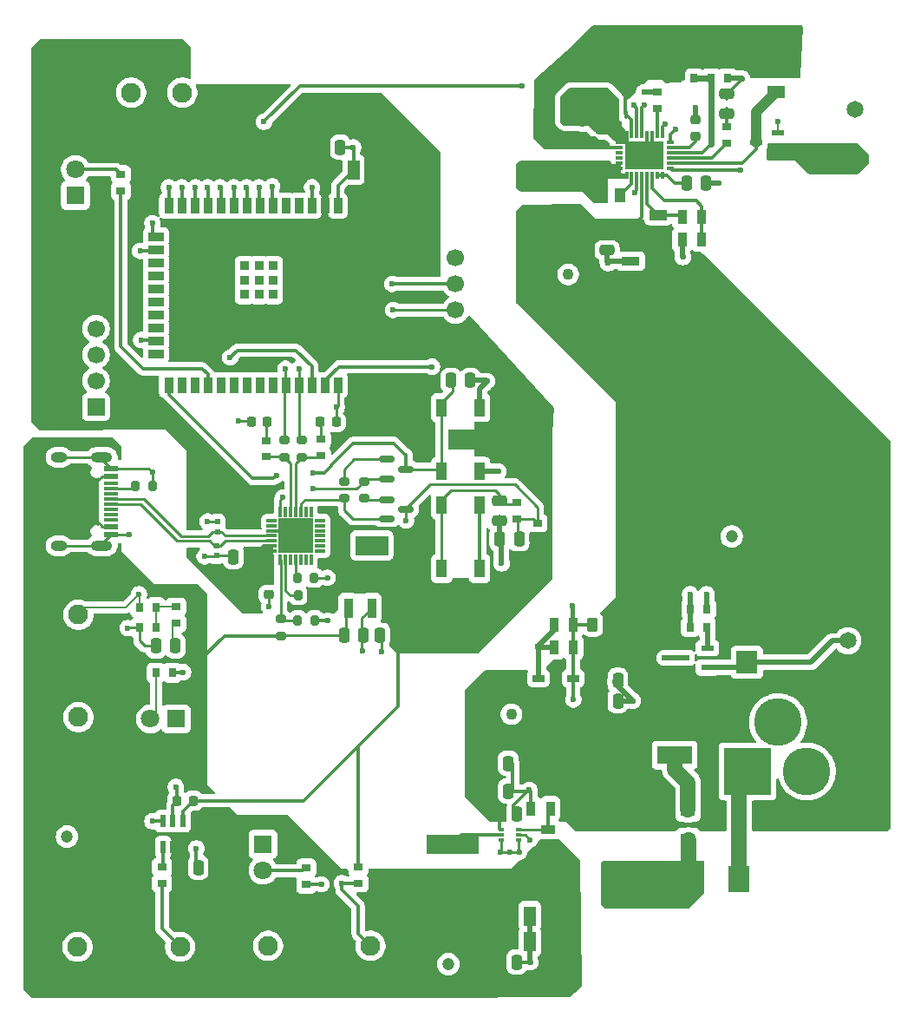
<source format=gbr>
%TF.GenerationSoftware,KiCad,Pcbnew,9.0.7*%
%TF.CreationDate,2026-02-25T21:26:21-06:00*%
%TF.ProjectId,circle_of_life,63697263-6c65-45f6-9f66-5f6c6966652e,rev?*%
%TF.SameCoordinates,Original*%
%TF.FileFunction,Copper,L1,Top*%
%TF.FilePolarity,Positive*%
%FSLAX46Y46*%
G04 Gerber Fmt 4.6, Leading zero omitted, Abs format (unit mm)*
G04 Created by KiCad (PCBNEW 9.0.7) date 2026-02-25 21:26:21*
%MOMM*%
%LPD*%
G01*
G04 APERTURE LIST*
G04 Aperture macros list*
%AMRoundRect*
0 Rectangle with rounded corners*
0 $1 Rounding radius*
0 $2 $3 $4 $5 $6 $7 $8 $9 X,Y pos of 4 corners*
0 Add a 4 corners polygon primitive as box body*
4,1,4,$2,$3,$4,$5,$6,$7,$8,$9,$2,$3,0*
0 Add four circle primitives for the rounded corners*
1,1,$1+$1,$2,$3*
1,1,$1+$1,$4,$5*
1,1,$1+$1,$6,$7*
1,1,$1+$1,$8,$9*
0 Add four rect primitives between the rounded corners*
20,1,$1+$1,$2,$3,$4,$5,0*
20,1,$1+$1,$4,$5,$6,$7,0*
20,1,$1+$1,$6,$7,$8,$9,0*
20,1,$1+$1,$8,$9,$2,$3,0*%
G04 Aperture macros list end*
%TA.AperFunction,SMDPad,CuDef*%
%ADD10R,0.950000X0.800000*%
%TD*%
%TA.AperFunction,SMDPad,CuDef*%
%ADD11R,0.800000X0.950000*%
%TD*%
%TA.AperFunction,ComponentPad*%
%ADD12R,1.700000X1.700000*%
%TD*%
%TA.AperFunction,ComponentPad*%
%ADD13C,1.700000*%
%TD*%
%TA.AperFunction,SMDPad,CuDef*%
%ADD14R,6.000000X2.010000*%
%TD*%
%TA.AperFunction,SMDPad,CuDef*%
%ADD15RoundRect,0.250000X0.475000X-0.250000X0.475000X0.250000X-0.475000X0.250000X-0.475000X-0.250000X0*%
%TD*%
%TA.AperFunction,SMDPad,CuDef*%
%ADD16R,1.117600X1.447800*%
%TD*%
%TA.AperFunction,SMDPad,CuDef*%
%ADD17R,1.450000X0.600000*%
%TD*%
%TA.AperFunction,SMDPad,CuDef*%
%ADD18R,1.450000X0.300000*%
%TD*%
%TA.AperFunction,HeatsinkPad*%
%ADD19O,2.100000X1.000000*%
%TD*%
%TA.AperFunction,HeatsinkPad*%
%ADD20O,1.600000X1.000000*%
%TD*%
%TA.AperFunction,ComponentPad*%
%ADD21C,1.950000*%
%TD*%
%TA.AperFunction,SMDPad,CuDef*%
%ADD22R,1.100000X1.800000*%
%TD*%
%TA.AperFunction,SMDPad,CuDef*%
%ADD23RoundRect,0.250000X-0.250000X-0.475000X0.250000X-0.475000X0.250000X0.475000X-0.250000X0.475000X0*%
%TD*%
%TA.AperFunction,SMDPad,CuDef*%
%ADD24RoundRect,0.200000X-0.200000X-0.275000X0.200000X-0.275000X0.200000X0.275000X-0.200000X0.275000X0*%
%TD*%
%TA.AperFunction,SMDPad,CuDef*%
%ADD25RoundRect,0.225000X0.225000X0.250000X-0.225000X0.250000X-0.225000X-0.250000X0.225000X-0.250000X0*%
%TD*%
%TA.AperFunction,SMDPad,CuDef*%
%ADD26R,0.900000X1.950000*%
%TD*%
%TA.AperFunction,SMDPad,CuDef*%
%ADD27R,3.200000X1.950000*%
%TD*%
%TA.AperFunction,SMDPad,CuDef*%
%ADD28RoundRect,0.200000X0.275000X-0.200000X0.275000X0.200000X-0.275000X0.200000X-0.275000X-0.200000X0*%
%TD*%
%TA.AperFunction,SMDPad,CuDef*%
%ADD29R,0.600000X0.450000*%
%TD*%
%TA.AperFunction,SMDPad,CuDef*%
%ADD30RoundRect,0.250000X0.250000X0.475000X-0.250000X0.475000X-0.250000X-0.475000X0.250000X-0.475000X0*%
%TD*%
%TA.AperFunction,SMDPad,CuDef*%
%ADD31R,1.300000X0.600000*%
%TD*%
%TA.AperFunction,SMDPad,CuDef*%
%ADD32RoundRect,0.225000X-0.250000X0.225000X-0.250000X-0.225000X0.250000X-0.225000X0.250000X0.225000X0*%
%TD*%
%TA.AperFunction,ComponentPad*%
%ADD33R,1.200000X1.200000*%
%TD*%
%TA.AperFunction,ComponentPad*%
%ADD34C,1.200000*%
%TD*%
%TA.AperFunction,SMDPad,CuDef*%
%ADD35R,0.950000X1.400000*%
%TD*%
%TA.AperFunction,SMDPad,CuDef*%
%ADD36R,1.750000X1.000000*%
%TD*%
%TA.AperFunction,SMDPad,CuDef*%
%ADD37RoundRect,0.150000X-0.587500X-0.150000X0.587500X-0.150000X0.587500X0.150000X-0.587500X0.150000X0*%
%TD*%
%TA.AperFunction,SMDPad,CuDef*%
%ADD38R,1.400000X0.950000*%
%TD*%
%TA.AperFunction,SMDPad,CuDef*%
%ADD39R,0.450000X0.600000*%
%TD*%
%TA.AperFunction,ComponentPad*%
%ADD40R,4.650000X4.650000*%
%TD*%
%TA.AperFunction,ComponentPad*%
%ADD41C,4.650000*%
%TD*%
%TA.AperFunction,SMDPad,CuDef*%
%ADD42R,0.300000X0.800000*%
%TD*%
%TA.AperFunction,SMDPad,CuDef*%
%ADD43R,0.800000X0.300000*%
%TD*%
%TA.AperFunction,SMDPad,CuDef*%
%ADD44R,3.750000X2.750000*%
%TD*%
%TA.AperFunction,SMDPad,CuDef*%
%ADD45R,0.900000X1.500000*%
%TD*%
%TA.AperFunction,SMDPad,CuDef*%
%ADD46R,1.500000X0.900000*%
%TD*%
%TA.AperFunction,SMDPad,CuDef*%
%ADD47R,0.900000X0.900000*%
%TD*%
%TA.AperFunction,SMDPad,CuDef*%
%ADD48RoundRect,0.218750X0.218750X0.256250X-0.218750X0.256250X-0.218750X-0.256250X0.218750X-0.256250X0*%
%TD*%
%TA.AperFunction,ComponentPad*%
%ADD49C,1.650000*%
%TD*%
%TA.AperFunction,SMDPad,CuDef*%
%ADD50RoundRect,0.218750X-0.218750X-0.256250X0.218750X-0.256250X0.218750X0.256250X-0.218750X0.256250X0*%
%TD*%
%TA.AperFunction,SMDPad,CuDef*%
%ADD51R,0.475000X0.300000*%
%TD*%
%TA.AperFunction,SMDPad,CuDef*%
%ADD52R,3.450000X1.800000*%
%TD*%
%TA.AperFunction,ComponentPad*%
%ADD53R,1.800000X1.800000*%
%TD*%
%TA.AperFunction,ComponentPad*%
%ADD54C,1.800000*%
%TD*%
%TA.AperFunction,SMDPad,CuDef*%
%ADD55R,1.200000X0.750000*%
%TD*%
%TA.AperFunction,SMDPad,CuDef*%
%ADD56R,1.000000X0.300000*%
%TD*%
%TA.AperFunction,SMDPad,CuDef*%
%ADD57R,0.300000X1.000000*%
%TD*%
%TA.AperFunction,SMDPad,CuDef*%
%ADD58R,3.350000X3.350000*%
%TD*%
%TA.AperFunction,SMDPad,CuDef*%
%ADD59RoundRect,0.200000X-0.275000X0.200000X-0.275000X-0.200000X0.275000X-0.200000X0.275000X0.200000X0*%
%TD*%
%TA.AperFunction,SMDPad,CuDef*%
%ADD60RoundRect,0.250000X-0.262500X-0.450000X0.262500X-0.450000X0.262500X0.450000X-0.262500X0.450000X0*%
%TD*%
%TA.AperFunction,SMDPad,CuDef*%
%ADD61R,2.150000X2.250000*%
%TD*%
%TA.AperFunction,SMDPad,CuDef*%
%ADD62R,5.100000X1.850000*%
%TD*%
%TA.AperFunction,SMDPad,CuDef*%
%ADD63R,1.400000X1.300000*%
%TD*%
%TA.AperFunction,SMDPad,CuDef*%
%ADD64RoundRect,0.250000X0.650000X-0.325000X0.650000X0.325000X-0.650000X0.325000X-0.650000X-0.325000X0*%
%TD*%
%TA.AperFunction,SMDPad,CuDef*%
%ADD65R,2.070000X2.660000*%
%TD*%
%TA.AperFunction,SMDPad,CuDef*%
%ADD66R,1.170000X1.920000*%
%TD*%
%TA.AperFunction,SMDPad,CuDef*%
%ADD67R,1.700000X1.150000*%
%TD*%
%TA.AperFunction,SMDPad,CuDef*%
%ADD68R,0.500000X0.600000*%
%TD*%
%TA.AperFunction,SMDPad,CuDef*%
%ADD69R,3.150000X2.200000*%
%TD*%
%TA.AperFunction,ComponentPad*%
%ADD70R,1.100000X1.100000*%
%TD*%
%TA.AperFunction,ComponentPad*%
%ADD71C,1.100000*%
%TD*%
%TA.AperFunction,SMDPad,CuDef*%
%ADD72R,0.600000X1.200000*%
%TD*%
%TA.AperFunction,SMDPad,CuDef*%
%ADD73R,1.803400X0.914400*%
%TD*%
%TA.AperFunction,ViaPad*%
%ADD74C,0.600000*%
%TD*%
%TA.AperFunction,Conductor*%
%ADD75C,0.500000*%
%TD*%
%TA.AperFunction,Conductor*%
%ADD76C,0.300000*%
%TD*%
%TA.AperFunction,Conductor*%
%ADD77C,0.250000*%
%TD*%
%TA.AperFunction,Conductor*%
%ADD78C,1.500000*%
%TD*%
%TA.AperFunction,Conductor*%
%ADD79C,0.150000*%
%TD*%
%TA.AperFunction,Conductor*%
%ADD80C,1.200000*%
%TD*%
%TA.AperFunction,Conductor*%
%ADD81C,1.000000*%
%TD*%
%TA.AperFunction,Conductor*%
%ADD82C,0.600000*%
%TD*%
%TA.AperFunction,Conductor*%
%ADD83C,0.200000*%
%TD*%
G04 APERTURE END LIST*
D10*
%TO.P,R18,1*%
%TO.N,Net-(IC4-RT)*%
X148600000Y-112500000D03*
%TO.P,R18,2*%
%TO.N,GND*%
X148600000Y-110900000D03*
%TD*%
D11*
%TO.P,R9,1*%
%TO.N,PH_SGN*%
X98050000Y-161180000D03*
%TO.P,R9,2*%
%TO.N,Net-(R11-Pad1)*%
X99650000Y-161180000D03*
%TD*%
D12*
%TO.P,J7,1,Pin_1*%
%TO.N,+3.3V*%
X128900000Y-134700000D03*
D13*
%TO.P,J7,2,Pin_2*%
%TO.N,TXD0*%
X128900000Y-132160000D03*
%TO.P,J7,3,Pin_3*%
%TO.N,RXD0*%
X128900000Y-129620000D03*
%TO.P,J7,4,Pin_4*%
%TO.N,GND*%
X128900000Y-127080000D03*
%TD*%
D14*
%TO.P,L1,1,1*%
%TO.N,+12V*%
X138600000Y-123400000D03*
%TO.P,L1,2,2*%
%TO.N,SW*%
X138600000Y-119100000D03*
%TD*%
D15*
%TO.P,C18,1*%
%TO.N,GND*%
X143700000Y-126350000D03*
%TO.P,C18,2*%
%TO.N,+12V*%
X143700000Y-124450000D03*
%TD*%
D16*
%TO.P,C19,1*%
%TO.N,SW*%
X143198300Y-121000000D03*
%TO.P,C19,2*%
%TO.N,Net-(IC4-BST)*%
X145001700Y-121000000D03*
%TD*%
D10*
%TO.P,R11,1*%
%TO.N,Net-(R11-Pad1)*%
X101620000Y-161130000D03*
%TO.P,R11,2*%
%TO.N,PH_SGN_3.3V*%
X101620000Y-162730000D03*
%TD*%
D17*
%TO.P,P1,A1,GND*%
%TO.N,GND*%
X95275000Y-147610000D03*
%TO.P,P1,A4,VBUS*%
%TO.N,+5V*%
X95275000Y-148410000D03*
D18*
%TO.P,P1,A5,CC*%
%TO.N,Net-(P1-CC)*%
X95275000Y-149610000D03*
%TO.P,P1,A6,D+*%
%TO.N,D+*%
X95275000Y-150610000D03*
%TO.P,P1,A7,D-*%
%TO.N,D-*%
X95275000Y-151110000D03*
%TO.P,P1,A8*%
%TO.N,N/C*%
X95275000Y-152110000D03*
D17*
%TO.P,P1,A9,VBUS*%
%TO.N,+5V*%
X95275000Y-153310000D03*
%TO.P,P1,A12,GND*%
%TO.N,GND*%
X95275000Y-154110000D03*
%TO.P,P1,B1,GND*%
X95275000Y-154110000D03*
%TO.P,P1,B4,VBUS*%
%TO.N,+5V*%
X95275000Y-153310000D03*
D18*
%TO.P,P1,B5,VCONN*%
%TO.N,unconnected-(P1-VCONN-PadB5)*%
X95275000Y-152610000D03*
%TO.P,P1,B6*%
%TO.N,N/C*%
X95275000Y-151610000D03*
%TO.P,P1,B7*%
X95275000Y-150110000D03*
%TO.P,P1,B8*%
X95275000Y-149110000D03*
D17*
%TO.P,P1,B9,VBUS*%
%TO.N,+5V*%
X95275000Y-148410000D03*
%TO.P,P1,B12,GND*%
%TO.N,GND*%
X95275000Y-147610000D03*
D19*
%TO.P,P1,S1,SHIELD*%
X94360000Y-146540000D03*
D20*
X90180000Y-146540000D03*
D19*
X94360000Y-155180000D03*
D20*
X90180000Y-155180000D03*
%TD*%
D21*
%TO.P,J4,1,Pin_1*%
%TO.N,GND*%
X92080000Y-171900000D03*
%TO.P,J4,2,Pin_2*%
%TO.N,+5V*%
X92080000Y-166900000D03*
%TO.P,J4,3,Pin_3*%
%TO.N,PH_SGN*%
X92080000Y-161900000D03*
%TD*%
D22*
%TO.P,SW2,1,1*%
%TO.N,GND*%
X131252935Y-141700000D03*
X131252935Y-147900000D03*
%TO.P,SW2,2,2*%
%TO.N,IO0*%
X127552935Y-141700000D03*
X127552935Y-147900000D03*
%TD*%
D10*
%TO.P,R24,1*%
%TO.N,Net-(C38-Pad2)*%
X134902935Y-150950000D03*
%TO.P,R24,2*%
%TO.N,MCU_EN*%
X134902935Y-152550000D03*
%TD*%
D12*
%TO.P,J8,1,Pin_1*%
%TO.N,TMS*%
X93800000Y-141620000D03*
D13*
%TO.P,J8,2,Pin_2*%
%TO.N,TDI*%
X93800000Y-139080000D03*
%TO.P,J8,3,Pin_3*%
%TO.N,TCK*%
X93800000Y-136540000D03*
%TO.P,J8,4,Pin_4*%
%TO.N,TDO*%
X93800000Y-134000000D03*
%TD*%
D11*
%TO.P,R13,1*%
%TO.N,GND*%
X153450000Y-161350000D03*
%TO.P,R13,2*%
%TO.N,PUMP_SGN*%
X151850000Y-161350000D03*
%TD*%
D22*
%TO.P,SW1,1,1*%
%TO.N,unconnected-(SW1-Pad1)*%
X131252935Y-151200000D03*
X131252935Y-157400000D03*
%TO.P,SW1,2,2*%
%TO.N,Net-(C38-Pad2)*%
X127552935Y-151200000D03*
X127552935Y-157400000D03*
%TD*%
D10*
%TO.P,R25,1*%
%TO.N,MCU_EN*%
X136902935Y-152950000D03*
%TO.P,R25,2*%
%TO.N,+3.3V*%
X136902935Y-154550000D03*
%TD*%
D23*
%TO.P,C5,1*%
%TO.N,+12V*%
X132950000Y-181300000D03*
%TO.P,C5,2*%
%TO.N,GND*%
X134850000Y-181300000D03*
%TD*%
D24*
%TO.P,R33,1*%
%TO.N,Net-(P1-CC)*%
X97675000Y-149300000D03*
%TO.P,R33,2*%
%TO.N,GND*%
X99325000Y-149300000D03*
%TD*%
D25*
%TO.P,C42,1*%
%TO.N,+3.3V*%
X103275000Y-180050000D03*
%TO.P,C42,2*%
%TO.N,GND*%
X101725000Y-180050000D03*
%TD*%
D26*
%TO.P,IC2,1,VIN*%
%TO.N,+5V*%
X118422935Y-161250000D03*
%TO.P,IC2,2,GND_1*%
%TO.N,GND*%
X120722935Y-161250000D03*
%TO.P,IC2,3,VOUT*%
%TO.N,+3.3V*%
X123022935Y-161250000D03*
D27*
%TO.P,IC2,4,GND_2*%
%TO.N,GND*%
X120722935Y-155150000D03*
%TD*%
D28*
%TO.P,R37,1*%
%TO.N,RTS*%
X118052935Y-150527500D03*
%TO.P,R37,2*%
%TO.N,Net-(Q4-B)*%
X118052935Y-148877500D03*
%TD*%
D21*
%TO.P,J6,1,Pin_1*%
%TO.N,+3.3V*%
X92230000Y-110950000D03*
%TO.P,J6,2,Pin_2*%
%TO.N,GND*%
X97230000Y-110950000D03*
%TO.P,J6,3,Pin_3*%
%TO.N,TMP_SGN*%
X102230000Y-110950000D03*
%TD*%
D29*
%TO.P,C20,1*%
%TO.N,ISP*%
X142850000Y-115785000D03*
%TO.P,C20,2*%
%TO.N,GND*%
X142850000Y-114835000D03*
%TD*%
D30*
%TO.P,C44,1*%
%TO.N,+3.3V*%
X109102935Y-156250000D03*
%TO.P,C44,2*%
%TO.N,GND*%
X107202935Y-156250000D03*
%TD*%
%TO.P,C41,1*%
%TO.N,GND*%
X130352935Y-139050000D03*
%TO.P,C41,2*%
%TO.N,IO0*%
X128452935Y-139050000D03*
%TD*%
D10*
%TO.P,R10,1*%
%TO.N,FLOW_SGN*%
X119400000Y-188100000D03*
%TO.P,R10,2*%
%TO.N,+3.3V*%
X119400000Y-186500000D03*
%TD*%
D31*
%TO.P,Q2,1,D*%
%TO.N,LEDS*%
X160331944Y-116750000D03*
%TO.P,Q2,2,G*%
%TO.N,Net-(IC4-PWMTG)*%
X160331944Y-114850000D03*
%TO.P,Q2,3,S*%
%TO.N,ISN*%
X158231944Y-115800000D03*
%TD*%
D32*
%TO.P,C24,1*%
%TO.N,GND*%
X152300000Y-113635000D03*
%TO.P,C24,2*%
%TO.N,Net-(IC4-SS)*%
X152300000Y-115185000D03*
%TD*%
D33*
%TO.P,C36,1*%
%TO.N,+5V*%
X128200000Y-192500000D03*
D34*
%TO.P,C36,2*%
%TO.N,GND*%
X128200000Y-196000000D03*
%TD*%
D30*
%TO.P,C15,1*%
%TO.N,PH_SGN_3.3V*%
X101550000Y-164930000D03*
%TO.P,C15,2*%
%TO.N,GND*%
X99650000Y-164930000D03*
%TD*%
D23*
%TO.P,C3,1*%
%TO.N,+12V*%
X132150000Y-179100000D03*
%TO.P,C3,2*%
%TO.N,GND*%
X134050000Y-179100000D03*
%TD*%
D24*
%TO.P,R30,1*%
%TO.N,VBUS*%
X113497935Y-162450000D03*
%TO.P,R30,2*%
%TO.N,GND*%
X115147935Y-162450000D03*
%TD*%
D35*
%TO.P,R19,1*%
%TO.N,Net-(IC4-EN{slash}UVLO)*%
X151050000Y-123100000D03*
%TO.P,R19,2*%
%TO.N,Net-(IC4-OVLO)*%
X152950000Y-123100000D03*
%TD*%
D30*
%TO.P,C23,1*%
%TO.N,GND*%
X153350000Y-119800000D03*
%TO.P,C23,2*%
%TO.N,Net-(IC4-CTRL)*%
X151450000Y-119800000D03*
%TD*%
D35*
%TO.P,R20,1*%
%TO.N,Net-(IC4-OVLO)*%
X152950000Y-125300000D03*
%TO.P,R20,2*%
%TO.N,GND*%
X151050000Y-125300000D03*
%TD*%
D23*
%TO.P,C1,1*%
%TO.N,+5V*%
X118022935Y-163900000D03*
%TO.P,C1,2*%
%TO.N,GND*%
X119922935Y-163900000D03*
%TD*%
D36*
%TO.P,R22,1*%
%TO.N,+12V*%
X148700000Y-125900000D03*
%TO.P,R22,2*%
%TO.N,Net-(IC4-EN{slash}UVLO)*%
X148700000Y-122900000D03*
%TD*%
D30*
%TO.P,C2,1*%
%TO.N,+3.3V*%
X123422935Y-163900000D03*
%TO.P,C2,2*%
%TO.N,GND*%
X121522935Y-163900000D03*
%TD*%
D33*
%TO.P,C12,1*%
%TO.N,+12V*%
X155850000Y-157780000D03*
D34*
%TO.P,C12,2*%
%TO.N,GND*%
X155850000Y-154280000D03*
%TD*%
D37*
%TO.P,Q4,1,B*%
%TO.N,Net-(Q4-B)*%
X122215435Y-146752500D03*
%TO.P,Q4,2,E*%
%TO.N,DTR*%
X122215435Y-148652500D03*
%TO.P,Q4,3,C*%
%TO.N,IO0*%
X124090435Y-147702500D03*
%TD*%
D35*
%TO.P,R4,1*%
%TO.N,GND*%
X138500000Y-165100000D03*
%TO.P,R4,2*%
%TO.N,EN*%
X140400000Y-165100000D03*
%TD*%
%TO.P,R6,1*%
%TO.N,Net-(IC3-FB)*%
X138150000Y-180800000D03*
%TO.P,R6,2*%
%TO.N,GND*%
X136250000Y-180800000D03*
%TD*%
%TO.P,R7,1*%
%TO.N,GND*%
X138500000Y-162850000D03*
%TO.P,R7,2*%
%TO.N,EN*%
X140400000Y-162850000D03*
%TD*%
D32*
%TO.P,C45,1*%
%TO.N,+3.3V*%
X110652935Y-158375000D03*
%TO.P,C45,2*%
%TO.N,GND*%
X110652935Y-159925000D03*
%TD*%
D38*
%TO.P,R5,1*%
%TO.N,+5V*%
X137934540Y-184750000D03*
%TO.P,R5,2*%
%TO.N,Net-(IC3-FB)*%
X137934540Y-182850000D03*
%TD*%
D39*
%TO.P,C21,1*%
%TO.N,ISP*%
X145575000Y-113060000D03*
%TO.P,C21,2*%
%TO.N,GND*%
X144625000Y-113060000D03*
%TD*%
D40*
%TO.P,J3,1,1*%
%TO.N,Net-(F2-Pad1)*%
X157400000Y-177200000D03*
D41*
%TO.P,J3,2,2*%
%TO.N,GND*%
X163200000Y-177200000D03*
%TO.P,J3,3,3*%
X160400000Y-172400000D03*
%TD*%
D15*
%TO.P,C38,1*%
%TO.N,GND*%
X133152935Y-152700000D03*
%TO.P,C38,2*%
%TO.N,Net-(C38-Pad2)*%
X133152935Y-150800000D03*
%TD*%
D42*
%TO.P,IC4,1,SW_1*%
%TO.N,SW*%
X145600000Y-119060000D03*
%TO.P,IC4,2,BST*%
%TO.N,Net-(IC4-BST)*%
X146100000Y-119060000D03*
%TO.P,IC4,3,INTVCC*%
%TO.N,INTV*%
X146600000Y-119060000D03*
%TO.P,IC4,4,VIN*%
%TO.N,+12V*%
X147100000Y-119060000D03*
%TO.P,IC4,5,EN/UVLO*%
%TO.N,Net-(IC4-EN{slash}UVLO)*%
X147600000Y-119060000D03*
%TO.P,IC4,6,OVLO*%
%TO.N,Net-(IC4-OVLO)*%
X148100000Y-119060000D03*
%TO.P,IC4,7,VREF*%
%TO.N,Net-(IC4-CTRL)*%
X148600000Y-119060000D03*
%TO.P,IC4,8,CTRL*%
X149100000Y-119060000D03*
D43*
%TO.P,IC4,9,ISP*%
%TO.N,ISP*%
X149850000Y-118310000D03*
%TO.P,IC4,10,ISN*%
%TO.N,ISN*%
X149850000Y-117810000D03*
%TO.P,IC4,11,VC*%
%TO.N,Net-(IC4-VC)*%
X149850000Y-117310000D03*
%TO.P,IC4,12,FB*%
%TO.N,Net-(IC4-FB)*%
X149850000Y-116810000D03*
%TO.P,IC4,13,SS*%
%TO.N,Net-(IC4-SS)*%
X149850000Y-116310000D03*
%TO.P,IC4,14,ISMON*%
%TO.N,Net-(IC4-ISMON)*%
X149850000Y-115810000D03*
D42*
%TO.P,IC4,15,~{FAULT}*%
%TO.N,Net-(IC4-~{FAULT})*%
X149100000Y-115060000D03*
%TO.P,IC4,16,RT*%
%TO.N,Net-(IC4-RT)*%
X148600000Y-115060000D03*
%TO.P,IC4,17,SYNC/SPRD*%
%TO.N,GND*%
X148100000Y-115060000D03*
%TO.P,IC4,18,RP*%
X147600000Y-115060000D03*
%TO.P,IC4,19,PWM*%
%TO.N,PWM_DIM*%
X147100000Y-115060000D03*
%TO.P,IC4,20,PWMTG*%
%TO.N,Net-(IC4-PWMTG)*%
X146600000Y-115060000D03*
%TO.P,IC4,21,VOUT_1*%
%TO.N,ISP*%
X146100000Y-115060000D03*
%TO.P,IC4,22,GND_1*%
%TO.N,GND*%
X145600000Y-115060000D03*
D43*
%TO.P,IC4,23,GND_2*%
X144850000Y-115810000D03*
%TO.P,IC4,24,VOUT_2*%
%TO.N,ISP*%
X144850000Y-116310000D03*
%TO.P,IC4,25,NC_1*%
%TO.N,unconnected-(IC4-NC_1-Pad25)*%
X144850000Y-116810000D03*
%TO.P,IC4,26,NC_2*%
%TO.N,unconnected-(IC4-NC_2-Pad26)*%
X144850000Y-117310000D03*
%TO.P,IC4,27,SW_2*%
%TO.N,SW*%
X144850000Y-117810000D03*
%TO.P,IC4,28,SW_3*%
X144850000Y-118310000D03*
D44*
%TO.P,IC4,29,GND_3*%
%TO.N,GND*%
X147350000Y-117060000D03*
%TD*%
D21*
%TO.P,J2,1,Pin_1*%
%TO.N,GND*%
X92000000Y-194300000D03*
%TO.P,J2,2,Pin_2*%
%TO.N,+5V*%
X97000000Y-194300000D03*
%TO.P,J2,3,Pin_3*%
%TO.N,Net-(J2-Pin_3)*%
X102000000Y-194300000D03*
%TD*%
D11*
%TO.P,R8,1*%
%TO.N,Net-(R11-Pad1)*%
X99650000Y-163180000D03*
%TO.P,R8,2*%
%TO.N,GND*%
X98050000Y-163180000D03*
%TD*%
D45*
%TO.P,IC1,1,GND_1*%
%TO.N,GND*%
X117420000Y-122000000D03*
%TO.P,IC1,2,3V3*%
%TO.N,+3.3V*%
X116150000Y-122000000D03*
%TO.P,IC1,3,EN*%
%TO.N,MCU_EN*%
X114880000Y-122000000D03*
%TO.P,IC1,4,SENSOR_VP*%
%TO.N,SENSOR_VP*%
X113610000Y-122000000D03*
%TO.P,IC1,5,SENSOR_VN*%
%TO.N,SENSOR_VIN*%
X112340000Y-122000000D03*
%TO.P,IC1,6,IO34*%
%TO.N,FLOW_FAULT*%
X111070000Y-122000000D03*
%TO.P,IC1,7,IO35*%
%TO.N,TEMP_FAULT*%
X109800000Y-122000000D03*
%TO.P,IC1,8,IO32*%
%TO.N,PH_SGN*%
X108530000Y-122000000D03*
%TO.P,IC1,9,IO33*%
%TO.N,PWM_DIM*%
X107260000Y-122000000D03*
%TO.P,IC1,10,IO25*%
%TO.N,FLOW_SGN*%
X105990000Y-122000000D03*
%TO.P,IC1,11,IO26*%
%TO.N,PUMP_SGN*%
X104720000Y-122000000D03*
%TO.P,IC1,12,IO27*%
%TO.N,TMP_SGN*%
X103450000Y-122000000D03*
%TO.P,IC1,13,IO14*%
%TO.N,TMS*%
X102180000Y-122000000D03*
%TO.P,IC1,14,IO12*%
%TO.N,TDI*%
X100910000Y-122000000D03*
D46*
%TO.P,IC1,15,GND_2*%
%TO.N,GND*%
X99660000Y-125035000D03*
%TO.P,IC1,16,IO13*%
%TO.N,TCK*%
X99660000Y-126305000D03*
%TO.P,IC1,17,NC_1*%
%TO.N,unconnected-(IC1-NC_1-Pad17)*%
X99660000Y-127575000D03*
%TO.P,IC1,18,NC_2*%
%TO.N,unconnected-(IC1-NC_2-Pad18)*%
X99660000Y-128845000D03*
%TO.P,IC1,19,NC_3*%
%TO.N,unconnected-(IC1-NC_3-Pad19)*%
X99660000Y-130115000D03*
%TO.P,IC1,20,NC_4*%
%TO.N,unconnected-(IC1-NC_4-Pad20)*%
X99660000Y-131385000D03*
%TO.P,IC1,21,NC_5*%
%TO.N,unconnected-(IC1-NC_5-Pad21)*%
X99660000Y-132655000D03*
%TO.P,IC1,22,NC_6*%
%TO.N,unconnected-(IC1-NC_6-Pad22)*%
X99660000Y-133925000D03*
%TO.P,IC1,23,IO15*%
%TO.N,TDO*%
X99660000Y-135195000D03*
%TO.P,IC1,24,IO2*%
%TO.N,unconnected-(IC1-IO2-Pad24)*%
X99660000Y-136465000D03*
D45*
%TO.P,IC1,25,IO0*%
%TO.N,IO0*%
X100910000Y-139500000D03*
%TO.P,IC1,26,IO4*%
%TO.N,unconnected-(IC1-IO4-Pad26)*%
X102180000Y-139500000D03*
%TO.P,IC1,27,IO16*%
%TO.N,unconnected-(IC1-IO16-Pad27)*%
X103450000Y-139500000D03*
%TO.P,IC1,28,IO17*%
%TO.N,PH_FAULT*%
X104720000Y-139500000D03*
%TO.P,IC1,29,IO5*%
%TO.N,unconnected-(IC1-IO5-Pad29)*%
X105990000Y-139500000D03*
%TO.P,IC1,30,IO18*%
%TO.N,unconnected-(IC1-IO18-Pad30)*%
X107260000Y-139500000D03*
%TO.P,IC1,31,IO19*%
%TO.N,unconnected-(IC1-IO19-Pad31)*%
X108530000Y-139500000D03*
%TO.P,IC1,32,NC_7*%
%TO.N,unconnected-(IC1-NC_7-Pad32)*%
X109800000Y-139500000D03*
%TO.P,IC1,33,IO21*%
%TO.N,unconnected-(IC1-IO21-Pad33)*%
X111070000Y-139500000D03*
%TO.P,IC1,34,RXD0*%
%TO.N,RXD0*%
X112340000Y-139500000D03*
%TO.P,IC1,35,TXD0*%
%TO.N,TXD0*%
X113610000Y-139500000D03*
%TO.P,IC1,36,IO22*%
%TO.N,SRV_SGN_3.3V*%
X114880000Y-139500000D03*
%TO.P,IC1,37,IO23*%
%TO.N,EN*%
X116150000Y-139500000D03*
%TO.P,IC1,38,GND_3*%
%TO.N,GND*%
X117420000Y-139500000D03*
D47*
%TO.P,IC1,39,GND_4*%
X109700000Y-129250000D03*
%TO.P,IC1,40,GND_5*%
X109700000Y-127850000D03*
%TO.P,IC1,41,GND_6*%
X108300000Y-127850000D03*
%TO.P,IC1,42,GND_7*%
X108300000Y-129250000D03*
%TO.P,IC1,43,GND_8*%
X108300000Y-130650000D03*
%TO.P,IC1,44,GND_9*%
X109700000Y-130650000D03*
%TO.P,IC1,45,GND_10*%
X111100000Y-130650000D03*
%TO.P,IC1,46,GND_11*%
X111100000Y-129250000D03*
%TO.P,IC1,47,GND_12*%
X111100000Y-127850000D03*
%TD*%
D48*
%TO.P,D10,1,K*%
%TO.N,GND*%
X117240435Y-143100000D03*
%TO.P,D10,2,A*%
%TO.N,Net-(D10-A)*%
X115665435Y-143100000D03*
%TD*%
D23*
%TO.P,C28,1*%
%TO.N,+3.3V*%
X115750000Y-116300000D03*
%TO.P,C28,2*%
%TO.N,GND*%
X117650000Y-116300000D03*
%TD*%
D49*
%TO.P,J11,1,Pin_1*%
%TO.N,LEDS*%
X167931944Y-117649586D03*
%TO.P,J11,2,Pin_2*%
%TO.N,GND*%
X167931944Y-112569586D03*
%TD*%
D11*
%TO.P,R15,1*%
%TO.N,Net-(IC4-FB)*%
X153850000Y-109560000D03*
%TO.P,R15,2*%
%TO.N,GND*%
X155450000Y-109560000D03*
%TD*%
D50*
%TO.P,D9,1,K*%
%TO.N,GND*%
X108965435Y-143100000D03*
%TO.P,D9,2,A*%
%TO.N,Net-(D9-A)*%
X110540435Y-143100000D03*
%TD*%
D23*
%TO.P,C39,1*%
%TO.N,GND*%
X133202935Y-154500000D03*
%TO.P,C39,2*%
%TO.N,MCU_EN*%
X135102935Y-154500000D03*
%TD*%
D51*
%TO.P,IC3,1,VIN*%
%TO.N,+12V*%
X133362000Y-182900000D03*
%TO.P,IC3,2,SW*%
%TO.N,Net-(IC3-SW)*%
X133362000Y-183400000D03*
%TO.P,IC3,3,GND*%
%TO.N,GND*%
X133362000Y-183900000D03*
%TO.P,IC3,4,AGND*%
X135038000Y-183900000D03*
%TO.P,IC3,5,EN*%
%TO.N,EN*%
X135038000Y-183400000D03*
%TO.P,IC3,6,FB*%
%TO.N,Net-(IC3-FB)*%
X135038000Y-182900000D03*
%TD*%
D31*
%TO.P,Q1,1,D*%
%TO.N,Net-(D4-A)*%
X153500000Y-167050000D03*
%TO.P,Q1,2,G*%
%TO.N,Net-(Q1-G)*%
X153500000Y-165150000D03*
%TO.P,Q1,3,S*%
%TO.N,GND*%
X151100000Y-166100000D03*
%TD*%
D52*
%TO.P,C9,1*%
%TO.N,+12V*%
X144400000Y-175600000D03*
%TO.P,C9,2*%
%TO.N,GND*%
X150300000Y-175600000D03*
%TD*%
D53*
%TO.P,D5,1,K*%
%TO.N,GND*%
X91790000Y-120990000D03*
D54*
%TO.P,D5,2,A*%
%TO.N,Net-(D5-A)*%
X91790000Y-118450000D03*
%TD*%
D55*
%TO.P,D3,1,K*%
%TO.N,EN*%
X140400000Y-168100000D03*
%TO.P,D3,2,A*%
%TO.N,GND*%
X137000000Y-168100000D03*
%TD*%
D56*
%TO.P,IC6,1,DCD*%
%TO.N,unconnected-(IC6-DCD-Pad1)*%
X110950000Y-152700000D03*
%TO.P,IC6,2,RI*%
%TO.N,unconnected-(IC6-RI-Pad2)*%
X110950000Y-153200000D03*
%TO.P,IC6,3,GND_1*%
%TO.N,GND*%
X110950000Y-153700000D03*
%TO.P,IC6,4,D+*%
%TO.N,D+*%
X110950000Y-154200000D03*
%TO.P,IC6,5,D-*%
%TO.N,D-*%
X110950000Y-154700000D03*
%TO.P,IC6,6,VDD*%
%TO.N,+3.3V*%
X110950000Y-155200000D03*
%TO.P,IC6,7,VREGIN*%
X110950000Y-155700000D03*
D57*
%TO.P,IC6,8,VBUS*%
%TO.N,VBUS*%
X111800000Y-156550000D03*
%TO.P,IC6,9,RSTB*%
%TO.N,Net-(IC6-RSTB)*%
X112300000Y-156550000D03*
%TO.P,IC6,10,NC_1*%
%TO.N,unconnected-(IC6-NC_1-Pad10)*%
X112800000Y-156550000D03*
%TO.P,IC6,11,SUSPENDB*%
%TO.N,Net-(IC6-SUSPENDB)*%
X113300000Y-156550000D03*
%TO.P,IC6,12,SUSPEND*%
%TO.N,unconnected-(IC6-SUSPEND-Pad12)*%
X113800000Y-156550000D03*
%TO.P,IC6,13,NC_2*%
%TO.N,unconnected-(IC6-NC_2-Pad13)*%
X114300000Y-156550000D03*
%TO.P,IC6,14,NC_3*%
%TO.N,unconnected-(IC6-NC_3-Pad14)*%
X114800000Y-156550000D03*
D56*
%TO.P,IC6,15,NC_4*%
%TO.N,unconnected-(IC6-NC_4-Pad15)*%
X115650000Y-155700000D03*
%TO.P,IC6,16,NC_5*%
%TO.N,unconnected-(IC6-NC_5-Pad16)*%
X115650000Y-155200000D03*
%TO.P,IC6,17,NC_6*%
%TO.N,unconnected-(IC6-NC_6-Pad17)*%
X115650000Y-154700000D03*
%TO.P,IC6,18,NC_7*%
%TO.N,unconnected-(IC6-NC_7-Pad18)*%
X115650000Y-154200000D03*
%TO.P,IC6,19,NC_8*%
%TO.N,unconnected-(IC6-NC_8-Pad19)*%
X115650000Y-153700000D03*
%TO.P,IC6,20,NC_9*%
%TO.N,unconnected-(IC6-NC_9-Pad20)*%
X115650000Y-153200000D03*
%TO.P,IC6,21,NC_10*%
%TO.N,unconnected-(IC6-NC_10-Pad21)*%
X115650000Y-152700000D03*
D57*
%TO.P,IC6,22,NC_11*%
%TO.N,unconnected-(IC6-NC_11-Pad22)*%
X114800000Y-151850000D03*
%TO.P,IC6,23,CTS*%
%TO.N,unconnected-(IC6-CTS-Pad23)*%
X114300000Y-151850000D03*
%TO.P,IC6,24,RTS*%
%TO.N,RTS*%
X113800000Y-151850000D03*
%TO.P,IC6,25,RXD*%
%TO.N,RX*%
X113300000Y-151850000D03*
%TO.P,IC6,26,TXD*%
%TO.N,TX*%
X112800000Y-151850000D03*
%TO.P,IC6,27,DSR*%
%TO.N,unconnected-(IC6-DSR-Pad27)*%
X112300000Y-151850000D03*
%TO.P,IC6,28,DTR*%
%TO.N,DTR*%
X111800000Y-151850000D03*
D58*
%TO.P,IC6,29,GND_2*%
%TO.N,GND*%
X113300000Y-154200000D03*
%TD*%
D59*
%TO.P,R39,1*%
%TO.N,TXD0*%
X113902935Y-144875000D03*
%TO.P,R39,2*%
%TO.N,RX*%
X113902935Y-146525000D03*
%TD*%
D10*
%TO.P,R23,1*%
%TO.N,Net-(C26-Pad1)*%
X155350000Y-114260000D03*
%TO.P,R23,2*%
%TO.N,Net-(IC4-VC)*%
X155350000Y-115860000D03*
%TD*%
D60*
%TO.P,R3,1*%
%TO.N,EN*%
X142287500Y-162850000D03*
%TO.P,R3,2*%
%TO.N,+12V*%
X144112500Y-162850000D03*
%TD*%
D61*
%TO.P,D4,1,K*%
%TO.N,+12V*%
X157350000Y-162150000D03*
%TO.P,D4,2,A*%
%TO.N,Net-(D4-A)*%
X157350000Y-166550000D03*
%TD*%
D62*
%TO.P,L2,1,1*%
%TO.N,+5V*%
X128600000Y-188300000D03*
%TO.P,L2,2,2*%
%TO.N,Net-(IC3-SW)*%
X128600000Y-184300000D03*
%TD*%
D10*
%TO.P,R34,1*%
%TO.N,TX*%
X110452935Y-146500000D03*
%TO.P,R34,2*%
%TO.N,Net-(D9-A)*%
X110452935Y-144900000D03*
%TD*%
D63*
%TO.P,D2,1,A1*%
%TO.N,Net-(D1-A)*%
X151600000Y-183850000D03*
%TO.P,D2,2,A2*%
%TO.N,GND*%
X151600000Y-180950000D03*
%TD*%
D11*
%TO.P,R12,1*%
%TO.N,PUMP_SGN*%
X151800000Y-163100000D03*
%TO.P,R12,2*%
%TO.N,Net-(Q1-G)*%
X153400000Y-163100000D03*
%TD*%
D64*
%TO.P,C43,1*%
%TO.N,ISP*%
X140100000Y-115275000D03*
%TO.P,C43,2*%
%TO.N,GND*%
X140100000Y-112325000D03*
%TD*%
D23*
%TO.P,C4,1*%
%TO.N,+12V*%
X132150000Y-176400000D03*
%TO.P,C4,2*%
%TO.N,GND*%
X134050000Y-176400000D03*
%TD*%
D10*
%TO.P,R1,1*%
%TO.N,SRV_SGN*%
X100250000Y-186500000D03*
%TO.P,R1,2*%
%TO.N,Net-(J2-Pin_3)*%
X100250000Y-188100000D03*
%TD*%
D65*
%TO.P,F2,1,1*%
%TO.N,Net-(F2-Pad1)*%
X156550000Y-187700000D03*
%TO.P,F2,2,2*%
%TO.N,Net-(D1-A)*%
X151650000Y-187700000D03*
%TD*%
D66*
%TO.P,C6,1*%
%TO.N,+5V*%
X133430000Y-193800000D03*
%TO.P,C6,2*%
%TO.N,GND*%
X136170000Y-193800000D03*
%TD*%
D21*
%TO.P,J5,1,Pin_1*%
%TO.N,GND*%
X110600000Y-194200000D03*
%TO.P,J5,2,Pin_2*%
%TO.N,+5V*%
X115600000Y-194200000D03*
%TO.P,J5,3,Pin_3*%
%TO.N,FLOW_SGN*%
X120600000Y-194200000D03*
%TD*%
D10*
%TO.P,R35,1*%
%TO.N,RX*%
X115752935Y-146400000D03*
%TO.P,R35,2*%
%TO.N,Net-(D10-A)*%
X115752935Y-144800000D03*
%TD*%
D28*
%TO.P,R29,1*%
%TO.N,+5V*%
X111822935Y-163975000D03*
%TO.P,R29,2*%
%TO.N,VBUS*%
X111822935Y-162325000D03*
%TD*%
D67*
%TO.P,R14,1*%
%TO.N,ISP*%
X160200000Y-107750000D03*
%TO.P,R14,2*%
%TO.N,ISN*%
X160200000Y-110900000D03*
%TD*%
D53*
%TO.P,D6,1,K*%
%TO.N,GND*%
X110090000Y-184300000D03*
D54*
%TO.P,D6,2,A*%
%TO.N,Net-(D6-A)*%
X110090000Y-186840000D03*
%TD*%
D24*
%TO.P,R32,1*%
%TO.N,Net-(IC6-SUSPENDB)*%
X113425000Y-158300000D03*
%TO.P,R32,2*%
%TO.N,GND*%
X115075000Y-158300000D03*
%TD*%
D68*
%TO.P,D8,1,K*%
%TO.N,D+*%
X105652935Y-153850000D03*
%TO.P,D8,2,A*%
%TO.N,GND*%
X105652935Y-152850000D03*
%TD*%
D53*
%TO.P,D7,1,K*%
%TO.N,GND*%
X101640000Y-172060000D03*
D54*
%TO.P,D7,2,A*%
%TO.N,Net-(D7-A)*%
X99100000Y-172060000D03*
%TD*%
D69*
%TO.P,D1,1,K*%
%TO.N,+12V*%
X146350000Y-181400000D03*
%TO.P,D1,2,A*%
%TO.N,Net-(D1-A)*%
X146350000Y-188400000D03*
%TD*%
D11*
%TO.P,R21,1*%
%TO.N,ISP*%
X150600000Y-109560000D03*
%TO.P,R21,2*%
%TO.N,Net-(IC4-FB)*%
X152200000Y-109560000D03*
%TD*%
D59*
%TO.P,R36,1*%
%TO.N,DTR*%
X119952935Y-148877500D03*
%TO.P,R36,2*%
%TO.N,Net-(Q3-B)*%
X119952935Y-150527500D03*
%TD*%
D15*
%TO.P,C26,1*%
%TO.N,Net-(C26-Pad1)*%
X155350000Y-113010000D03*
%TO.P,C26,2*%
%TO.N,GND*%
X155350000Y-111110000D03*
%TD*%
D23*
%TO.P,C40,1*%
%TO.N,+5V*%
X101875000Y-186550000D03*
%TO.P,C40,2*%
%TO.N,GND*%
X103775000Y-186550000D03*
%TD*%
%TO.P,C8,1*%
%TO.N,+5V*%
X132980000Y-195800000D03*
%TO.P,C8,2*%
%TO.N,GND*%
X134880000Y-195800000D03*
%TD*%
D49*
%TO.P,J1,1,Pin_1*%
%TO.N,+12V*%
X167200000Y-159360000D03*
%TO.P,J1,2,Pin_2*%
%TO.N,Net-(D4-A)*%
X167200000Y-164440000D03*
%TD*%
D33*
%TO.P,C13,1*%
%TO.N,+5V*%
X95975000Y-183550000D03*
D34*
%TO.P,C13,2*%
%TO.N,GND*%
X90975000Y-183550000D03*
%TD*%
D68*
%TO.P,D11,1,K*%
%TO.N,D-*%
X105552935Y-155150000D03*
%TO.P,D11,2,A*%
%TO.N,GND*%
X105552935Y-156150000D03*
%TD*%
D10*
%TO.P,R26,1*%
%TO.N,PH_FAULT*%
X96230000Y-120547158D03*
%TO.P,R26,2*%
%TO.N,Net-(D5-A)*%
X96230000Y-118947158D03*
%TD*%
D11*
%TO.P,R28,1*%
%TO.N,Net-(D7-A)*%
X99650000Y-167560000D03*
%TO.P,R28,2*%
%TO.N,TEMP_FAULT*%
X101250000Y-167560000D03*
%TD*%
D37*
%TO.P,Q3,1,B*%
%TO.N,Net-(Q3-B)*%
X122177935Y-150652500D03*
%TO.P,Q3,2,E*%
%TO.N,RTS*%
X122177935Y-152552500D03*
%TO.P,Q3,3,C*%
%TO.N,MCU_EN*%
X124052935Y-151602500D03*
%TD*%
D23*
%TO.P,C11,1*%
%TO.N,+12V*%
X142850000Y-168300000D03*
%TO.P,C11,2*%
%TO.N,GND*%
X144750000Y-168300000D03*
%TD*%
D66*
%TO.P,C7,1*%
%TO.N,+5V*%
X133430000Y-191300000D03*
%TO.P,C7,2*%
%TO.N,GND*%
X136170000Y-191300000D03*
%TD*%
D70*
%TO.P,C37,1*%
%TO.N,+12V*%
X137400000Y-128700000D03*
D71*
%TO.P,C37,2*%
%TO.N,GND*%
X139900000Y-128700000D03*
%TD*%
D10*
%TO.P,R27,1*%
%TO.N,Net-(D6-A)*%
X114340000Y-186600000D03*
%TO.P,R27,2*%
%TO.N,FLOW_FAULT*%
X114340000Y-188200000D03*
%TD*%
D66*
%TO.P,C27,1*%
%TO.N,+3.3V*%
X116200000Y-118500000D03*
%TO.P,C27,2*%
%TO.N,GND*%
X118940000Y-118500000D03*
%TD*%
D59*
%TO.P,R38,1*%
%TO.N,RXD0*%
X112224284Y-144875000D03*
%TO.P,R38,2*%
%TO.N,TX*%
X112224284Y-146525000D03*
%TD*%
D72*
%TO.P,IC5,1,VCCA*%
%TO.N,+3.3V*%
X102250000Y-182050000D03*
%TO.P,IC5,2,GND*%
%TO.N,GND*%
X101300000Y-182050000D03*
%TO.P,IC5,3,A*%
%TO.N,SRV_SGN_3.3V*%
X100350000Y-182050000D03*
%TO.P,IC5,4,BY*%
%TO.N,SRV_SGN*%
X100350000Y-184550000D03*
%TO.P,IC5,5,OE*%
%TO.N,+5V*%
X101300000Y-184550000D03*
%TO.P,IC5,6,VCCB*%
X102250000Y-184550000D03*
%TD*%
D23*
%TO.P,C10,1*%
%TO.N,+12V*%
X142850000Y-170300000D03*
%TO.P,C10,2*%
%TO.N,GND*%
X144750000Y-170300000D03*
%TD*%
D70*
%TO.P,C29,1*%
%TO.N,+12V*%
X131850000Y-171600000D03*
D71*
%TO.P,C29,2*%
%TO.N,GND*%
X134350000Y-171600000D03*
%TD*%
D24*
%TO.P,R31,1*%
%TO.N,Net-(IC6-RSTB)*%
X113525000Y-160000000D03*
%TO.P,R31,2*%
%TO.N,+3.3V*%
X115175000Y-160000000D03*
%TD*%
D73*
%TO.P,C17,1*%
%TO.N,GND*%
X146000000Y-127397000D03*
%TO.P,C17,2*%
%TO.N,+12V*%
X146000000Y-124603000D03*
%TD*%
D74*
%TO.N,GND*%
X96900000Y-163200000D03*
X146000000Y-117900000D03*
X147700000Y-116200000D03*
X135100000Y-185040000D03*
X156900000Y-109600000D03*
X146900000Y-117100000D03*
X112500000Y-155000000D03*
X146800000Y-116200000D03*
X104700000Y-152800000D03*
X99300000Y-123700000D03*
X136200000Y-195800000D03*
X117300000Y-141650000D03*
X152300000Y-112400000D03*
X148600000Y-117900000D03*
X111100000Y-130700000D03*
X99300000Y-148000000D03*
X142800000Y-113200000D03*
X149300000Y-166100000D03*
X133300000Y-185040000D03*
X143800000Y-127600000D03*
X110700000Y-161100000D03*
X148600000Y-116200000D03*
X119800000Y-165400000D03*
X118900000Y-116300000D03*
X146000000Y-117100000D03*
X101600000Y-178700000D03*
X104400000Y-156200000D03*
X146200000Y-170300000D03*
X111100000Y-127900000D03*
X109700000Y-130700000D03*
X107700000Y-143000000D03*
X133100000Y-147900000D03*
X151600000Y-178300000D03*
X111100000Y-129200000D03*
X146000000Y-116200000D03*
X108300000Y-127900000D03*
X147300000Y-110900000D03*
X108300000Y-129300000D03*
X136900000Y-165000000D03*
X109700000Y-129300000D03*
X134200000Y-185040000D03*
X114200000Y-153200000D03*
X114200000Y-155000000D03*
X136100000Y-179000000D03*
X113400000Y-154100000D03*
X97000000Y-154100000D03*
X112500000Y-153200000D03*
X133400000Y-156900000D03*
X147800000Y-117900000D03*
X120722935Y-155150000D03*
X113300000Y-153200000D03*
X113400000Y-155000000D03*
X154600000Y-119800000D03*
X103600000Y-184700000D03*
X148600000Y-117100000D03*
X147800000Y-117100000D03*
X146900000Y-117900000D03*
X116400000Y-158300000D03*
X121700000Y-165500000D03*
X151100000Y-127000000D03*
X132000000Y-139100000D03*
X153400000Y-159900000D03*
X112500000Y-154100000D03*
X116400000Y-162500000D03*
X114200000Y-154100000D03*
X108300000Y-130600000D03*
X109700000Y-127900000D03*
%TO.N,+3.3V*%
X108900000Y-157800000D03*
X108300000Y-152600000D03*
%TO.N,ISP*%
X156700000Y-118500000D03*
X161800000Y-107800000D03*
%TO.N,INTV*%
X146400000Y-120700000D03*
%TO.N,MCU_EN*%
X114900000Y-120200000D03*
X124077717Y-152700000D03*
%TO.N,IO0*%
X115000000Y-148100000D03*
X111400000Y-148300000D03*
%TO.N,EN*%
X140300000Y-161000000D03*
X140400000Y-170175000D03*
X136138000Y-183840000D03*
X126600000Y-137700000D03*
%TO.N,TDI*%
X100910000Y-120200000D03*
%TO.N,PUMP_SGN*%
X151800000Y-159900000D03*
X104700000Y-120200000D03*
%TO.N,TEMP_FAULT*%
X109700000Y-120200000D03*
X102300000Y-167500000D03*
%TO.N,FLOW_SGN*%
X105900000Y-120200000D03*
X117800000Y-188100000D03*
%TO.N,TCK*%
X98100000Y-126400000D03*
%TO.N,TDO*%
X98200000Y-135100000D03*
%TO.N,PWM_DIM*%
X110200000Y-113800000D03*
X135400000Y-110300000D03*
X107260000Y-120200000D03*
X147300000Y-112200000D03*
%TO.N,TMP_SGN*%
X103500000Y-120200000D03*
%TO.N,FLOW_FAULT*%
X111000000Y-120100000D03*
X115800000Y-188200000D03*
%TO.N,TMS*%
X102180000Y-120200000D03*
%TO.N,PH_SGN*%
X98000000Y-159900000D03*
X108500000Y-120200000D03*
%TO.N,Net-(IC4-ISMON)*%
X150400000Y-114500000D03*
%TO.N,Net-(IC4-~{FAULT})*%
X149400000Y-114000000D03*
%TO.N,Net-(IC4-PWMTG)*%
X160331944Y-113800000D03*
X146300000Y-112200000D03*
%TO.N,SRV_SGN_3.3V*%
X106900000Y-136800000D03*
X99300000Y-182050000D03*
%TO.N,DTR*%
X115000000Y-149600000D03*
X112052935Y-150450000D03*
%TO.N,TXD0*%
X122800000Y-132160000D03*
X113610000Y-137900000D03*
%TO.N,RXD0*%
X122700000Y-129620000D03*
X112300000Y-137900000D03*
%TD*%
D75*
%TO.N,GND*%
X144625000Y-113060000D02*
X143700000Y-113060000D01*
D76*
X116350000Y-162450000D02*
X116400000Y-162500000D01*
D77*
X135100000Y-185040000D02*
X134200000Y-185040000D01*
X99325000Y-148025000D02*
X99300000Y-148000000D01*
D75*
X143200000Y-114835000D02*
X143976000Y-114835000D01*
X136170000Y-193800000D02*
X136170000Y-195770000D01*
X136170000Y-191300000D02*
X136170000Y-193800000D01*
D76*
X144850000Y-115810000D02*
X145610000Y-115810000D01*
D75*
X156860000Y-109560000D02*
X156900000Y-109600000D01*
X143976000Y-114835000D02*
X144850000Y-115709000D01*
D76*
X101600000Y-178700000D02*
X101725000Y-178825000D01*
D77*
X94360000Y-146540000D02*
X94360000Y-146695000D01*
D75*
X138500000Y-162850000D02*
X138500000Y-163400000D01*
D76*
X155350000Y-111150000D02*
X156900000Y-109600000D01*
D75*
X141925000Y-112325000D02*
X142800000Y-113200000D01*
D77*
X117420000Y-139500000D02*
X117420000Y-141530000D01*
D75*
X130192935Y-139050000D02*
X131950000Y-139050000D01*
D77*
X119762935Y-163900000D02*
X119762935Y-162210000D01*
D76*
X117370000Y-116300000D02*
X118900000Y-116300000D01*
X99300000Y-123700000D02*
X99300000Y-124675000D01*
D77*
X133300000Y-185040000D02*
X134200000Y-185040000D01*
D75*
X146000000Y-127397000D02*
X144003000Y-127397000D01*
D76*
X103600000Y-186550000D02*
X103600000Y-184700000D01*
D75*
X136170000Y-195770000D02*
X136200000Y-195800000D01*
D76*
X117420000Y-122000000D02*
X117420000Y-120020000D01*
D77*
X107102935Y-156150000D02*
X107202935Y-156250000D01*
X133362000Y-183900000D02*
X133362000Y-184978000D01*
X135038000Y-183900000D02*
X135038000Y-184978000D01*
D76*
X148100000Y-115060000D02*
X148100000Y-116310000D01*
D75*
X155450000Y-109560000D02*
X156860000Y-109560000D01*
D76*
X136000000Y-179100000D02*
X136100000Y-179000000D01*
X101725000Y-178825000D02*
X101725000Y-180050000D01*
D77*
X119762935Y-162210000D02*
X120722935Y-161250000D01*
X105602935Y-152800000D02*
X105652935Y-152850000D01*
D75*
X144625000Y-113060000D02*
X144625000Y-114186000D01*
D76*
X117420000Y-120020000D02*
X118940000Y-118500000D01*
D75*
X144590000Y-170300000D02*
X146200000Y-170300000D01*
D77*
X104700000Y-152800000D02*
X105602935Y-152800000D01*
X98050000Y-163180000D02*
X96920000Y-163180000D01*
X135038000Y-184978000D02*
X135100000Y-185040000D01*
X117240435Y-143100000D02*
X117240435Y-141709565D01*
D75*
X143700000Y-127500000D02*
X143800000Y-127600000D01*
X131950000Y-139050000D02*
X132000000Y-139100000D01*
D76*
X147600000Y-115060000D02*
X147600000Y-116100000D01*
D75*
X138500000Y-165100000D02*
X137000000Y-165100000D01*
D77*
X104400000Y-156200000D02*
X105502935Y-156200000D01*
D76*
X136250000Y-180800000D02*
X136250000Y-179150000D01*
D75*
X131252935Y-141700000D02*
X131252935Y-139847065D01*
D77*
X121682935Y-163900000D02*
X121682935Y-165482935D01*
D75*
X133362935Y-156862935D02*
X133400000Y-156900000D01*
D77*
X98530000Y-164930000D02*
X99930000Y-164930000D01*
D76*
X118940000Y-118500000D02*
X118940000Y-116340000D01*
X115147935Y-162450000D02*
X116350000Y-162450000D01*
D75*
X142850000Y-114835000D02*
X142850000Y-113250000D01*
X152300000Y-113635000D02*
X152300000Y-112400000D01*
D76*
X101300000Y-182050000D02*
X101300000Y-180475000D01*
D77*
X117240435Y-141709565D02*
X117300000Y-141650000D01*
D75*
X142940000Y-113060000D02*
X142800000Y-113200000D01*
D77*
X95275000Y-154110000D02*
X96990000Y-154110000D01*
D76*
X110950000Y-153700000D02*
X112800000Y-153700000D01*
D75*
X149300000Y-166100000D02*
X151100000Y-166100000D01*
D76*
X145600000Y-115800000D02*
X146000000Y-116200000D01*
D75*
X143200000Y-113060000D02*
X143200000Y-114835000D01*
D76*
X99300000Y-124675000D02*
X99660000Y-125035000D01*
D75*
X137000000Y-168100000D02*
X137000000Y-165100000D01*
D76*
X112800000Y-153700000D02*
X113300000Y-154200000D01*
D77*
X108865435Y-143000000D02*
X108965435Y-143100000D01*
X110652935Y-161052935D02*
X110700000Y-161100000D01*
D75*
X144470000Y-168300000D02*
X144470000Y-168570000D01*
D77*
X105502935Y-156200000D02*
X105552935Y-156150000D01*
D75*
X143700000Y-113060000D02*
X143200000Y-113060000D01*
X144625000Y-114186000D02*
X145499000Y-115060000D01*
D77*
X121682935Y-165482935D02*
X121700000Y-165500000D01*
D75*
X131252935Y-139847065D02*
X132000000Y-139100000D01*
D76*
X134570000Y-180530000D02*
X136100000Y-179000000D01*
D75*
X153450000Y-159950000D02*
X153400000Y-159900000D01*
D77*
X119762935Y-163900000D02*
X119762935Y-165362935D01*
X105552935Y-156150000D02*
X107102935Y-156150000D01*
D75*
X144003000Y-127397000D02*
X143800000Y-127600000D01*
D76*
X101300000Y-180475000D02*
X101725000Y-180050000D01*
D75*
X153450000Y-161350000D02*
X153450000Y-159950000D01*
D77*
X94360000Y-146695000D02*
X95275000Y-147610000D01*
D76*
X145600000Y-115060000D02*
X145600000Y-115800000D01*
D77*
X98050000Y-164450000D02*
X98530000Y-164930000D01*
D75*
X142850000Y-114835000D02*
X143200000Y-114835000D01*
D78*
X150300000Y-177000000D02*
X151600000Y-178300000D01*
D76*
X134497000Y-179100000D02*
X136000000Y-179100000D01*
X155350000Y-111600000D02*
X155350000Y-111150000D01*
D75*
X138500000Y-163400000D02*
X136900000Y-165000000D01*
D76*
X134600000Y-195800000D02*
X136200000Y-195800000D01*
X134570000Y-181300000D02*
X134570000Y-180530000D01*
D77*
X90180000Y-146540000D02*
X94360000Y-146540000D01*
X96920000Y-163180000D02*
X96900000Y-163200000D01*
X133362000Y-184978000D02*
X133300000Y-185040000D01*
D78*
X150300000Y-175600000D02*
X150300000Y-177000000D01*
D77*
X95275000Y-147610000D02*
X98910000Y-147610000D01*
D75*
X131252935Y-147900000D02*
X133100000Y-147900000D01*
X144470000Y-168570000D02*
X146200000Y-170300000D01*
D77*
X117420000Y-141530000D02*
X117300000Y-141650000D01*
D75*
X143700000Y-126190000D02*
X143700000Y-127500000D01*
D76*
X134497000Y-176400000D02*
X134497000Y-179100000D01*
D78*
X151600000Y-178300000D02*
X151600000Y-180950000D01*
D76*
X118940000Y-116340000D02*
X118900000Y-116300000D01*
D75*
X137000000Y-165100000D02*
X136900000Y-165000000D01*
D76*
X145610000Y-115810000D02*
X146000000Y-116200000D01*
D75*
X151050000Y-126950000D02*
X151100000Y-127000000D01*
D77*
X90180000Y-155180000D02*
X94360000Y-155180000D01*
X99325000Y-149300000D02*
X99325000Y-148025000D01*
D75*
X140100000Y-112325000D02*
X141925000Y-112325000D01*
D76*
X148100000Y-116310000D02*
X147350000Y-117060000D01*
D77*
X94360000Y-155180000D02*
X94360000Y-155025000D01*
X98910000Y-147610000D02*
X99300000Y-148000000D01*
X107700000Y-143000000D02*
X108865435Y-143000000D01*
D75*
X143200000Y-113060000D02*
X142940000Y-113060000D01*
D77*
X119762935Y-165362935D02*
X119800000Y-165400000D01*
D75*
X142850000Y-113250000D02*
X142800000Y-113200000D01*
X133152935Y-152420000D02*
X133152935Y-154290000D01*
X153190000Y-119800000D02*
X154600000Y-119800000D01*
D77*
X98050000Y-163180000D02*
X98050000Y-164450000D01*
D75*
X148600000Y-110900000D02*
X147300000Y-110900000D01*
D77*
X110652935Y-159925000D02*
X110652935Y-161052935D01*
X94360000Y-155025000D02*
X95275000Y-154110000D01*
D75*
X133362935Y-154500000D02*
X133362935Y-156862935D01*
D76*
X147600000Y-116100000D02*
X147700000Y-116200000D01*
X136250000Y-179150000D02*
X136100000Y-179000000D01*
D75*
X151050000Y-125300000D02*
X151050000Y-126950000D01*
D77*
X96990000Y-154110000D02*
X97000000Y-154100000D01*
D75*
X133152935Y-154290000D02*
X133362935Y-154500000D01*
D77*
X115075000Y-158300000D02*
X116400000Y-158300000D01*
%TO.N,+5V*%
X137934540Y-196765460D02*
X137934540Y-184750000D01*
X118182935Y-163900000D02*
X118182935Y-161490000D01*
D76*
X106325000Y-163975000D02*
X104100000Y-166200000D01*
D77*
X137300000Y-197400000D02*
X137934540Y-196765460D01*
X93700000Y-152562000D02*
X93700000Y-152400000D01*
X118157935Y-163925000D02*
X118182935Y-163900000D01*
X118182935Y-161490000D02*
X118422935Y-161250000D01*
X112072935Y-163900000D02*
X118182935Y-163900000D01*
X94448000Y-153310000D02*
X93700000Y-152562000D01*
X95275000Y-153310000D02*
X94448000Y-153310000D01*
X94381364Y-148410000D02*
X93600000Y-149191364D01*
X133700000Y-197400000D02*
X137300000Y-197400000D01*
X133260000Y-195800000D02*
X133260000Y-196960000D01*
D76*
X111822935Y-163975000D02*
X106325000Y-163975000D01*
D77*
X133260000Y-196960000D02*
X133700000Y-197400000D01*
X93600000Y-149200000D02*
X93600000Y-149191364D01*
X95275000Y-148410000D02*
X94381364Y-148410000D01*
D76*
%TO.N,+3.3V*%
X119400000Y-186500000D02*
X119400000Y-174700000D01*
X103275000Y-180050000D02*
X114050000Y-180050000D01*
X110152935Y-155200000D02*
X109102935Y-156250000D01*
X109652935Y-155700000D02*
X110950000Y-155700000D01*
X102250000Y-181075000D02*
X103275000Y-180050000D01*
X108900000Y-156452935D02*
X109102935Y-156250000D01*
X123262935Y-170837065D02*
X123262935Y-163900000D01*
X110950000Y-155200000D02*
X110152935Y-155200000D01*
X108900000Y-157800000D02*
X108900000Y-156452935D01*
X119400000Y-174700000D02*
X123262935Y-170837065D01*
X108900000Y-156452935D02*
X109652935Y-155700000D01*
X102250000Y-182050000D02*
X102250000Y-181075000D01*
X114050000Y-180050000D02*
X119400000Y-174700000D01*
%TO.N,+12V*%
X147100000Y-123100000D02*
X146000000Y-124200000D01*
X147100000Y-119060000D02*
X147100000Y-123100000D01*
X133230000Y-182768000D02*
X133362000Y-182900000D01*
X146000000Y-124200000D02*
X146000000Y-124603000D01*
X133230000Y-181300000D02*
X133230000Y-182768000D01*
D79*
%TO.N,PH_SGN_3.3V*%
X101270000Y-163080000D02*
X101620000Y-162730000D01*
X101270000Y-164930000D02*
X101270000Y-163080000D01*
D76*
%TO.N,Net-(IC4-BST)*%
X146100000Y-119060000D02*
X146100000Y-119901700D01*
X146100000Y-119901700D02*
X145001700Y-121000000D01*
%TO.N,SW*%
X145600000Y-119060000D02*
X144740000Y-119060000D01*
X144850000Y-117810000D02*
X144850000Y-118310000D01*
X144740000Y-119060000D02*
X144850000Y-118950000D01*
X144850000Y-118950000D02*
X144850000Y-118310000D01*
%TO.N,ISP*%
X145500000Y-112985000D02*
X145500000Y-111410000D01*
X144850000Y-116310000D02*
X143375000Y-116310000D01*
X143375000Y-116310000D02*
X142850000Y-115785000D01*
X142476000Y-115411000D02*
X140236000Y-115411000D01*
X160250000Y-107800000D02*
X160200000Y-107750000D01*
X145575000Y-113060000D02*
X145500000Y-112985000D01*
X142850000Y-115785000D02*
X142476000Y-115411000D01*
X147350000Y-109560000D02*
X150600000Y-109560000D01*
X140236000Y-115411000D02*
X140100000Y-115275000D01*
X161800000Y-107800000D02*
X160250000Y-107800000D01*
X150040000Y-118500000D02*
X149850000Y-118310000D01*
X145500000Y-111410000D02*
X147350000Y-109560000D01*
X146100000Y-115060000D02*
X146100000Y-113585000D01*
X146100000Y-113585000D02*
X145575000Y-113060000D01*
X156700000Y-118500000D02*
X150040000Y-118500000D01*
%TO.N,INTV*%
X146600000Y-119060000D02*
X146600000Y-120500000D01*
X146600000Y-120500000D02*
X146400000Y-120700000D01*
%TO.N,Net-(IC4-CTRL)*%
X149100000Y-119060000D02*
X149560000Y-119060000D01*
X149560000Y-119060000D02*
X150300000Y-119800000D01*
X150300000Y-119800000D02*
X151610000Y-119800000D01*
X148900000Y-119060000D02*
X149100000Y-119060000D01*
X148600000Y-119060000D02*
X148900000Y-119060000D01*
%TO.N,Net-(IC4-SS)*%
X152300000Y-115710000D02*
X151700000Y-116310000D01*
X151700000Y-116310000D02*
X149850000Y-116310000D01*
X152300000Y-115185000D02*
X152300000Y-115710000D01*
%TO.N,Net-(C26-Pad1)*%
X155350000Y-114260000D02*
X155350000Y-112520000D01*
D77*
%TO.N,Net-(C38-Pad2)*%
X127552935Y-157400000D02*
X127552935Y-151200000D01*
X133152935Y-150152935D02*
X133152935Y-151080000D01*
X134772935Y-151080000D02*
X134902935Y-150950000D01*
X127552935Y-151200000D02*
X127552935Y-150671808D01*
X128424743Y-149800000D02*
X132800000Y-149800000D01*
X132800000Y-149800000D02*
X133152935Y-150152935D01*
X133152935Y-151080000D02*
X134772935Y-151080000D01*
X127552935Y-150671808D02*
X128424743Y-149800000D01*
%TO.N,MCU_EN*%
X124052935Y-151602500D02*
X124077717Y-151627282D01*
X136502935Y-152550000D02*
X136902935Y-152950000D01*
D76*
X114900000Y-121980000D02*
X114880000Y-122000000D01*
D77*
X124077717Y-151627282D02*
X124077717Y-152700000D01*
X124077717Y-151577718D02*
X126455435Y-149200000D01*
X135402935Y-154926000D02*
X135502935Y-154826000D01*
X124077717Y-152700000D02*
X124077717Y-151577718D01*
X134942935Y-152590000D02*
X134902935Y-152550000D01*
X134679935Y-149200000D02*
X136902935Y-151423000D01*
D76*
X114900000Y-120200000D02*
X114900000Y-121980000D01*
D77*
X134942935Y-154500000D02*
X134942935Y-152590000D01*
X136902935Y-151423000D02*
X136902935Y-152950000D01*
X126455435Y-149200000D02*
X134679935Y-149200000D01*
X134902935Y-152550000D02*
X136502935Y-152550000D01*
%TO.N,IO0*%
X124090435Y-147702500D02*
X127355435Y-147702500D01*
D76*
X100910000Y-139500000D02*
X100910000Y-140410000D01*
X109100000Y-148600000D02*
X111100000Y-148600000D01*
D77*
X127355435Y-147702500D02*
X127552935Y-147900000D01*
D76*
X116800000Y-147300000D02*
X118900000Y-145200000D01*
D77*
X128612935Y-140111808D02*
X128612935Y-139050000D01*
D76*
X116800000Y-147400000D02*
X116800000Y-147300000D01*
X100910000Y-140410000D02*
X109100000Y-148600000D01*
X118900000Y-145200000D02*
X122900000Y-145200000D01*
X111100000Y-148600000D02*
X111400000Y-148300000D01*
X124090435Y-146309565D02*
X124090435Y-147702500D01*
X124050000Y-146350000D02*
X124090435Y-146309565D01*
D77*
X127552935Y-147900000D02*
X127552935Y-141700000D01*
D76*
X115000000Y-148100000D02*
X116100000Y-148100000D01*
D77*
X127552935Y-141700000D02*
X127552935Y-141171808D01*
D76*
X116100000Y-148100000D02*
X116800000Y-147400000D01*
D77*
X127552935Y-141171808D02*
X128612935Y-140111808D01*
D76*
X122900000Y-145200000D02*
X124050000Y-146350000D01*
D80*
%TO.N,Net-(D1-A)*%
X151650000Y-183900000D02*
X151600000Y-183850000D01*
D78*
X151650000Y-187700000D02*
X151650000Y-183900000D01*
D76*
%TO.N,EN*%
X117500000Y-137700000D02*
X116150000Y-139050000D01*
D77*
X135698000Y-183400000D02*
X136138000Y-183840000D01*
X135038000Y-183400000D02*
X135698000Y-183400000D01*
D76*
X126600000Y-137700000D02*
X117500000Y-137700000D01*
X140300000Y-162750000D02*
X140400000Y-162850000D01*
X140400000Y-161100000D02*
X140300000Y-161000000D01*
X140300000Y-161000000D02*
X140300000Y-162750000D01*
X140400000Y-168100000D02*
X140400000Y-170175000D01*
X140400000Y-170175000D02*
X140400000Y-161100000D01*
X116150000Y-139050000D02*
X116150000Y-139500000D01*
X140400000Y-162850000D02*
X142287500Y-162850000D01*
D75*
%TO.N,Net-(D4-A)*%
X156850000Y-167050000D02*
X157350000Y-166550000D01*
X153500000Y-167050000D02*
X156850000Y-167050000D01*
X165700000Y-164440000D02*
X167200000Y-164440000D01*
X157350000Y-166550000D02*
X163590000Y-166550000D01*
X163590000Y-166550000D02*
X165700000Y-164440000D01*
D76*
%TO.N,Net-(D5-A)*%
X95732842Y-118450000D02*
X96230000Y-118947158D01*
X91790000Y-118450000D02*
X95732842Y-118450000D01*
%TO.N,Net-(D6-A)*%
X110090000Y-186880000D02*
X113975000Y-186880000D01*
X114255000Y-186600000D02*
X114340000Y-186600000D01*
X113975000Y-186880000D02*
X114255000Y-186600000D01*
D79*
%TO.N,Net-(D7-A)*%
X99650000Y-167560000D02*
X99650000Y-171510000D01*
X99650000Y-171510000D02*
X99100000Y-172060000D01*
D78*
%TO.N,Net-(F2-Pad1)*%
X156600000Y-178000000D02*
X156600000Y-187650000D01*
X157400000Y-177200000D02*
X156600000Y-178000000D01*
D77*
X156600000Y-187650000D02*
X156550000Y-187700000D01*
D76*
%TO.N,SRV_SGN*%
X100350000Y-186400000D02*
X100250000Y-186500000D01*
X100350000Y-184550000D02*
X100350000Y-186400000D01*
D77*
%TO.N,TX*%
X112199284Y-146500000D02*
X112224284Y-146525000D01*
X110452935Y-146500000D02*
X112199284Y-146500000D01*
X112800000Y-147100716D02*
X112800000Y-151850000D01*
X112224284Y-146525000D02*
X112800000Y-147100716D01*
D76*
%TO.N,TDI*%
X100910000Y-122000000D02*
X100910000Y-120200000D01*
D77*
%TO.N,RX*%
X113300000Y-147127935D02*
X113300000Y-151850000D01*
X113902935Y-146525000D02*
X113300000Y-147127935D01*
X113902935Y-146525000D02*
X115627935Y-146525000D01*
X115627935Y-146525000D02*
X115752935Y-146400000D01*
D76*
%TO.N,PH_FAULT*%
X96230000Y-135730000D02*
X98400000Y-137900000D01*
X104170000Y-137900000D02*
X104720000Y-138450000D01*
X96230000Y-120547158D02*
X96230000Y-135730000D01*
X98400000Y-137900000D02*
X104170000Y-137900000D01*
X104720000Y-138450000D02*
X104720000Y-139500000D01*
D75*
%TO.N,PUMP_SGN*%
X151850000Y-159950000D02*
X151850000Y-163050000D01*
X151850000Y-163050000D02*
X151800000Y-163100000D01*
X151800000Y-159900000D02*
X151850000Y-159950000D01*
D76*
X104720000Y-120220000D02*
X104700000Y-120200000D01*
X104720000Y-122000000D02*
X104720000Y-120220000D01*
%TO.N,TEMP_FAULT*%
X109700000Y-120200000D02*
X109700000Y-121900000D01*
X109700000Y-121900000D02*
X109800000Y-122000000D01*
X101250000Y-167560000D02*
X102240000Y-167560000D01*
X102240000Y-167560000D02*
X102300000Y-167500000D01*
%TO.N,FLOW_SGN*%
X105990000Y-120290000D02*
X105900000Y-120200000D01*
X119400000Y-193000000D02*
X120600000Y-194200000D01*
X119400000Y-190300000D02*
X119400000Y-193000000D01*
X117800000Y-188100000D02*
X117800000Y-188700000D01*
X105990000Y-122000000D02*
X105990000Y-120290000D01*
X117800000Y-188700000D02*
X119400000Y-190300000D01*
X117800000Y-188100000D02*
X119400000Y-188100000D01*
%TO.N,TCK*%
X99565000Y-126400000D02*
X99660000Y-126305000D01*
X98100000Y-126400000D02*
X99565000Y-126400000D01*
%TO.N,TDO*%
X99565000Y-135100000D02*
X99660000Y-135195000D01*
X98200000Y-135100000D02*
X99565000Y-135100000D01*
%TO.N,SENSOR_VP*%
X113500000Y-121890000D02*
X113610000Y-122000000D01*
%TO.N,PWM_DIM*%
X107260000Y-122000000D02*
X107260000Y-120200000D01*
X113700000Y-110300000D02*
X135400000Y-110300000D01*
X147100000Y-115060000D02*
X147100000Y-112400000D01*
X110200000Y-113800000D02*
X113700000Y-110300000D01*
X147100000Y-112400000D02*
X147300000Y-112200000D01*
%TO.N,TMP_SGN*%
X103450000Y-122000000D02*
X103450000Y-120250000D01*
X103450000Y-120250000D02*
X103500000Y-120200000D01*
%TO.N,FLOW_FAULT*%
X111000000Y-121930000D02*
X111070000Y-122000000D01*
X111000000Y-120100000D02*
X111000000Y-121930000D01*
X115545000Y-188200000D02*
X114340000Y-188200000D01*
%TO.N,TMS*%
X102180000Y-122000000D02*
X102180000Y-120200000D01*
D79*
%TO.N,PH_SGN*%
X98000000Y-159900000D02*
X96720000Y-161180000D01*
D76*
X108530000Y-120230000D02*
X108500000Y-120200000D01*
X108530000Y-122000000D02*
X108530000Y-120230000D01*
D79*
X98050000Y-159950000D02*
X98000000Y-159900000D01*
X98050000Y-161180000D02*
X98050000Y-159950000D01*
X92800000Y-161180000D02*
X92080000Y-161900000D01*
X96720000Y-161180000D02*
X92800000Y-161180000D01*
D76*
%TO.N,Net-(IC3-SW)*%
X129500000Y-183400000D02*
X133362000Y-183400000D01*
X128600000Y-184300000D02*
X129500000Y-183400000D01*
%TO.N,Net-(IC3-FB)*%
X137934540Y-181015460D02*
X138150000Y-180800000D01*
D77*
X135038000Y-182900000D02*
X137884540Y-182900000D01*
D76*
X137934540Y-182850000D02*
X137934540Y-181015460D01*
%TO.N,Net-(IC4-OVLO)*%
X149300000Y-121500000D02*
X152400000Y-121500000D01*
X152950000Y-122050000D02*
X152950000Y-123100000D01*
X152400000Y-121500000D02*
X152950000Y-122050000D01*
X152950000Y-123100000D02*
X152950000Y-125300000D01*
X148100000Y-119060000D02*
X148100000Y-120300000D01*
X148100000Y-120300000D02*
X149300000Y-121500000D01*
%TO.N,Net-(IC4-RT)*%
X148600000Y-112500000D02*
X148600000Y-115060000D01*
%TO.N,Net-(IC4-VC)*%
X153900000Y-117310000D02*
X155350000Y-115860000D01*
X149850000Y-117310000D02*
X153900000Y-117310000D01*
D81*
%TO.N,ISN*%
X160200000Y-110900000D02*
X158231944Y-112868056D01*
D76*
X156890000Y-117810000D02*
X149850000Y-117810000D01*
X158231944Y-115800000D02*
X158231944Y-116468056D01*
X158231944Y-116468056D02*
X156890000Y-117810000D01*
D81*
X158231944Y-112868056D02*
X158231944Y-115800000D01*
D76*
%TO.N,Net-(IC4-ISMON)*%
X149850000Y-115050000D02*
X150400000Y-114500000D01*
X149850000Y-115810000D02*
X149850000Y-115050000D01*
%TO.N,Net-(IC4-FB)*%
X149850000Y-116810000D02*
X153000000Y-116810000D01*
X153000000Y-116810000D02*
X153850000Y-115960000D01*
D82*
X153850000Y-109560000D02*
X152200000Y-109560000D01*
X153850000Y-115960000D02*
X153850000Y-109560000D01*
D76*
%TO.N,Net-(IC4-~{FAULT})*%
X149100000Y-115060000D02*
X149100000Y-114300000D01*
X149100000Y-114300000D02*
X149400000Y-114000000D01*
%TO.N,Net-(IC4-EN{slash}UVLO)*%
X147600000Y-121800000D02*
X147600000Y-119060000D01*
X148700000Y-122900000D02*
X150850000Y-122900000D01*
X150850000Y-122900000D02*
X151050000Y-123100000D01*
X148700000Y-122900000D02*
X147600000Y-121800000D01*
%TO.N,Net-(IC4-PWMTG)*%
X146600000Y-112500000D02*
X146300000Y-112200000D01*
X146600000Y-115060000D02*
X146600000Y-112500000D01*
D83*
X160331944Y-113800000D02*
X160331944Y-114850000D01*
D76*
%TO.N,SRV_SGN_3.3V*%
X99300000Y-182050000D02*
X100350000Y-182050000D01*
X106900000Y-136800000D02*
X107600000Y-136100000D01*
X114880000Y-137680000D02*
X114880000Y-139500000D01*
X107600000Y-136100000D02*
X113300000Y-136100000D01*
X113300000Y-136100000D02*
X114880000Y-137680000D01*
%TO.N,Net-(J2-Pin_3)*%
X100250000Y-188100000D02*
X100250000Y-192550000D01*
X100250000Y-192550000D02*
X102000000Y-194300000D01*
D75*
%TO.N,Net-(Q1-G)*%
X153500000Y-165150000D02*
X153500000Y-163200000D01*
X153500000Y-163200000D02*
X153400000Y-163100000D01*
D79*
%TO.N,Net-(R11-Pad1)*%
X101620000Y-161130000D02*
X99700000Y-161130000D01*
X99650000Y-163180000D02*
X99650000Y-161180000D01*
X99700000Y-161130000D02*
X99650000Y-161180000D01*
D77*
%TO.N,VBUS*%
X111947935Y-162450000D02*
X111822935Y-162325000D01*
X113497935Y-162450000D02*
X111947935Y-162450000D01*
X111822935Y-162325000D02*
X111822935Y-156572935D01*
X111822935Y-156572935D02*
X111800000Y-156550000D01*
%TO.N,D-*%
X101972190Y-154710000D02*
X104910000Y-154710000D01*
X101962190Y-154700000D02*
X101972190Y-154710000D01*
X101690000Y-154700000D02*
X101962190Y-154700000D01*
X105350000Y-155150000D02*
X105552935Y-155150000D01*
X98100000Y-151110000D02*
X101690000Y-154700000D01*
X110926000Y-154676000D02*
X110950000Y-154700000D01*
X106426935Y-154676000D02*
X110926000Y-154676000D01*
X105952935Y-155150000D02*
X106426935Y-154676000D01*
X104910000Y-154710000D02*
X105350000Y-155150000D01*
X105552935Y-155150000D02*
X105952935Y-155150000D01*
X95275000Y-151110000D02*
X98100000Y-151110000D01*
%TO.N,D+*%
X106402935Y-154200000D02*
X110950000Y-154200000D01*
X105152935Y-153850000D02*
X105652935Y-153850000D01*
X105652935Y-153850000D02*
X106052935Y-153850000D01*
X95275000Y-150610000D02*
X98510000Y-150610000D01*
X106052935Y-153850000D02*
X106402935Y-154200000D01*
X98510000Y-150610000D02*
X102159000Y-154259000D01*
X104743935Y-154259000D02*
X105152935Y-153850000D01*
X102159000Y-154259000D02*
X104743935Y-154259000D01*
%TO.N,Net-(D9-A)*%
X110452935Y-143187500D02*
X110540435Y-143100000D01*
X110452935Y-144900000D02*
X110452935Y-143187500D01*
%TO.N,Net-(D10-A)*%
X115752935Y-143187500D02*
X115665435Y-143100000D01*
X115752935Y-144800000D02*
X115752935Y-143187500D01*
%TO.N,DTR*%
X118554853Y-149600000D02*
X119230435Y-149600000D01*
X120177935Y-148652500D02*
X119952935Y-148877500D01*
X117551017Y-149600000D02*
X117554517Y-149603500D01*
X111800000Y-150702935D02*
X112052935Y-150450000D01*
X119230435Y-149600000D02*
X119952935Y-148877500D01*
X118551353Y-149603500D02*
X118554853Y-149600000D01*
X111800000Y-151850000D02*
X111800000Y-150702935D01*
X117554517Y-149603500D02*
X118551353Y-149603500D01*
X115000000Y-149600000D02*
X117551017Y-149600000D01*
X122215435Y-148652500D02*
X120177935Y-148652500D01*
%TO.N,Net-(IC6-RSTB)*%
X112300000Y-156550000D02*
X112300000Y-159550000D01*
X112750000Y-160000000D02*
X113525000Y-160000000D01*
X112300000Y-159550000D02*
X112750000Y-160000000D01*
%TO.N,Net-(IC6-SUSPENDB)*%
X113300000Y-156550000D02*
X113300000Y-158025000D01*
X113300000Y-158025000D02*
X113575000Y-158300000D01*
%TO.N,RTS*%
X114852935Y-150650000D02*
X117852935Y-150650000D01*
X118902935Y-152552500D02*
X118052935Y-151702500D01*
X118052935Y-151702500D02*
X118052935Y-150527500D01*
X122177935Y-152552500D02*
X118902935Y-152552500D01*
X113800000Y-151850000D02*
X113800000Y-151048000D01*
X113800000Y-151048000D02*
X114198000Y-150650000D01*
X114198000Y-150650000D02*
X114852935Y-150650000D01*
%TO.N,TXD0*%
X122800000Y-132160000D02*
X128900000Y-132160000D01*
X113610000Y-144582065D02*
X113902935Y-144875000D01*
X113610000Y-137900000D02*
X113610000Y-144582065D01*
%TO.N,Net-(P1-CC)*%
X97365000Y-149610000D02*
X97675000Y-149300000D01*
X95275000Y-149610000D02*
X97365000Y-149610000D01*
%TO.N,Net-(Q3-B)*%
X120077935Y-150652500D02*
X119952935Y-150527500D01*
X122177935Y-150652500D02*
X120077935Y-150652500D01*
%TO.N,Net-(Q4-B)*%
X118052935Y-147702500D02*
X118052935Y-148877500D01*
X122215435Y-146752500D02*
X119002935Y-146752500D01*
X119002935Y-146752500D02*
X118052935Y-147702500D01*
D76*
%TO.N,RXD0*%
X128900000Y-129620000D02*
X122700000Y-129620000D01*
D77*
X112224284Y-139615716D02*
X112224284Y-144875000D01*
X112300000Y-137900000D02*
X112300000Y-139540000D01*
X112300000Y-139540000D02*
X112224284Y-139615716D01*
D76*
%TO.N,unconnected-(SW1-Pad1)*%
X131252935Y-151200000D02*
X131252935Y-157400000D01*
%TD*%
%TA.AperFunction,Conductor*%
%TO.N,+12V*%
G36*
X141115037Y-121819505D02*
G01*
X141136938Y-121836938D01*
X142200000Y-122900000D01*
X142600000Y-123300000D01*
X143600000Y-123300000D01*
X144900000Y-123300000D01*
X147200501Y-123300000D01*
X147267540Y-123319685D01*
X147313295Y-123372489D01*
X147324501Y-123424000D01*
X147324501Y-123447876D01*
X147330908Y-123507483D01*
X147381202Y-123642328D01*
X147381206Y-123642335D01*
X147467452Y-123757544D01*
X147467455Y-123757547D01*
X147582664Y-123843793D01*
X147582671Y-123843797D01*
X147717517Y-123894091D01*
X147717516Y-123894091D01*
X147724444Y-123894835D01*
X147777127Y-123900500D01*
X149622872Y-123900499D01*
X149682483Y-123894091D01*
X149817331Y-123843796D01*
X149880617Y-123796419D01*
X149946077Y-123772003D01*
X150014351Y-123786854D01*
X150063757Y-123836258D01*
X150078216Y-123882433D01*
X150080909Y-123907483D01*
X150131202Y-124042328D01*
X150131203Y-124042330D01*
X150193606Y-124125689D01*
X150218023Y-124191153D01*
X150203172Y-124259426D01*
X150193606Y-124274311D01*
X150131203Y-124357669D01*
X150131202Y-124357671D01*
X150080908Y-124492517D01*
X150074501Y-124552116D01*
X150074500Y-124552135D01*
X150074500Y-126047870D01*
X150074501Y-126047876D01*
X150080908Y-126107483D01*
X150131202Y-126242328D01*
X150131203Y-126242329D01*
X150131204Y-126242331D01*
X150217452Y-126357543D01*
X150217451Y-126357543D01*
X150217452Y-126357544D01*
X150217454Y-126357546D01*
X150249812Y-126381769D01*
X150291681Y-126437700D01*
X150299500Y-126481034D01*
X150299500Y-127078846D01*
X150330261Y-127233489D01*
X150330264Y-127233501D01*
X150390602Y-127379172D01*
X150390609Y-127379185D01*
X150478210Y-127510288D01*
X150478213Y-127510292D01*
X150589707Y-127621786D01*
X150589711Y-127621789D01*
X150720814Y-127709390D01*
X150720827Y-127709397D01*
X150864864Y-127769058D01*
X150866503Y-127769737D01*
X150957392Y-127787816D01*
X151021153Y-127800499D01*
X151021156Y-127800500D01*
X151021158Y-127800500D01*
X151178844Y-127800500D01*
X151178845Y-127800499D01*
X151333497Y-127769737D01*
X151479179Y-127709394D01*
X151610289Y-127621789D01*
X151721789Y-127510289D01*
X151809394Y-127379179D01*
X151869737Y-127233497D01*
X151900500Y-127078842D01*
X151900500Y-126921158D01*
X151900500Y-126921155D01*
X151900499Y-126921153D01*
X151869738Y-126766510D01*
X151869737Y-126766503D01*
X151864060Y-126752797D01*
X151809939Y-126622136D01*
X151808312Y-126613959D01*
X151805523Y-126609619D01*
X151800500Y-126574684D01*
X151800500Y-126481034D01*
X151820185Y-126413995D01*
X151850185Y-126381770D01*
X151882546Y-126357546D01*
X151900733Y-126333251D01*
X151956665Y-126291380D01*
X152026356Y-126286394D01*
X152087680Y-126319878D01*
X152099267Y-126333251D01*
X152117454Y-126357546D01*
X152117455Y-126357547D01*
X152232664Y-126443793D01*
X152232671Y-126443797D01*
X152277618Y-126460561D01*
X152367517Y-126494091D01*
X152427127Y-126500500D01*
X152849139Y-126500499D01*
X152916176Y-126520183D01*
X152936818Y-126536818D01*
X171363681Y-144963681D01*
X171397166Y-145025004D01*
X171400000Y-145051362D01*
X171400000Y-182648638D01*
X171380315Y-182715677D01*
X171363681Y-182736319D01*
X171136319Y-182963681D01*
X171074996Y-182997166D01*
X171048638Y-183000000D01*
X157974500Y-183000000D01*
X157907461Y-182980315D01*
X157861706Y-182927511D01*
X157850500Y-182876000D01*
X157850500Y-180149499D01*
X157870185Y-180082460D01*
X157922989Y-180036705D01*
X157974500Y-180025499D01*
X159772871Y-180025499D01*
X159772872Y-180025499D01*
X159832483Y-180019091D01*
X159967331Y-179968796D01*
X160082546Y-179882546D01*
X160168796Y-179767331D01*
X160219091Y-179632483D01*
X160225500Y-179572873D01*
X160225499Y-177966072D01*
X160245184Y-177899036D01*
X160297987Y-177853281D01*
X160367146Y-177843337D01*
X160430702Y-177872362D01*
X160468476Y-177931140D01*
X160470390Y-177938481D01*
X160480650Y-177983433D01*
X160480653Y-177983442D01*
X160585466Y-178282979D01*
X160723158Y-178568898D01*
X160726990Y-178574996D01*
X160892002Y-178837612D01*
X161089868Y-179085729D01*
X161314271Y-179310132D01*
X161562388Y-179507998D01*
X161831099Y-179676840D01*
X162117024Y-179814535D01*
X162311383Y-179882544D01*
X162416557Y-179919346D01*
X162416569Y-179919350D01*
X162725965Y-179989968D01*
X162725974Y-179989969D01*
X162725979Y-179989970D01*
X162936203Y-180013656D01*
X163041317Y-180025499D01*
X163041320Y-180025500D01*
X163041323Y-180025500D01*
X163358680Y-180025500D01*
X163358681Y-180025499D01*
X163519845Y-180007340D01*
X163674020Y-179989970D01*
X163674023Y-179989969D01*
X163674035Y-179989968D01*
X163983431Y-179919350D01*
X164282976Y-179814535D01*
X164568901Y-179676840D01*
X164837612Y-179507998D01*
X165085729Y-179310132D01*
X165310132Y-179085729D01*
X165507998Y-178837612D01*
X165676840Y-178568901D01*
X165814535Y-178282976D01*
X165919350Y-177983431D01*
X165989968Y-177674035D01*
X166025500Y-177358677D01*
X166025500Y-177041323D01*
X166004794Y-176857547D01*
X165989970Y-176725979D01*
X165989969Y-176725974D01*
X165989968Y-176725965D01*
X165919350Y-176416569D01*
X165814535Y-176117024D01*
X165676840Y-175831099D01*
X165507998Y-175562388D01*
X165310132Y-175314271D01*
X165085729Y-175089868D01*
X164837612Y-174892002D01*
X164568901Y-174723160D01*
X164568898Y-174723158D01*
X164282979Y-174585466D01*
X163983442Y-174480653D01*
X163983430Y-174480649D01*
X163713593Y-174419061D01*
X163674035Y-174410032D01*
X163674032Y-174410031D01*
X163674020Y-174410029D01*
X163358683Y-174374500D01*
X163358677Y-174374500D01*
X163041323Y-174374500D01*
X163041316Y-174374500D01*
X162725979Y-174410029D01*
X162725956Y-174410033D01*
X162686403Y-174419061D01*
X162616664Y-174414787D01*
X162560307Y-174373488D01*
X162535224Y-174308276D01*
X162549380Y-174239855D01*
X162561862Y-174220860D01*
X162707998Y-174037612D01*
X162876840Y-173768901D01*
X163014535Y-173482976D01*
X163119350Y-173183431D01*
X163189968Y-172874035D01*
X163225500Y-172558677D01*
X163225500Y-172241323D01*
X163189968Y-171925965D01*
X163119350Y-171616569D01*
X163014535Y-171317024D01*
X162876840Y-171031099D01*
X162707998Y-170762388D01*
X162510132Y-170514271D01*
X162285729Y-170289868D01*
X162037612Y-170092002D01*
X161768901Y-169923160D01*
X161768898Y-169923158D01*
X161482979Y-169785466D01*
X161183442Y-169680653D01*
X161183430Y-169680649D01*
X160944652Y-169626149D01*
X160874035Y-169610032D01*
X160874032Y-169610031D01*
X160874020Y-169610029D01*
X160558683Y-169574500D01*
X160558677Y-169574500D01*
X160241323Y-169574500D01*
X160241316Y-169574500D01*
X159925979Y-169610029D01*
X159925965Y-169610032D01*
X159616569Y-169680649D01*
X159616557Y-169680653D01*
X159317020Y-169785466D01*
X159031101Y-169923158D01*
X158762389Y-170092001D01*
X158514271Y-170289867D01*
X158289867Y-170514271D01*
X158092001Y-170762389D01*
X157923158Y-171031101D01*
X157785466Y-171317020D01*
X157680653Y-171616557D01*
X157680649Y-171616569D01*
X157610032Y-171925965D01*
X157610029Y-171925979D01*
X157574500Y-172241316D01*
X157574500Y-172558683D01*
X157610029Y-172874020D01*
X157610032Y-172874034D01*
X157680649Y-173183430D01*
X157680653Y-173183442D01*
X157785466Y-173482979D01*
X157923158Y-173768898D01*
X158092003Y-174037614D01*
X158092004Y-174037616D01*
X158200119Y-174173188D01*
X158226528Y-174237874D01*
X158213771Y-174306570D01*
X158165901Y-174357463D01*
X158103172Y-174374500D01*
X155027129Y-174374500D01*
X155027123Y-174374501D01*
X154967516Y-174380908D01*
X154832671Y-174431202D01*
X154832664Y-174431206D01*
X154717455Y-174517452D01*
X154717452Y-174517455D01*
X154631206Y-174632664D01*
X154631202Y-174632671D01*
X154580908Y-174767517D01*
X154574501Y-174827116D01*
X154574500Y-174827135D01*
X154574500Y-179572870D01*
X154574501Y-179572876D01*
X154580908Y-179632483D01*
X154631202Y-179767328D01*
X154631206Y-179767335D01*
X154717452Y-179882544D01*
X154717455Y-179882547D01*
X154832664Y-179968793D01*
X154832671Y-179968797D01*
X154877618Y-179985561D01*
X154967517Y-180019091D01*
X155027127Y-180025500D01*
X155225500Y-180025499D01*
X155292539Y-180045183D01*
X155338294Y-180097987D01*
X155349500Y-180149499D01*
X155349500Y-182876000D01*
X155329815Y-182943039D01*
X155277011Y-182988794D01*
X155225500Y-183000000D01*
X152837555Y-183000000D01*
X152770516Y-182980315D01*
X152738289Y-182950312D01*
X152686333Y-182880909D01*
X152657546Y-182842454D01*
X152657544Y-182842453D01*
X152657544Y-182842452D01*
X152542335Y-182756206D01*
X152542328Y-182756202D01*
X152407482Y-182705908D01*
X152407483Y-182705908D01*
X152347883Y-182699501D01*
X152347881Y-182699500D01*
X152347873Y-182699500D01*
X152347865Y-182699500D01*
X152021585Y-182699500D01*
X151983267Y-182693431D01*
X151976584Y-182691259D01*
X151942826Y-182680290D01*
X151748422Y-182649500D01*
X151748417Y-182649500D01*
X151551583Y-182649500D01*
X151551578Y-182649500D01*
X151357175Y-182680290D01*
X151316728Y-182693432D01*
X151278412Y-182699500D01*
X150852129Y-182699500D01*
X150852123Y-182699501D01*
X150792516Y-182705908D01*
X150657671Y-182756202D01*
X150657664Y-182756206D01*
X150542455Y-182842452D01*
X150461711Y-182950312D01*
X150405777Y-182992182D01*
X150362445Y-183000000D01*
X140651362Y-183000000D01*
X140584323Y-182980315D01*
X140563681Y-182963681D01*
X139700000Y-182100000D01*
X139115949Y-182100000D01*
X139112491Y-182098984D01*
X139108982Y-182099804D01*
X139079214Y-182089213D01*
X139048910Y-182080315D01*
X139045554Y-182077237D01*
X139043154Y-182076384D01*
X139023340Y-182056869D01*
X139017822Y-182051809D01*
X139017246Y-182051064D01*
X138992086Y-182017454D01*
X138990176Y-182016024D01*
X138983702Y-182007644D01*
X138973762Y-181982183D01*
X138960663Y-181958193D01*
X138961241Y-181950107D01*
X138958294Y-181942558D01*
X138963697Y-181915767D01*
X138965647Y-181888501D01*
X138971274Y-181878196D01*
X138972107Y-181874067D01*
X138975360Y-181870713D01*
X138982563Y-181857524D01*
X139068793Y-181742335D01*
X139068792Y-181742335D01*
X139068796Y-181742331D01*
X139119091Y-181607483D01*
X139125500Y-181547873D01*
X139125499Y-180052128D01*
X139119091Y-179992517D01*
X139118140Y-179989968D01*
X139068797Y-179857671D01*
X139068793Y-179857664D01*
X138982547Y-179742455D01*
X138982544Y-179742452D01*
X138867335Y-179656206D01*
X138867328Y-179656202D01*
X138732482Y-179605908D01*
X138732483Y-179605908D01*
X138672883Y-179599501D01*
X138672881Y-179599500D01*
X138672873Y-179599500D01*
X138672864Y-179599500D01*
X137627129Y-179599500D01*
X137627123Y-179599501D01*
X137567516Y-179605908D01*
X137432671Y-179656202D01*
X137432664Y-179656206D01*
X137317455Y-179742452D01*
X137299266Y-179766750D01*
X137243332Y-179808620D01*
X137173640Y-179813604D01*
X137120601Y-179787684D01*
X137109440Y-179778380D01*
X137082546Y-179742454D01*
X136967331Y-179656204D01*
X136959273Y-179653198D01*
X136945101Y-179641384D01*
X136932133Y-179622029D01*
X136915665Y-179605559D01*
X136912321Y-179592458D01*
X136906211Y-179583338D01*
X136905905Y-179567317D01*
X136900500Y-179546138D01*
X136900500Y-178921155D01*
X136900499Y-178921153D01*
X136884949Y-178842978D01*
X136869737Y-178766503D01*
X136869735Y-178766498D01*
X136809397Y-178620827D01*
X136809390Y-178620814D01*
X136721789Y-178489711D01*
X136721786Y-178489707D01*
X136610292Y-178378213D01*
X136610288Y-178378210D01*
X136479185Y-178290609D01*
X136479172Y-178290602D01*
X136333501Y-178230264D01*
X136333489Y-178230261D01*
X136178845Y-178199500D01*
X136178842Y-178199500D01*
X136021158Y-178199500D01*
X136021155Y-178199500D01*
X135866510Y-178230261D01*
X135866498Y-178230264D01*
X135720827Y-178290602D01*
X135720814Y-178290609D01*
X135589711Y-178378210D01*
X135589707Y-178378213D01*
X135554742Y-178413180D01*
X135527811Y-178427885D01*
X135501995Y-178444477D01*
X135495796Y-178445368D01*
X135493420Y-178446666D01*
X135467060Y-178449500D01*
X135271500Y-178449500D01*
X135204461Y-178429815D01*
X135158706Y-178377011D01*
X135147500Y-178325500D01*
X135147500Y-176335928D01*
X135122502Y-176210261D01*
X135122501Y-176210260D01*
X135122501Y-176210256D01*
X135073465Y-176091873D01*
X135073464Y-176091872D01*
X135073461Y-176091866D01*
X135071397Y-176088777D01*
X135070812Y-176086910D01*
X135070592Y-176086498D01*
X135070670Y-176086456D01*
X135050519Y-176022099D01*
X135050499Y-176019886D01*
X135050499Y-175874998D01*
X135050498Y-175874981D01*
X135039999Y-175772203D01*
X135039998Y-175772200D01*
X134984814Y-175605666D01*
X134892712Y-175456344D01*
X134768656Y-175332288D01*
X134619334Y-175240186D01*
X134452797Y-175185001D01*
X134452795Y-175185000D01*
X134350010Y-175174500D01*
X133749998Y-175174500D01*
X133749980Y-175174501D01*
X133647203Y-175185000D01*
X133647200Y-175185001D01*
X133480668Y-175240185D01*
X133480663Y-175240187D01*
X133331342Y-175332289D01*
X133207289Y-175456342D01*
X133115187Y-175605663D01*
X133115186Y-175605666D01*
X133060001Y-175772203D01*
X133060001Y-175772204D01*
X133060000Y-175772204D01*
X133049500Y-175874983D01*
X133049500Y-176925001D01*
X133049501Y-176925019D01*
X133060000Y-177027796D01*
X133060001Y-177027799D01*
X133100336Y-177149520D01*
X133115186Y-177194334D01*
X133207288Y-177343656D01*
X133331344Y-177467712D01*
X133480666Y-177559814D01*
X133647203Y-177614999D01*
X133709062Y-177621318D01*
X133735102Y-177623979D01*
X133737540Y-177624973D01*
X133740147Y-177624599D01*
X133769710Y-177638100D01*
X133799794Y-177650375D01*
X133801307Y-177652529D01*
X133803703Y-177653624D01*
X133821271Y-177680961D01*
X133839946Y-177707556D01*
X133840491Y-177710869D01*
X133841477Y-177712402D01*
X133846500Y-177747337D01*
X133846500Y-177752663D01*
X133826815Y-177819702D01*
X133774011Y-177865457D01*
X133735103Y-177876021D01*
X133647202Y-177885001D01*
X133647200Y-177885001D01*
X133480668Y-177940185D01*
X133480663Y-177940187D01*
X133331342Y-178032289D01*
X133207289Y-178156342D01*
X133115187Y-178305663D01*
X133115185Y-178305668D01*
X133091545Y-178377011D01*
X133060001Y-178472203D01*
X133060001Y-178472204D01*
X133060000Y-178472204D01*
X133049500Y-178574983D01*
X133049500Y-178574996D01*
X133049501Y-179624996D01*
X133049501Y-179625019D01*
X133060000Y-179727796D01*
X133060001Y-179727799D01*
X133088743Y-179814535D01*
X133115186Y-179894334D01*
X133207288Y-180043656D01*
X133331344Y-180167712D01*
X133480666Y-180259814D01*
X133647203Y-180314999D01*
X133749991Y-180325500D01*
X133796518Y-180325499D01*
X133807818Y-180328817D01*
X133819543Y-180327655D01*
X133840729Y-180338480D01*
X133863555Y-180345182D01*
X133871269Y-180354084D01*
X133881762Y-180359446D01*
X133893732Y-180380007D01*
X133909311Y-180397985D01*
X133911878Y-180411174D01*
X133916916Y-180419828D01*
X133918878Y-180447144D01*
X133920398Y-180454950D01*
X133920032Y-180463253D01*
X133919500Y-180465931D01*
X133919500Y-180475359D01*
X133919380Y-180478087D01*
X133917941Y-180482291D01*
X133913206Y-180511639D01*
X133860001Y-180672200D01*
X133860000Y-180672204D01*
X133849500Y-180774983D01*
X133849500Y-181825001D01*
X133849501Y-181825019D01*
X133860000Y-181927796D01*
X133860001Y-181927799D01*
X133863049Y-181936996D01*
X133865451Y-182006824D01*
X133829719Y-182066866D01*
X133767199Y-182098059D01*
X133745343Y-182100000D01*
X132301362Y-182100000D01*
X132234323Y-182080315D01*
X132213681Y-182063681D01*
X129836319Y-179686319D01*
X129802834Y-179624996D01*
X129800000Y-179598638D01*
X129800000Y-174652135D01*
X148074500Y-174652135D01*
X148074500Y-176547870D01*
X148074501Y-176547876D01*
X148080908Y-176607483D01*
X148131202Y-176742328D01*
X148131206Y-176742335D01*
X148217452Y-176857544D01*
X148217455Y-176857547D01*
X148332664Y-176943793D01*
X148332671Y-176943797D01*
X148377618Y-176960561D01*
X148467517Y-176994091D01*
X148527127Y-177000500D01*
X148928084Y-177000499D01*
X148995123Y-177020183D01*
X149040878Y-177072987D01*
X149050557Y-177105100D01*
X149080291Y-177292827D01*
X149141117Y-177480030D01*
X149224968Y-177644595D01*
X149230476Y-177655405D01*
X149346172Y-177814646D01*
X149346174Y-177814648D01*
X150313181Y-178781655D01*
X150346666Y-178842978D01*
X150349500Y-178869336D01*
X150349500Y-181048422D01*
X150380290Y-181242825D01*
X150380291Y-181242827D01*
X150393431Y-181283269D01*
X150399500Y-181321585D01*
X150399500Y-181647869D01*
X150399501Y-181647876D01*
X150405908Y-181707483D01*
X150456202Y-181842328D01*
X150456206Y-181842335D01*
X150542452Y-181957544D01*
X150542455Y-181957547D01*
X150657664Y-182043793D01*
X150657671Y-182043797D01*
X150702618Y-182060561D01*
X150792517Y-182094091D01*
X150852127Y-182100500D01*
X151075065Y-182100499D01*
X151114995Y-182108439D01*
X151115341Y-182107378D01*
X151119973Y-182108883D01*
X151119975Y-182108884D01*
X151193177Y-182132669D01*
X151307173Y-182169709D01*
X151501578Y-182200500D01*
X151501583Y-182200500D01*
X151698422Y-182200500D01*
X151892826Y-182169709D01*
X152080025Y-182108884D01*
X152080028Y-182108882D01*
X152084658Y-182107378D01*
X152085003Y-182108439D01*
X152124933Y-182100499D01*
X152347871Y-182100499D01*
X152347872Y-182100499D01*
X152407483Y-182094091D01*
X152542331Y-182043796D01*
X152657546Y-181957546D01*
X152743796Y-181842331D01*
X152794091Y-181707483D01*
X152800500Y-181647873D01*
X152800499Y-181321583D01*
X152806569Y-181283263D01*
X152819709Y-181242826D01*
X152836504Y-181136784D01*
X152850500Y-181048422D01*
X152850500Y-178201577D01*
X152834170Y-178098479D01*
X152819709Y-178007174D01*
X152780120Y-177885331D01*
X152758884Y-177819974D01*
X152758882Y-177819971D01*
X152758882Y-177819969D01*
X152684524Y-177674034D01*
X152669524Y-177644595D01*
X152553829Y-177485355D01*
X152217994Y-177149520D01*
X152184509Y-177088197D01*
X152189493Y-177018505D01*
X152231365Y-176962572D01*
X152262344Y-176945656D01*
X152267331Y-176943796D01*
X152382546Y-176857546D01*
X152468796Y-176742331D01*
X152519091Y-176607483D01*
X152525500Y-176547873D01*
X152525499Y-174652128D01*
X152519091Y-174592517D01*
X152516461Y-174585466D01*
X152468797Y-174457671D01*
X152468793Y-174457664D01*
X152382547Y-174342455D01*
X152382544Y-174342452D01*
X152267335Y-174256206D01*
X152267328Y-174256202D01*
X152132482Y-174205908D01*
X152132483Y-174205908D01*
X152072883Y-174199501D01*
X152072881Y-174199500D01*
X152072873Y-174199500D01*
X152072864Y-174199500D01*
X148527129Y-174199500D01*
X148527123Y-174199501D01*
X148467516Y-174205908D01*
X148332671Y-174256202D01*
X148332664Y-174256206D01*
X148217455Y-174342452D01*
X148217452Y-174342455D01*
X148131206Y-174457664D01*
X148131202Y-174457671D01*
X148080908Y-174592517D01*
X148074501Y-174652116D01*
X148074501Y-174652123D01*
X148074500Y-174652135D01*
X129800000Y-174652135D01*
X129800000Y-171496530D01*
X133299500Y-171496530D01*
X133299500Y-171703469D01*
X133339868Y-171906412D01*
X133339870Y-171906420D01*
X133419058Y-172097596D01*
X133534024Y-172269657D01*
X133680342Y-172415975D01*
X133680345Y-172415977D01*
X133852402Y-172530941D01*
X134043580Y-172610130D01*
X134246530Y-172650499D01*
X134246534Y-172650500D01*
X134246535Y-172650500D01*
X134453466Y-172650500D01*
X134453467Y-172650499D01*
X134656420Y-172610130D01*
X134847598Y-172530941D01*
X135019655Y-172415977D01*
X135165977Y-172269655D01*
X135280941Y-172097598D01*
X135360130Y-171906420D01*
X135400500Y-171703465D01*
X135400500Y-171496535D01*
X135360130Y-171293580D01*
X135280941Y-171102402D01*
X135165977Y-170930345D01*
X135165975Y-170930342D01*
X135019657Y-170784024D01*
X134933626Y-170726541D01*
X134847598Y-170669059D01*
X134656420Y-170589870D01*
X134656412Y-170589868D01*
X134453469Y-170549500D01*
X134453465Y-170549500D01*
X134246535Y-170549500D01*
X134246530Y-170549500D01*
X134043587Y-170589868D01*
X134043579Y-170589870D01*
X133852403Y-170669058D01*
X133680342Y-170784024D01*
X133534024Y-170930342D01*
X133419058Y-171102403D01*
X133339870Y-171293579D01*
X133339868Y-171293587D01*
X133299500Y-171496530D01*
X129800000Y-171496530D01*
X129800000Y-169351362D01*
X129819685Y-169284323D01*
X129836319Y-169263681D01*
X131763681Y-167336319D01*
X131825004Y-167302834D01*
X131851362Y-167300000D01*
X135846958Y-167300000D01*
X135913997Y-167319685D01*
X135959752Y-167372489D01*
X135969696Y-167441647D01*
X135958862Y-167474194D01*
X135959303Y-167474359D01*
X135905908Y-167617517D01*
X135900029Y-167672203D01*
X135899501Y-167677123D01*
X135899500Y-167677135D01*
X135899500Y-168522870D01*
X135899501Y-168522876D01*
X135905908Y-168582483D01*
X135956202Y-168717328D01*
X135956206Y-168717335D01*
X136042452Y-168832544D01*
X136042455Y-168832547D01*
X136157664Y-168918793D01*
X136157671Y-168918797D01*
X136292517Y-168969091D01*
X136292516Y-168969091D01*
X136299444Y-168969835D01*
X136352127Y-168975500D01*
X137647872Y-168975499D01*
X137707483Y-168969091D01*
X137842331Y-168918796D01*
X137957546Y-168832546D01*
X138043796Y-168717331D01*
X138094091Y-168582483D01*
X138100500Y-168522873D01*
X138100499Y-167677128D01*
X138094091Y-167617517D01*
X138084697Y-167592331D01*
X138043797Y-167482671D01*
X138043793Y-167482664D01*
X137957547Y-167367455D01*
X137957544Y-167367452D01*
X137842335Y-167281206D01*
X137842332Y-167281205D01*
X137842331Y-167281204D01*
X137831161Y-167277038D01*
X137813437Y-167263768D01*
X137793297Y-167254571D01*
X137786014Y-167243238D01*
X137775231Y-167235166D01*
X137767493Y-167214420D01*
X137755523Y-167195793D01*
X137752370Y-167173870D01*
X137750816Y-167169701D01*
X137750500Y-167160858D01*
X137750500Y-167000861D01*
X137770185Y-166933822D01*
X137786814Y-166913185D01*
X138363183Y-166336816D01*
X138424504Y-166303333D01*
X138450856Y-166300499D01*
X139022872Y-166300499D01*
X139082483Y-166294091D01*
X139217331Y-166243796D01*
X139332546Y-166157546D01*
X139350733Y-166133250D01*
X139406666Y-166091379D01*
X139476358Y-166086395D01*
X139529399Y-166112315D01*
X139540557Y-166121616D01*
X139567454Y-166157546D01*
X139682669Y-166243796D01*
X139690727Y-166246801D01*
X139704899Y-166258615D01*
X139717861Y-166277962D01*
X139734331Y-166294431D01*
X139737676Y-166307537D01*
X139743789Y-166316661D01*
X139744094Y-166332683D01*
X139749500Y-166353861D01*
X139749500Y-167123560D01*
X139729815Y-167190599D01*
X139677011Y-167236354D01*
X139668833Y-167239742D01*
X139557671Y-167281202D01*
X139557664Y-167281206D01*
X139442455Y-167367452D01*
X139442452Y-167367455D01*
X139356206Y-167482664D01*
X139356202Y-167482671D01*
X139305908Y-167617517D01*
X139300029Y-167672203D01*
X139299501Y-167677123D01*
X139299500Y-167677135D01*
X139299500Y-168522870D01*
X139299501Y-168522876D01*
X139305908Y-168582483D01*
X139356202Y-168717328D01*
X139356206Y-168717335D01*
X139442452Y-168832544D01*
X139442455Y-168832547D01*
X139557664Y-168918793D01*
X139557673Y-168918798D01*
X139668832Y-168960257D01*
X139724766Y-169002127D01*
X139749184Y-169067592D01*
X139749500Y-169076439D01*
X139749500Y-169670064D01*
X139729815Y-169737103D01*
X139728603Y-169738954D01*
X139690608Y-169795817D01*
X139690602Y-169795828D01*
X139630264Y-169941498D01*
X139630261Y-169941510D01*
X139599500Y-170096153D01*
X139599500Y-170253846D01*
X139630261Y-170408489D01*
X139630264Y-170408501D01*
X139690602Y-170554172D01*
X139690609Y-170554185D01*
X139778210Y-170685288D01*
X139778213Y-170685292D01*
X139889707Y-170796786D01*
X139889711Y-170796789D01*
X140020814Y-170884390D01*
X140020827Y-170884397D01*
X140131750Y-170930342D01*
X140166503Y-170944737D01*
X140321153Y-170975499D01*
X140321156Y-170975500D01*
X140321158Y-170975500D01*
X140478844Y-170975500D01*
X140478845Y-170975499D01*
X140633497Y-170944737D01*
X140779179Y-170884394D01*
X140910289Y-170796789D01*
X141021789Y-170685289D01*
X141109394Y-170554179D01*
X141169737Y-170408497D01*
X141200500Y-170253842D01*
X141200500Y-170096158D01*
X141200500Y-170096155D01*
X141200499Y-170096153D01*
X141169738Y-169941510D01*
X141169737Y-169941503D01*
X141109394Y-169795821D01*
X141071396Y-169738953D01*
X141050520Y-169672276D01*
X141050500Y-169670064D01*
X141050500Y-169076439D01*
X141070185Y-169009400D01*
X141122989Y-168963645D01*
X141131168Y-168960257D01*
X141242326Y-168918798D01*
X141242326Y-168918797D01*
X141242331Y-168918796D01*
X141357546Y-168832546D01*
X141443796Y-168717331D01*
X141494091Y-168582483D01*
X141500500Y-168522873D01*
X141500499Y-168226082D01*
X143719500Y-168226082D01*
X143719500Y-168231736D01*
X143719500Y-168643922D01*
X143747117Y-168782760D01*
X143749500Y-168806945D01*
X143749500Y-168824998D01*
X143749501Y-168825018D01*
X143760001Y-168927797D01*
X143760001Y-168927799D01*
X143815185Y-169094331D01*
X143815189Y-169094340D01*
X143901889Y-169234904D01*
X143920329Y-169302296D01*
X143901889Y-169365096D01*
X143815189Y-169505659D01*
X143815186Y-169505666D01*
X143760001Y-169672203D01*
X143760001Y-169672204D01*
X143760000Y-169672204D01*
X143749500Y-169774983D01*
X143749500Y-170825001D01*
X143749501Y-170825019D01*
X143760000Y-170927796D01*
X143760001Y-170927799D01*
X143815185Y-171094331D01*
X143815187Y-171094336D01*
X143850069Y-171150888D01*
X143907288Y-171243656D01*
X144031344Y-171367712D01*
X144180666Y-171459814D01*
X144347203Y-171514999D01*
X144449991Y-171525500D01*
X145050008Y-171525499D01*
X145050016Y-171525498D01*
X145050019Y-171525498D01*
X145106302Y-171519748D01*
X145152797Y-171514999D01*
X145319334Y-171459814D01*
X145468656Y-171367712D01*
X145592712Y-171243656D01*
X145675519Y-171109402D01*
X145683106Y-171102578D01*
X145687345Y-171093297D01*
X145708644Y-171079608D01*
X145727467Y-171062679D01*
X145739102Y-171060034D01*
X145746123Y-171055523D01*
X145781058Y-171050500D01*
X145895396Y-171050500D01*
X145942844Y-171059937D01*
X145966503Y-171069737D01*
X145966508Y-171069738D01*
X145966511Y-171069739D01*
X146121153Y-171100499D01*
X146121156Y-171100500D01*
X146121158Y-171100500D01*
X146278844Y-171100500D01*
X146278845Y-171100499D01*
X146433497Y-171069737D01*
X146579179Y-171009394D01*
X146710289Y-170921789D01*
X146821789Y-170810289D01*
X146909394Y-170679179D01*
X146969737Y-170533497D01*
X147000500Y-170378842D01*
X147000500Y-170221158D01*
X147000500Y-170221155D01*
X147000499Y-170221153D01*
X146969737Y-170066503D01*
X146910363Y-169923160D01*
X146909397Y-169920827D01*
X146909390Y-169920814D01*
X146821789Y-169789711D01*
X146821786Y-169789707D01*
X146710292Y-169678213D01*
X146710288Y-169678210D01*
X146579185Y-169590609D01*
X146579180Y-169590607D01*
X146579179Y-169590606D01*
X146555519Y-169580805D01*
X146515293Y-169553926D01*
X145786818Y-168825451D01*
X145753333Y-168764128D01*
X145750499Y-168737770D01*
X145750499Y-167774998D01*
X145750498Y-167774981D01*
X145739999Y-167672203D01*
X145739998Y-167672200D01*
X145713531Y-167592328D01*
X145684814Y-167505666D01*
X145592712Y-167356344D01*
X145468656Y-167232288D01*
X145319334Y-167140186D01*
X145152797Y-167085001D01*
X145152795Y-167085000D01*
X145050010Y-167074500D01*
X144449998Y-167074500D01*
X144449980Y-167074501D01*
X144347203Y-167085000D01*
X144347200Y-167085001D01*
X144180668Y-167140185D01*
X144180663Y-167140187D01*
X144031342Y-167232289D01*
X143907289Y-167356342D01*
X143815187Y-167505663D01*
X143815186Y-167505666D01*
X143760001Y-167672203D01*
X143760001Y-167672204D01*
X143760000Y-167672204D01*
X143749500Y-167774983D01*
X143749500Y-168063051D01*
X143747372Y-168084647D01*
X143747295Y-168086333D01*
X143747209Y-168086781D01*
X143719500Y-168226082D01*
X141500499Y-168226082D01*
X141500499Y-168086333D01*
X141500499Y-167677129D01*
X141500498Y-167677123D01*
X141500497Y-167677116D01*
X141494091Y-167617517D01*
X141484697Y-167592331D01*
X141443797Y-167482671D01*
X141443793Y-167482664D01*
X141357547Y-167367455D01*
X141357544Y-167367452D01*
X141242335Y-167281206D01*
X141242329Y-167281203D01*
X141131166Y-167239741D01*
X141075233Y-167197869D01*
X141050816Y-167132405D01*
X141050500Y-167123559D01*
X141050500Y-166353861D01*
X141070185Y-166286822D01*
X141110418Y-166249362D01*
X141110231Y-166249112D01*
X141112565Y-166247364D01*
X141115076Y-166245027D01*
X141117323Y-166243798D01*
X141117331Y-166243796D01*
X141232546Y-166157546D01*
X141318796Y-166042331D01*
X141326695Y-166021153D01*
X148499500Y-166021153D01*
X148499500Y-166178846D01*
X148530261Y-166333489D01*
X148530264Y-166333501D01*
X148590602Y-166479172D01*
X148590609Y-166479185D01*
X148678210Y-166610288D01*
X148678213Y-166610292D01*
X148789707Y-166721786D01*
X148789711Y-166721789D01*
X148920814Y-166809390D01*
X148920827Y-166809397D01*
X149020060Y-166850500D01*
X149066503Y-166869737D01*
X149188938Y-166894091D01*
X149221153Y-166900499D01*
X149221156Y-166900500D01*
X149221158Y-166900500D01*
X149378844Y-166900500D01*
X149378845Y-166900499D01*
X149455152Y-166885320D01*
X149533488Y-166869739D01*
X149533489Y-166869738D01*
X149533497Y-166869737D01*
X149557155Y-166859937D01*
X149604604Y-166850500D01*
X150203271Y-166850500D01*
X150246604Y-166858318D01*
X150342517Y-166894091D01*
X150342516Y-166894091D01*
X150349444Y-166894835D01*
X150402127Y-166900500D01*
X151797872Y-166900499D01*
X151857483Y-166894091D01*
X151992331Y-166843796D01*
X152107546Y-166757546D01*
X152126233Y-166732582D01*
X152182166Y-166690711D01*
X152251858Y-166685727D01*
X152313181Y-166719212D01*
X152346666Y-166780535D01*
X152349500Y-166806893D01*
X152349500Y-167397870D01*
X152349501Y-167397876D01*
X152355908Y-167457483D01*
X152406202Y-167592328D01*
X152406206Y-167592335D01*
X152492452Y-167707544D01*
X152492455Y-167707547D01*
X152607664Y-167793793D01*
X152607671Y-167793797D01*
X152742517Y-167844091D01*
X152742516Y-167844091D01*
X152749444Y-167844835D01*
X152802127Y-167850500D01*
X154197872Y-167850499D01*
X154257483Y-167844091D01*
X154353396Y-167808318D01*
X154396729Y-167800500D01*
X155701533Y-167800500D01*
X155768572Y-167820185D01*
X155814327Y-167872989D01*
X155817715Y-167881166D01*
X155831203Y-167917330D01*
X155831206Y-167917335D01*
X155917452Y-168032544D01*
X155917455Y-168032547D01*
X156032664Y-168118793D01*
X156032671Y-168118797D01*
X156167517Y-168169091D01*
X156167516Y-168169091D01*
X156174444Y-168169835D01*
X156227127Y-168175500D01*
X158472872Y-168175499D01*
X158532483Y-168169091D01*
X158667331Y-168118796D01*
X158782546Y-168032546D01*
X158868796Y-167917331D01*
X158919091Y-167782483D01*
X158925500Y-167722873D01*
X158925500Y-167424500D01*
X158945185Y-167357461D01*
X158997989Y-167311706D01*
X159049500Y-167300500D01*
X163663920Y-167300500D01*
X163761462Y-167281096D01*
X163808913Y-167271658D01*
X163945495Y-167215084D01*
X163994729Y-167182186D01*
X164007176Y-167173870D01*
X164026650Y-167160858D01*
X164068416Y-167132952D01*
X165963806Y-165237560D01*
X166025127Y-165204077D01*
X166094818Y-165209061D01*
X166150752Y-165250933D01*
X166151802Y-165252356D01*
X166186055Y-165299500D01*
X166188965Y-165303505D01*
X166336495Y-165451035D01*
X166505286Y-165573670D01*
X166593116Y-165618421D01*
X166691179Y-165668387D01*
X166691181Y-165668387D01*
X166691184Y-165668389D01*
X166797545Y-165702948D01*
X166889610Y-165732862D01*
X167095676Y-165765500D01*
X167095681Y-165765500D01*
X167304324Y-165765500D01*
X167510389Y-165732862D01*
X167528396Y-165727011D01*
X167708816Y-165668389D01*
X167894714Y-165573670D01*
X168063505Y-165451035D01*
X168211035Y-165303505D01*
X168333670Y-165134714D01*
X168428389Y-164948816D01*
X168492862Y-164750389D01*
X168494109Y-164742513D01*
X168525500Y-164544324D01*
X168525500Y-164335675D01*
X168492862Y-164129610D01*
X168460956Y-164031415D01*
X168428389Y-163931184D01*
X168428387Y-163931181D01*
X168428387Y-163931179D01*
X168372619Y-163821728D01*
X168333670Y-163745286D01*
X168211035Y-163576495D01*
X168063505Y-163428965D01*
X167894714Y-163306330D01*
X167708820Y-163211612D01*
X167510389Y-163147137D01*
X167304324Y-163114500D01*
X167304319Y-163114500D01*
X167095681Y-163114500D01*
X167095676Y-163114500D01*
X166889610Y-163147137D01*
X166691179Y-163211612D01*
X166505285Y-163306330D01*
X166336493Y-163428966D01*
X166188964Y-163576495D01*
X166143997Y-163638387D01*
X166088667Y-163681052D01*
X166043680Y-163689500D01*
X165626076Y-163689500D01*
X165597242Y-163695234D01*
X165597243Y-163695235D01*
X165481093Y-163718339D01*
X165481089Y-163718340D01*
X165416038Y-163745286D01*
X165344506Y-163774915D01*
X165334515Y-163781591D01*
X165281020Y-163817335D01*
X165262372Y-163829795D01*
X165221585Y-163857047D01*
X165221581Y-163857050D01*
X163315451Y-165763181D01*
X163254128Y-165796666D01*
X163227770Y-165799500D01*
X159049499Y-165799500D01*
X158982460Y-165779815D01*
X158936705Y-165727011D01*
X158925499Y-165675500D01*
X158925499Y-165377129D01*
X158925498Y-165377123D01*
X158925497Y-165377116D01*
X158919091Y-165317517D01*
X158913865Y-165303506D01*
X158868797Y-165182671D01*
X158868793Y-165182664D01*
X158782547Y-165067455D01*
X158782544Y-165067452D01*
X158667335Y-164981206D01*
X158667328Y-164981202D01*
X158532482Y-164930908D01*
X158532483Y-164930908D01*
X158472883Y-164924501D01*
X158472881Y-164924500D01*
X158472873Y-164924500D01*
X158472864Y-164924500D01*
X156227129Y-164924500D01*
X156227123Y-164924501D01*
X156167516Y-164930908D01*
X156032671Y-164981202D01*
X156032664Y-164981206D01*
X155917455Y-165067452D01*
X155917452Y-165067455D01*
X155831206Y-165182664D01*
X155831202Y-165182671D01*
X155780908Y-165317517D01*
X155776749Y-165356206D01*
X155774501Y-165377123D01*
X155774500Y-165377135D01*
X155774500Y-166175500D01*
X155754815Y-166242539D01*
X155702011Y-166288294D01*
X155650500Y-166299500D01*
X154396729Y-166299500D01*
X154353396Y-166291682D01*
X154257482Y-166255908D01*
X154257483Y-166255908D01*
X154197883Y-166249501D01*
X154197881Y-166249500D01*
X154197873Y-166249500D01*
X154197864Y-166249500D01*
X152802129Y-166249500D01*
X152802123Y-166249501D01*
X152742516Y-166255908D01*
X152607671Y-166306202D01*
X152607664Y-166306206D01*
X152492456Y-166392452D01*
X152492455Y-166392453D01*
X152492454Y-166392454D01*
X152482501Y-166405748D01*
X152473764Y-166417420D01*
X152417829Y-166459289D01*
X152348137Y-166464271D01*
X152286815Y-166430784D01*
X152253332Y-166369460D01*
X152250499Y-166343113D01*
X152250499Y-165856891D01*
X152270184Y-165789853D01*
X152322988Y-165744098D01*
X152392146Y-165734154D01*
X152455702Y-165763179D01*
X152473761Y-165782576D01*
X152492454Y-165807546D01*
X152492455Y-165807546D01*
X152492456Y-165807548D01*
X152607664Y-165893793D01*
X152607671Y-165893797D01*
X152742517Y-165944091D01*
X152742516Y-165944091D01*
X152749444Y-165944835D01*
X152802127Y-165950500D01*
X154197872Y-165950499D01*
X154257483Y-165944091D01*
X154392331Y-165893796D01*
X154507546Y-165807546D01*
X154593796Y-165692331D01*
X154644091Y-165557483D01*
X154650500Y-165497873D01*
X154650499Y-164802128D01*
X154644091Y-164742517D01*
X154598701Y-164620821D01*
X154593797Y-164607671D01*
X154593793Y-164607664D01*
X154507547Y-164492455D01*
X154507544Y-164492452D01*
X154392335Y-164406206D01*
X154392328Y-164406202D01*
X154331167Y-164383391D01*
X154275233Y-164341520D01*
X154250816Y-164276056D01*
X154250500Y-164267209D01*
X154250500Y-163821728D01*
X154258318Y-163778394D01*
X154294091Y-163682483D01*
X154300500Y-163622873D01*
X154300499Y-162577128D01*
X154294091Y-162517517D01*
X154243796Y-162382669D01*
X154227451Y-162360835D01*
X154206394Y-162332706D01*
X154181977Y-162267241D01*
X154196829Y-162198968D01*
X154206395Y-162184084D01*
X154293793Y-162067335D01*
X154293792Y-162067335D01*
X154293796Y-162067331D01*
X154344091Y-161932483D01*
X154350500Y-161872873D01*
X154350499Y-160827128D01*
X154344091Y-160767517D01*
X154293796Y-160632669D01*
X154250000Y-160574165D01*
X154225233Y-160541080D01*
X154200816Y-160475615D01*
X154200500Y-160466769D01*
X154200500Y-159821155D01*
X154200499Y-159821153D01*
X154169738Y-159666510D01*
X154169737Y-159666503D01*
X154169735Y-159666498D01*
X154109397Y-159520827D01*
X154109390Y-159520814D01*
X154021789Y-159389711D01*
X154021786Y-159389707D01*
X153910292Y-159278213D01*
X153910288Y-159278210D01*
X153779185Y-159190609D01*
X153779172Y-159190602D01*
X153633501Y-159130264D01*
X153633489Y-159130261D01*
X153478845Y-159099500D01*
X153478842Y-159099500D01*
X153321158Y-159099500D01*
X153321155Y-159099500D01*
X153166510Y-159130261D01*
X153166498Y-159130264D01*
X153020827Y-159190602D01*
X153020814Y-159190609D01*
X152889711Y-159278210D01*
X152889707Y-159278213D01*
X152778213Y-159389707D01*
X152778210Y-159389711D01*
X152703102Y-159502118D01*
X152649490Y-159546923D01*
X152580165Y-159555630D01*
X152517137Y-159525475D01*
X152496898Y-159502118D01*
X152421789Y-159389711D01*
X152421786Y-159389707D01*
X152310292Y-159278213D01*
X152310288Y-159278210D01*
X152179185Y-159190609D01*
X152179172Y-159190602D01*
X152033501Y-159130264D01*
X152033489Y-159130261D01*
X151878845Y-159099500D01*
X151878842Y-159099500D01*
X151721158Y-159099500D01*
X151721155Y-159099500D01*
X151566510Y-159130261D01*
X151566498Y-159130264D01*
X151420827Y-159190602D01*
X151420814Y-159190609D01*
X151289711Y-159278210D01*
X151289707Y-159278213D01*
X151178213Y-159389707D01*
X151178210Y-159389711D01*
X151090609Y-159520814D01*
X151090602Y-159520827D01*
X151030264Y-159666498D01*
X151030261Y-159666510D01*
X150999500Y-159821153D01*
X150999500Y-159978846D01*
X151030261Y-160133489D01*
X151030264Y-160133501D01*
X151090061Y-160277864D01*
X151091687Y-160286040D01*
X151094477Y-160290381D01*
X151099500Y-160325316D01*
X151099500Y-160466769D01*
X151079815Y-160533808D01*
X151074767Y-160541080D01*
X151006204Y-160632668D01*
X151006202Y-160632671D01*
X150955908Y-160767517D01*
X150949501Y-160827116D01*
X150949501Y-160827123D01*
X150949500Y-160827135D01*
X150949500Y-161872870D01*
X150949501Y-161872876D01*
X150955908Y-161932483D01*
X151006202Y-162067328D01*
X151006206Y-162067335D01*
X151043605Y-162117293D01*
X151068023Y-162182757D01*
X151053172Y-162251030D01*
X151043606Y-162265915D01*
X150956204Y-162382669D01*
X150956202Y-162382671D01*
X150905908Y-162517517D01*
X150899501Y-162577116D01*
X150899501Y-162577123D01*
X150899500Y-162577135D01*
X150899500Y-163622870D01*
X150899501Y-163622876D01*
X150905908Y-163682483D01*
X150956202Y-163817328D01*
X150956206Y-163817335D01*
X151042452Y-163932544D01*
X151042455Y-163932547D01*
X151157664Y-164018793D01*
X151157671Y-164018797D01*
X151292517Y-164069091D01*
X151292516Y-164069091D01*
X151299444Y-164069835D01*
X151352127Y-164075500D01*
X152247872Y-164075499D01*
X152307483Y-164069091D01*
X152442331Y-164018796D01*
X152525690Y-163956393D01*
X152550450Y-163947157D01*
X152573642Y-163934494D01*
X152582670Y-163935139D01*
X152591152Y-163931976D01*
X152616974Y-163937592D01*
X152643333Y-163939478D01*
X152655047Y-163945874D01*
X152659425Y-163946827D01*
X152674307Y-163956391D01*
X152676488Y-163958024D01*
X152699810Y-163975482D01*
X152741682Y-164031415D01*
X152749500Y-164074749D01*
X152749500Y-164267209D01*
X152729815Y-164334248D01*
X152677011Y-164380003D01*
X152668833Y-164383391D01*
X152607671Y-164406202D01*
X152607664Y-164406206D01*
X152492455Y-164492452D01*
X152492452Y-164492455D01*
X152406206Y-164607664D01*
X152406202Y-164607671D01*
X152355910Y-164742513D01*
X152355909Y-164742517D01*
X152349500Y-164802127D01*
X152349500Y-164802134D01*
X152349500Y-164802135D01*
X152349500Y-165393107D01*
X152329815Y-165460146D01*
X152277011Y-165505901D01*
X152207853Y-165515845D01*
X152144297Y-165486820D01*
X152126233Y-165467417D01*
X152126160Y-165467320D01*
X152107546Y-165442454D01*
X152107545Y-165442453D01*
X152107544Y-165442452D01*
X151992335Y-165356206D01*
X151992328Y-165356202D01*
X151857482Y-165305908D01*
X151857483Y-165305908D01*
X151797883Y-165299501D01*
X151797881Y-165299500D01*
X151797873Y-165299500D01*
X151797864Y-165299500D01*
X150402129Y-165299500D01*
X150402123Y-165299501D01*
X150342516Y-165305908D01*
X150246604Y-165341682D01*
X150203271Y-165349500D01*
X149604604Y-165349500D01*
X149557155Y-165340062D01*
X149533497Y-165330263D01*
X149533493Y-165330262D01*
X149533488Y-165330260D01*
X149378845Y-165299500D01*
X149378842Y-165299500D01*
X149221158Y-165299500D01*
X149221155Y-165299500D01*
X149066510Y-165330261D01*
X149066498Y-165330264D01*
X148920827Y-165390602D01*
X148920814Y-165390609D01*
X148789711Y-165478210D01*
X148789707Y-165478213D01*
X148678213Y-165589707D01*
X148678210Y-165589711D01*
X148590609Y-165720814D01*
X148590602Y-165720827D01*
X148530264Y-165866498D01*
X148530261Y-165866510D01*
X148499500Y-166021153D01*
X141326695Y-166021153D01*
X141345128Y-165971733D01*
X141345128Y-165971732D01*
X141369090Y-165907485D01*
X141369091Y-165907483D01*
X141370562Y-165893797D01*
X141375500Y-165847873D01*
X141375499Y-164352128D01*
X141369091Y-164292517D01*
X141368378Y-164290606D01*
X141318797Y-164157671D01*
X141318795Y-164157668D01*
X141237678Y-164049309D01*
X141228442Y-164024550D01*
X141215778Y-164001356D01*
X141216423Y-163992327D01*
X141213261Y-163983848D01*
X141218878Y-163958024D01*
X141220764Y-163931665D01*
X141227159Y-163919952D01*
X141228112Y-163915574D01*
X141237673Y-163900696D01*
X141291761Y-163828444D01*
X141347695Y-163786575D01*
X141417387Y-163781591D01*
X141478708Y-163815076D01*
X141556344Y-163892712D01*
X141705666Y-163984814D01*
X141872203Y-164039999D01*
X141974991Y-164050500D01*
X142600008Y-164050499D01*
X142600016Y-164050498D01*
X142600019Y-164050498D01*
X142656302Y-164044748D01*
X142702797Y-164039999D01*
X142869334Y-163984814D01*
X143018656Y-163892712D01*
X143142712Y-163768656D01*
X143234814Y-163619334D01*
X143289999Y-163452797D01*
X143300500Y-163350009D01*
X143300499Y-162349992D01*
X143289999Y-162247203D01*
X143234814Y-162080666D01*
X143142712Y-161931344D01*
X143043364Y-161831996D01*
X143009879Y-161770673D01*
X143014863Y-161700981D01*
X143043360Y-161656639D01*
X144500000Y-160200000D01*
X144500000Y-154193389D01*
X154749500Y-154193389D01*
X154749500Y-154366611D01*
X154776598Y-154537701D01*
X154830127Y-154702445D01*
X154908768Y-154856788D01*
X155010586Y-154996928D01*
X155133072Y-155119414D01*
X155273212Y-155221232D01*
X155427555Y-155299873D01*
X155592299Y-155353402D01*
X155763389Y-155380500D01*
X155763390Y-155380500D01*
X155936610Y-155380500D01*
X155936611Y-155380500D01*
X156107701Y-155353402D01*
X156272445Y-155299873D01*
X156426788Y-155221232D01*
X156566928Y-155119414D01*
X156689414Y-154996928D01*
X156791232Y-154856788D01*
X156869873Y-154702445D01*
X156923402Y-154537701D01*
X156950500Y-154366611D01*
X156950500Y-154193389D01*
X156923402Y-154022299D01*
X156869873Y-153857555D01*
X156791232Y-153703212D01*
X156689414Y-153563072D01*
X156566928Y-153440586D01*
X156426788Y-153338768D01*
X156272445Y-153260127D01*
X156107701Y-153206598D01*
X156107699Y-153206597D01*
X156107698Y-153206597D01*
X155976271Y-153185781D01*
X155936611Y-153179500D01*
X155763389Y-153179500D01*
X155723728Y-153185781D01*
X155592302Y-153206597D01*
X155427552Y-153260128D01*
X155273211Y-153338768D01*
X155193256Y-153396859D01*
X155133072Y-153440586D01*
X155133070Y-153440588D01*
X155133069Y-153440588D01*
X155010588Y-153563069D01*
X155010588Y-153563070D01*
X155010586Y-153563072D01*
X154966859Y-153623256D01*
X154908768Y-153703211D01*
X154830128Y-153857552D01*
X154776597Y-154022302D01*
X154763954Y-154102128D01*
X154749500Y-154193389D01*
X144500000Y-154193389D01*
X144500000Y-141100000D01*
X134836319Y-131436319D01*
X134802834Y-131374996D01*
X134800000Y-131348638D01*
X134800000Y-128596530D01*
X138849500Y-128596530D01*
X138849500Y-128803469D01*
X138889868Y-129006412D01*
X138889870Y-129006420D01*
X138969058Y-129197596D01*
X139084024Y-129369657D01*
X139230342Y-129515975D01*
X139230345Y-129515977D01*
X139402402Y-129630941D01*
X139593580Y-129710130D01*
X139796530Y-129750499D01*
X139796534Y-129750500D01*
X139796535Y-129750500D01*
X140003466Y-129750500D01*
X140003467Y-129750499D01*
X140206420Y-129710130D01*
X140397598Y-129630941D01*
X140569655Y-129515977D01*
X140715977Y-129369655D01*
X140830941Y-129197598D01*
X140910130Y-129006420D01*
X140950500Y-128803465D01*
X140950500Y-128596535D01*
X140910130Y-128393580D01*
X140830941Y-128202402D01*
X140715977Y-128030345D01*
X140715975Y-128030342D01*
X140569657Y-127884024D01*
X140444653Y-127800500D01*
X140397598Y-127769059D01*
X140206420Y-127689870D01*
X140206412Y-127689868D01*
X140003469Y-127649500D01*
X140003465Y-127649500D01*
X139796535Y-127649500D01*
X139796530Y-127649500D01*
X139593587Y-127689868D01*
X139593579Y-127689870D01*
X139402403Y-127769058D01*
X139230342Y-127884024D01*
X139084024Y-128030342D01*
X138969058Y-128202403D01*
X138889870Y-128393579D01*
X138889868Y-128393587D01*
X138849500Y-128596530D01*
X134800000Y-128596530D01*
X134800000Y-126049983D01*
X142474500Y-126049983D01*
X142474500Y-126650001D01*
X142474501Y-126650019D01*
X142485000Y-126752796D01*
X142485001Y-126752799D01*
X142531105Y-126891929D01*
X142540186Y-126919334D01*
X142632288Y-127068656D01*
X142756344Y-127192712D01*
X142890597Y-127275519D01*
X142937321Y-127327465D01*
X142949500Y-127381057D01*
X142949500Y-127573918D01*
X142949500Y-127573920D01*
X142949499Y-127573920D01*
X142978340Y-127718907D01*
X142978342Y-127718913D01*
X143034915Y-127855494D01*
X143034917Y-127855498D01*
X143039861Y-127862896D01*
X143051319Y-127884333D01*
X143090604Y-127979175D01*
X143090609Y-127979185D01*
X143178210Y-128110288D01*
X143178213Y-128110292D01*
X143289707Y-128221786D01*
X143289711Y-128221789D01*
X143420814Y-128309390D01*
X143420827Y-128309397D01*
X143530200Y-128354700D01*
X143566503Y-128369737D01*
X143721153Y-128400499D01*
X143721156Y-128400500D01*
X143721158Y-128400500D01*
X143878844Y-128400500D01*
X143878845Y-128400499D01*
X144033497Y-128369737D01*
X144179179Y-128309394D01*
X144310289Y-128221789D01*
X144348258Y-128183820D01*
X144375188Y-128169114D01*
X144401005Y-128152523D01*
X144407203Y-128151631D01*
X144409580Y-128150334D01*
X144435940Y-128147500D01*
X144630590Y-128147500D01*
X144697629Y-128167185D01*
X144729855Y-128197187D01*
X144733759Y-128202402D01*
X144740752Y-128211744D01*
X144740754Y-128211746D01*
X144740757Y-128211748D01*
X144855964Y-128297993D01*
X144855971Y-128297997D01*
X144990817Y-128348291D01*
X144990816Y-128348291D01*
X144997744Y-128349035D01*
X145050427Y-128354700D01*
X146949572Y-128354699D01*
X147009183Y-128348291D01*
X147144031Y-128297996D01*
X147259246Y-128211746D01*
X147345496Y-128096531D01*
X147395791Y-127961683D01*
X147402200Y-127902073D01*
X147402199Y-126891928D01*
X147395791Y-126832317D01*
X147345496Y-126697469D01*
X147345495Y-126697468D01*
X147345493Y-126697464D01*
X147259247Y-126582255D01*
X147259244Y-126582252D01*
X147144035Y-126496006D01*
X147144028Y-126496002D01*
X147009182Y-126445708D01*
X147009183Y-126445708D01*
X146949583Y-126439301D01*
X146949581Y-126439300D01*
X146949573Y-126439300D01*
X146949565Y-126439300D01*
X145049499Y-126439300D01*
X144982460Y-126419615D01*
X144936705Y-126366811D01*
X144925499Y-126315300D01*
X144925499Y-126049998D01*
X144925498Y-126049981D01*
X144914999Y-125947203D01*
X144914998Y-125947200D01*
X144907625Y-125924949D01*
X144859814Y-125780666D01*
X144767712Y-125631344D01*
X144643656Y-125507288D01*
X144494334Y-125415186D01*
X144327797Y-125360001D01*
X144327795Y-125360000D01*
X144225010Y-125349500D01*
X143174998Y-125349500D01*
X143174980Y-125349501D01*
X143072203Y-125360000D01*
X143072200Y-125360001D01*
X142905668Y-125415185D01*
X142905663Y-125415187D01*
X142756342Y-125507289D01*
X142632289Y-125631342D01*
X142540187Y-125780663D01*
X142540186Y-125780666D01*
X142485001Y-125947203D01*
X142485001Y-125947204D01*
X142485000Y-125947204D01*
X142474500Y-126049983D01*
X134800000Y-126049983D01*
X134800000Y-122551362D01*
X134819685Y-122484323D01*
X134836319Y-122463681D01*
X135396115Y-121903884D01*
X135457436Y-121870401D01*
X135482295Y-121867576D01*
X141047766Y-121800628D01*
X141115037Y-121819505D01*
G37*
%TD.AperFunction*%
%TD*%
%TA.AperFunction,Conductor*%
%TO.N,+3.3V*%
G36*
X102277708Y-105719685D02*
G01*
X102298350Y-105736319D01*
X103025712Y-106463681D01*
X103059197Y-106525004D01*
X103062031Y-106551362D01*
X103062031Y-109515598D01*
X103042346Y-109582637D01*
X102989542Y-109628392D01*
X102920384Y-109638336D01*
X102881736Y-109626083D01*
X102796400Y-109582601D01*
X102575514Y-109510831D01*
X102346129Y-109474500D01*
X102346124Y-109474500D01*
X102113876Y-109474500D01*
X102113871Y-109474500D01*
X101884485Y-109510831D01*
X101663599Y-109582601D01*
X101456668Y-109688039D01*
X101268773Y-109824553D01*
X101104553Y-109988773D01*
X100968039Y-110176668D01*
X100862601Y-110383599D01*
X100790831Y-110604485D01*
X100754500Y-110833870D01*
X100754500Y-111066129D01*
X100790831Y-111295514D01*
X100862601Y-111516400D01*
X100968039Y-111723331D01*
X101104551Y-111911224D01*
X101268776Y-112075449D01*
X101456669Y-112211961D01*
X101554436Y-112261776D01*
X101663599Y-112317398D01*
X101663601Y-112317398D01*
X101663604Y-112317400D01*
X101884486Y-112389169D01*
X102002668Y-112407886D01*
X102113871Y-112425500D01*
X102113876Y-112425500D01*
X102346129Y-112425500D01*
X102447502Y-112409443D01*
X102575514Y-112389169D01*
X102796396Y-112317400D01*
X103003331Y-112211961D01*
X103191224Y-112075449D01*
X103355449Y-111911224D01*
X103491961Y-111723331D01*
X103597400Y-111516396D01*
X103669169Y-111295514D01*
X103689443Y-111167502D01*
X103705500Y-111066129D01*
X103705500Y-110833870D01*
X103680999Y-110679179D01*
X103669169Y-110604486D01*
X103597400Y-110383604D01*
X103597398Y-110383601D01*
X103597398Y-110383599D01*
X103560753Y-110311681D01*
X103544760Y-110280294D01*
X103531865Y-110211626D01*
X103558141Y-110146886D01*
X103615247Y-110106628D01*
X103655246Y-110100000D01*
X103662031Y-110100000D01*
X112680692Y-110100000D01*
X112747731Y-110119685D01*
X112793486Y-110172489D01*
X112803430Y-110241647D01*
X112774405Y-110305203D01*
X112768373Y-110311681D01*
X110097068Y-112982984D01*
X110035745Y-113016469D01*
X110033579Y-113016920D01*
X109966508Y-113030261D01*
X109966498Y-113030264D01*
X109820827Y-113090602D01*
X109820814Y-113090609D01*
X109689711Y-113178210D01*
X109689707Y-113178213D01*
X109578213Y-113289707D01*
X109578210Y-113289711D01*
X109490609Y-113420814D01*
X109490602Y-113420827D01*
X109430264Y-113566498D01*
X109430261Y-113566510D01*
X109399500Y-113721153D01*
X109399500Y-113878846D01*
X109430261Y-114033489D01*
X109430264Y-114033501D01*
X109490602Y-114179172D01*
X109490609Y-114179185D01*
X109578210Y-114310288D01*
X109578213Y-114310292D01*
X109689707Y-114421786D01*
X109689711Y-114421789D01*
X109820814Y-114509390D01*
X109820827Y-114509397D01*
X109966498Y-114569735D01*
X109966503Y-114569737D01*
X110121153Y-114600499D01*
X110121156Y-114600500D01*
X110121158Y-114600500D01*
X110278844Y-114600500D01*
X110278845Y-114600499D01*
X110433497Y-114569737D01*
X110579179Y-114509394D01*
X110710289Y-114421789D01*
X110821789Y-114310289D01*
X110909394Y-114179179D01*
X110969737Y-114033497D01*
X110983079Y-113966416D01*
X111015463Y-113904509D01*
X111016959Y-113902985D01*
X113933127Y-110986819D01*
X113994450Y-110953334D01*
X114020808Y-110950500D01*
X121561169Y-110950500D01*
X121628208Y-110970185D01*
X121648850Y-110986819D01*
X127425712Y-116763681D01*
X127459197Y-116825004D01*
X127462031Y-116851362D01*
X127462031Y-128845500D01*
X127442346Y-128912539D01*
X127389542Y-128958294D01*
X127338031Y-128969500D01*
X123204935Y-128969500D01*
X123137896Y-128949815D01*
X123136090Y-128948633D01*
X123079179Y-128910606D01*
X123079172Y-128910602D01*
X122933501Y-128850264D01*
X122933489Y-128850261D01*
X122778845Y-128819500D01*
X122778842Y-128819500D01*
X122621158Y-128819500D01*
X122621155Y-128819500D01*
X122466510Y-128850261D01*
X122466498Y-128850264D01*
X122320827Y-128910602D01*
X122320814Y-128910609D01*
X122189711Y-128998210D01*
X122189707Y-128998213D01*
X122078213Y-129109707D01*
X122078210Y-129109711D01*
X121990609Y-129240814D01*
X121990602Y-129240827D01*
X121930264Y-129386498D01*
X121930261Y-129386510D01*
X121899500Y-129541153D01*
X121899500Y-129698846D01*
X121930261Y-129853489D01*
X121930264Y-129853501D01*
X121990602Y-129999172D01*
X121990609Y-129999185D01*
X122078210Y-130130288D01*
X122078213Y-130130292D01*
X122189707Y-130241786D01*
X122189711Y-130241789D01*
X122320814Y-130329390D01*
X122320827Y-130329397D01*
X122466498Y-130389735D01*
X122466503Y-130389737D01*
X122621153Y-130420499D01*
X122621156Y-130420500D01*
X122621158Y-130420500D01*
X122778844Y-130420500D01*
X122778845Y-130420499D01*
X122933497Y-130389737D01*
X123079179Y-130329394D01*
X123136044Y-130291397D01*
X123202721Y-130270520D01*
X123204935Y-130270500D01*
X127640382Y-130270500D01*
X127707421Y-130290185D01*
X127741099Y-130324591D01*
X127742085Y-130323875D01*
X127869890Y-130499786D01*
X128020213Y-130650109D01*
X128192182Y-130775050D01*
X128200946Y-130779516D01*
X128251742Y-130827491D01*
X128268536Y-130895312D01*
X128245998Y-130961447D01*
X128200946Y-131000484D01*
X128192182Y-131004949D01*
X128020213Y-131129890D01*
X127869890Y-131280213D01*
X127744950Y-131452180D01*
X127737503Y-131466797D01*
X127689527Y-131517592D01*
X127627019Y-131534500D01*
X123342350Y-131534500D01*
X123275311Y-131514815D01*
X123273459Y-131513602D01*
X123179184Y-131450609D01*
X123179172Y-131450602D01*
X123033501Y-131390264D01*
X123033489Y-131390261D01*
X122878845Y-131359500D01*
X122878842Y-131359500D01*
X122721158Y-131359500D01*
X122721155Y-131359500D01*
X122566510Y-131390261D01*
X122566498Y-131390264D01*
X122420827Y-131450602D01*
X122420814Y-131450609D01*
X122289711Y-131538210D01*
X122289707Y-131538213D01*
X122178213Y-131649707D01*
X122178210Y-131649711D01*
X122090609Y-131780814D01*
X122090602Y-131780827D01*
X122030264Y-131926498D01*
X122030261Y-131926510D01*
X121999500Y-132081153D01*
X121999500Y-132238846D01*
X122030261Y-132393489D01*
X122030264Y-132393501D01*
X122090602Y-132539172D01*
X122090609Y-132539185D01*
X122178210Y-132670288D01*
X122178213Y-132670292D01*
X122289707Y-132781786D01*
X122289711Y-132781789D01*
X122420814Y-132869390D01*
X122420827Y-132869397D01*
X122566498Y-132929735D01*
X122566503Y-132929737D01*
X122721153Y-132960499D01*
X122721156Y-132960500D01*
X122721158Y-132960500D01*
X122878844Y-132960500D01*
X122878845Y-132960499D01*
X123033497Y-132929737D01*
X123179179Y-132869394D01*
X123273459Y-132806398D01*
X123340136Y-132785520D01*
X123342350Y-132785500D01*
X127627019Y-132785500D01*
X127694058Y-132805185D01*
X127737503Y-132853203D01*
X127744950Y-132867819D01*
X127869890Y-133039786D01*
X128020213Y-133190109D01*
X128192179Y-133315048D01*
X128192181Y-133315049D01*
X128192184Y-133315051D01*
X128381588Y-133411557D01*
X128583757Y-133477246D01*
X128793713Y-133510500D01*
X128793714Y-133510500D01*
X129006286Y-133510500D01*
X129006287Y-133510500D01*
X129216243Y-133477246D01*
X129418412Y-133411557D01*
X129607816Y-133315051D01*
X129678575Y-133263642D01*
X129779786Y-133190109D01*
X129779788Y-133190106D01*
X129779792Y-133190104D01*
X129930104Y-133039792D01*
X129930106Y-133039788D01*
X129930109Y-133039786D01*
X130053902Y-132869397D01*
X130055051Y-132867816D01*
X130091980Y-132795337D01*
X130139954Y-132744542D01*
X130207775Y-132727746D01*
X130273910Y-132750283D01*
X130293779Y-132767740D01*
X138465278Y-141662206D01*
X138496137Y-141724892D01*
X138497856Y-141751278D01*
X138454185Y-142795818D01*
X138384938Y-144452116D01*
X138362031Y-145000005D01*
X138362031Y-158348638D01*
X138342346Y-158415677D01*
X138325712Y-158436319D01*
X131098350Y-165663681D01*
X131037027Y-165697166D01*
X131010669Y-165700000D01*
X123286328Y-165700000D01*
X123219289Y-165680315D01*
X123198647Y-165663681D01*
X122439925Y-164904959D01*
X122406440Y-164843636D01*
X122411424Y-164773944D01*
X122422062Y-164752191D01*
X122457749Y-164694334D01*
X122512934Y-164527797D01*
X122523435Y-164425009D01*
X122523434Y-163374992D01*
X122512934Y-163272203D01*
X122457749Y-163105666D01*
X122365647Y-162956344D01*
X122241591Y-162832288D01*
X122092269Y-162740186D01*
X121925732Y-162685001D01*
X121925730Y-162685000D01*
X121822951Y-162674500D01*
X121822944Y-162674500D01*
X121709367Y-162674500D01*
X121642328Y-162654815D01*
X121596573Y-162602011D01*
X121586629Y-162532853D01*
X121610100Y-162476190D01*
X121613614Y-162471494D01*
X121616731Y-162467331D01*
X121667026Y-162332483D01*
X121673435Y-162272873D01*
X121673434Y-160227128D01*
X121667026Y-160167517D01*
X121654337Y-160133497D01*
X121616732Y-160032671D01*
X121616728Y-160032664D01*
X121530482Y-159917455D01*
X121530479Y-159917452D01*
X121415270Y-159831206D01*
X121415263Y-159831202D01*
X121280417Y-159780908D01*
X121280418Y-159780908D01*
X121220818Y-159774501D01*
X121220816Y-159774500D01*
X121220808Y-159774500D01*
X121220799Y-159774500D01*
X120225064Y-159774500D01*
X120225058Y-159774501D01*
X120165451Y-159780908D01*
X120135227Y-159792182D01*
X120091894Y-159800000D01*
X119053976Y-159800000D01*
X119010643Y-159792182D01*
X118980417Y-159780908D01*
X118980418Y-159780908D01*
X118920818Y-159774501D01*
X118920816Y-159774500D01*
X118920808Y-159774500D01*
X118920799Y-159774500D01*
X117925064Y-159774500D01*
X117925058Y-159774501D01*
X117865451Y-159780908D01*
X117730606Y-159831202D01*
X117730599Y-159831206D01*
X117615390Y-159917452D01*
X117615387Y-159917455D01*
X117529141Y-160032664D01*
X117529137Y-160032671D01*
X117478843Y-160167517D01*
X117472436Y-160227116D01*
X117472436Y-160227123D01*
X117472435Y-160227135D01*
X117472435Y-161238233D01*
X117452750Y-161305272D01*
X117436116Y-161325914D01*
X116998350Y-161763681D01*
X116971422Y-161778384D01*
X116945604Y-161794977D01*
X116939403Y-161795868D01*
X116937027Y-161797166D01*
X116910669Y-161800000D01*
X116826524Y-161800000D01*
X116779072Y-161790561D01*
X116633501Y-161730264D01*
X116633489Y-161730261D01*
X116478845Y-161699500D01*
X116478842Y-161699500D01*
X116321158Y-161699500D01*
X116321155Y-161699500D01*
X116166510Y-161730261D01*
X116166498Y-161730264D01*
X116049209Y-161778847D01*
X115979740Y-161786316D01*
X115917261Y-161755041D01*
X115904140Y-161740752D01*
X115903410Y-161739821D01*
X115903407Y-161739815D01*
X115903401Y-161739809D01*
X115903398Y-161739805D01*
X115783123Y-161619530D01*
X115762576Y-161607109D01*
X115637541Y-161531522D01*
X115475131Y-161480914D01*
X115475129Y-161480913D01*
X115475127Y-161480913D01*
X115425713Y-161476423D01*
X115404551Y-161474500D01*
X114891319Y-161474500D01*
X114872080Y-161476248D01*
X114820742Y-161480913D01*
X114658328Y-161531522D01*
X114512746Y-161619530D01*
X114512745Y-161619531D01*
X114410616Y-161721661D01*
X114349293Y-161755146D01*
X114279601Y-161750162D01*
X114235254Y-161721661D01*
X114133123Y-161619530D01*
X114112576Y-161607109D01*
X113987541Y-161531522D01*
X113825131Y-161480914D01*
X113825129Y-161480913D01*
X113825127Y-161480913D01*
X113775713Y-161476423D01*
X113754551Y-161474500D01*
X113241319Y-161474500D01*
X113222080Y-161476248D01*
X113170742Y-161480913D01*
X113008328Y-161531522D01*
X112862746Y-161619530D01*
X112862745Y-161619531D01*
X112810616Y-161671661D01*
X112805537Y-161674434D01*
X112802314Y-161679243D01*
X112775211Y-161690993D01*
X112749293Y-161705146D01*
X112743520Y-161704733D01*
X112738209Y-161707036D01*
X112709059Y-161702268D01*
X112679601Y-161700162D01*
X112673479Y-161696449D01*
X112669256Y-161695759D01*
X112650961Y-161682793D01*
X112639938Y-161676108D01*
X112637536Y-161673944D01*
X112533120Y-161569528D01*
X112498197Y-161548415D01*
X112489438Y-161540525D01*
X112477050Y-161520405D01*
X112461097Y-161502984D01*
X112457937Y-161489363D01*
X112452806Y-161481029D01*
X112453051Y-161468299D01*
X112448435Y-161448397D01*
X112448435Y-160728863D01*
X112468120Y-160661824D01*
X112520924Y-160616069D01*
X112590082Y-160606125D01*
X112596593Y-160607240D01*
X112668792Y-160621601D01*
X112730703Y-160653986D01*
X112750716Y-160679067D01*
X112769528Y-160710185D01*
X112769531Y-160710189D01*
X112889811Y-160830469D01*
X112889813Y-160830470D01*
X112889815Y-160830472D01*
X113035394Y-160918478D01*
X113197804Y-160969086D01*
X113268384Y-160975500D01*
X113268387Y-160975500D01*
X113781613Y-160975500D01*
X113781616Y-160975500D01*
X113852196Y-160969086D01*
X114014606Y-160918478D01*
X114160185Y-160830472D01*
X114280472Y-160710185D01*
X114368478Y-160564606D01*
X114419086Y-160402196D01*
X114425500Y-160331616D01*
X114425500Y-159668384D01*
X114419086Y-159597804D01*
X114368478Y-159435394D01*
X114297168Y-159317434D01*
X114279333Y-159249882D01*
X114300850Y-159183408D01*
X114354891Y-159139120D01*
X114424296Y-159131079D01*
X114467433Y-159147168D01*
X114585394Y-159218478D01*
X114747804Y-159269086D01*
X114818384Y-159275500D01*
X114818387Y-159275500D01*
X115331613Y-159275500D01*
X115331616Y-159275500D01*
X115402196Y-159269086D01*
X115564606Y-159218478D01*
X115710185Y-159130472D01*
X115830472Y-159010185D01*
X115830473Y-159010182D01*
X115835230Y-159005426D01*
X115896553Y-158971941D01*
X115966245Y-158976925D01*
X115991801Y-158990003D01*
X116020821Y-159009394D01*
X116020823Y-159009395D01*
X116020827Y-159009397D01*
X116166498Y-159069735D01*
X116166503Y-159069737D01*
X116316131Y-159099500D01*
X116321153Y-159100499D01*
X116321156Y-159100500D01*
X116321158Y-159100500D01*
X116478844Y-159100500D01*
X116478845Y-159100499D01*
X116633497Y-159069737D01*
X116746166Y-159023067D01*
X116779172Y-159009397D01*
X116779172Y-159009396D01*
X116779179Y-159009394D01*
X116910289Y-158921789D01*
X117021789Y-158810289D01*
X117109394Y-158679179D01*
X117169737Y-158533497D01*
X117200500Y-158378842D01*
X117200500Y-158221158D01*
X117200500Y-158221155D01*
X117200499Y-158221153D01*
X117169738Y-158066510D01*
X117169737Y-158066503D01*
X117169735Y-158066498D01*
X117109397Y-157920827D01*
X117109390Y-157920814D01*
X117021789Y-157789711D01*
X117021786Y-157789707D01*
X116910292Y-157678213D01*
X116910288Y-157678210D01*
X116779185Y-157590609D01*
X116779172Y-157590602D01*
X116633501Y-157530264D01*
X116633489Y-157530261D01*
X116478845Y-157499500D01*
X116478842Y-157499500D01*
X116321158Y-157499500D01*
X116321155Y-157499500D01*
X116166510Y-157530261D01*
X116166498Y-157530264D01*
X116020827Y-157590602D01*
X116020816Y-157590608D01*
X115991802Y-157609995D01*
X115925124Y-157630872D01*
X115857744Y-157612387D01*
X115835231Y-157594573D01*
X115710188Y-157469530D01*
X115702693Y-157464999D01*
X115564606Y-157381522D01*
X115564603Y-157381521D01*
X115506850Y-157363524D01*
X115448702Y-157324786D01*
X115420729Y-157260761D01*
X115427560Y-157201804D01*
X115430599Y-157193656D01*
X115444091Y-157157483D01*
X115450500Y-157097873D01*
X115450499Y-156474498D01*
X115470183Y-156407460D01*
X115522987Y-156361705D01*
X115574499Y-156350499D01*
X116197871Y-156350499D01*
X116197872Y-156350499D01*
X116257483Y-156344091D01*
X116392331Y-156293796D01*
X116507546Y-156207546D01*
X116593796Y-156092331D01*
X116644091Y-155957483D01*
X116650500Y-155897873D01*
X116650499Y-155502128D01*
X116650498Y-155502111D01*
X116646320Y-155463253D01*
X116646320Y-155436747D01*
X116650500Y-155397873D01*
X116650499Y-155002128D01*
X116650498Y-155002111D01*
X116646320Y-154963253D01*
X116646320Y-154936747D01*
X116650500Y-154897873D01*
X116650499Y-154502128D01*
X116650498Y-154502111D01*
X116646320Y-154463253D01*
X116646320Y-154436747D01*
X116650500Y-154397873D01*
X116650499Y-154127135D01*
X118622435Y-154127135D01*
X118622435Y-156172870D01*
X118622436Y-156172876D01*
X118628843Y-156232483D01*
X118679137Y-156367328D01*
X118679141Y-156367335D01*
X118765387Y-156482544D01*
X118765390Y-156482547D01*
X118880599Y-156568793D01*
X118880606Y-156568797D01*
X119015452Y-156619091D01*
X119015451Y-156619091D01*
X119022379Y-156619835D01*
X119075062Y-156625500D01*
X122370807Y-156625499D01*
X122430418Y-156619091D01*
X122565266Y-156568796D01*
X122680481Y-156482546D01*
X122766731Y-156367331D01*
X122817026Y-156232483D01*
X122823435Y-156172873D01*
X122823434Y-154127128D01*
X122817026Y-154067517D01*
X122799735Y-154021158D01*
X122766732Y-153932671D01*
X122766728Y-153932664D01*
X122680482Y-153817455D01*
X122680479Y-153817452D01*
X122565270Y-153731206D01*
X122565263Y-153731202D01*
X122430417Y-153680908D01*
X122430418Y-153680908D01*
X122370818Y-153674501D01*
X122370816Y-153674500D01*
X122370808Y-153674500D01*
X122370799Y-153674500D01*
X119075064Y-153674500D01*
X119075058Y-153674501D01*
X119015451Y-153680908D01*
X118880606Y-153731202D01*
X118880599Y-153731206D01*
X118765390Y-153817452D01*
X118765387Y-153817455D01*
X118679141Y-153932664D01*
X118679137Y-153932671D01*
X118628843Y-154067517D01*
X118622604Y-154125551D01*
X118622436Y-154127123D01*
X118622435Y-154127135D01*
X116650499Y-154127135D01*
X116650499Y-154002128D01*
X116645795Y-153958378D01*
X116645658Y-153953484D01*
X116646320Y-153950969D01*
X116646320Y-153936747D01*
X116650500Y-153897873D01*
X116650499Y-153502128D01*
X116650499Y-153502127D01*
X116650498Y-153502111D01*
X116646320Y-153463253D01*
X116646320Y-153436745D01*
X116650500Y-153397873D01*
X116650499Y-153002128D01*
X116650499Y-153002127D01*
X116650498Y-153002111D01*
X116646320Y-152963253D01*
X116646320Y-152936745D01*
X116650500Y-152897873D01*
X116650499Y-152502128D01*
X116644091Y-152442517D01*
X116636001Y-152420827D01*
X116593797Y-152307671D01*
X116593793Y-152307664D01*
X116507547Y-152192455D01*
X116507544Y-152192452D01*
X116392335Y-152106206D01*
X116392328Y-152106202D01*
X116257482Y-152055908D01*
X116257483Y-152055908D01*
X116197883Y-152049501D01*
X116197881Y-152049500D01*
X116197873Y-152049500D01*
X116197865Y-152049500D01*
X115574499Y-152049500D01*
X115507460Y-152029815D01*
X115461705Y-151977011D01*
X115450499Y-151925500D01*
X115450499Y-151399500D01*
X115470184Y-151332461D01*
X115522988Y-151286706D01*
X115574499Y-151275500D01*
X117295823Y-151275500D01*
X117312077Y-151280030D01*
X117327471Y-151279607D01*
X117359961Y-151293376D01*
X117367582Y-151297983D01*
X117414769Y-151349505D01*
X117427435Y-151404101D01*
X117427435Y-151764106D01*
X117436509Y-151809731D01*
X117451470Y-151884946D01*
X117451473Y-151884956D01*
X117457498Y-151899501D01*
X117498620Y-151998781D01*
X117498623Y-151998786D01*
X117519656Y-152030263D01*
X117567077Y-152101233D01*
X117654202Y-152188358D01*
X117654204Y-152188359D01*
X117664727Y-152198882D01*
X118504198Y-153038355D01*
X118504202Y-153038358D01*
X118606645Y-153106809D01*
X118606646Y-153106809D01*
X118606650Y-153106812D01*
X118668549Y-153132451D01*
X118720483Y-153153963D01*
X118740532Y-153157951D01*
X118780524Y-153165905D01*
X118841327Y-153178001D01*
X118841329Y-153178001D01*
X118970656Y-153178001D01*
X118970676Y-153178000D01*
X121094626Y-153178000D01*
X121161665Y-153197685D01*
X121182307Y-153214319D01*
X121188564Y-153220576D01*
X121188568Y-153220579D01*
X121188570Y-153220581D01*
X121330037Y-153304244D01*
X121350844Y-153310289D01*
X121487861Y-153350097D01*
X121487864Y-153350097D01*
X121487866Y-153350098D01*
X121524741Y-153353000D01*
X121524749Y-153353000D01*
X122831121Y-153353000D01*
X122831129Y-153353000D01*
X122868004Y-153350098D01*
X122868006Y-153350097D01*
X122868008Y-153350097D01*
X122936276Y-153330263D01*
X123025833Y-153304244D01*
X123167300Y-153220581D01*
X123237603Y-153150277D01*
X123298924Y-153116794D01*
X123368616Y-153121778D01*
X123424550Y-153163649D01*
X123428385Y-153169069D01*
X123455927Y-153210288D01*
X123455930Y-153210292D01*
X123567424Y-153321786D01*
X123567428Y-153321789D01*
X123698531Y-153409390D01*
X123698544Y-153409397D01*
X123814636Y-153457483D01*
X123844220Y-153469737D01*
X123991998Y-153499132D01*
X123998870Y-153500499D01*
X123998873Y-153500500D01*
X123998875Y-153500500D01*
X124156561Y-153500500D01*
X124156562Y-153500499D01*
X124311214Y-153469737D01*
X124434535Y-153418656D01*
X124456889Y-153409397D01*
X124456889Y-153409396D01*
X124456896Y-153409394D01*
X124588006Y-153321789D01*
X124699506Y-153210289D01*
X124787111Y-153079179D01*
X124847454Y-152933497D01*
X124878217Y-152778842D01*
X124878217Y-152621158D01*
X124878217Y-152621155D01*
X124850237Y-152480495D01*
X124856464Y-152410903D01*
X124899327Y-152355726D01*
X124908712Y-152349584D01*
X125042300Y-152270581D01*
X125158516Y-152154365D01*
X125242179Y-152012898D01*
X125284410Y-151867539D01*
X125288032Y-151855073D01*
X125288033Y-151855067D01*
X125290340Y-151825751D01*
X125290935Y-151818194D01*
X125290935Y-151386806D01*
X125288033Y-151349931D01*
X125286443Y-151344458D01*
X125286643Y-151274590D01*
X125317837Y-151222186D01*
X126290755Y-150249269D01*
X126352077Y-150215785D01*
X126421769Y-150220769D01*
X126477702Y-150262641D01*
X126502119Y-150328105D01*
X126502435Y-150336951D01*
X126502435Y-152147870D01*
X126502436Y-152147876D01*
X126508843Y-152207483D01*
X126559137Y-152342328D01*
X126559141Y-152342335D01*
X126645387Y-152457544D01*
X126645390Y-152457547D01*
X126760599Y-152543793D01*
X126760606Y-152543797D01*
X126846768Y-152575933D01*
X126902701Y-152617804D01*
X126927119Y-152683268D01*
X126927435Y-152692115D01*
X126927435Y-155907884D01*
X126907750Y-155974923D01*
X126854946Y-156020678D01*
X126846769Y-156024066D01*
X126760604Y-156056203D01*
X126760599Y-156056206D01*
X126645390Y-156142452D01*
X126645387Y-156142455D01*
X126559141Y-156257664D01*
X126559137Y-156257671D01*
X126508843Y-156392517D01*
X126502436Y-156452116D01*
X126502436Y-156452123D01*
X126502435Y-156452135D01*
X126502435Y-158347870D01*
X126502436Y-158347876D01*
X126508843Y-158407483D01*
X126559137Y-158542328D01*
X126559141Y-158542335D01*
X126645387Y-158657544D01*
X126645390Y-158657547D01*
X126760599Y-158743793D01*
X126760606Y-158743797D01*
X126895452Y-158794091D01*
X126895451Y-158794091D01*
X126902379Y-158794835D01*
X126955062Y-158800500D01*
X128150807Y-158800499D01*
X128210418Y-158794091D01*
X128345266Y-158743796D01*
X128460481Y-158657546D01*
X128546731Y-158542331D01*
X128597026Y-158407483D01*
X128597026Y-158407481D01*
X128598809Y-158399938D01*
X128600940Y-158400441D01*
X128623422Y-158346184D01*
X128680818Y-158306342D01*
X128719965Y-158300000D01*
X130085905Y-158300000D01*
X130152944Y-158319685D01*
X130198699Y-158372489D01*
X130206277Y-158400116D01*
X130207059Y-158399932D01*
X130208842Y-158407479D01*
X130259137Y-158542328D01*
X130259141Y-158542335D01*
X130345387Y-158657544D01*
X130345390Y-158657547D01*
X130460599Y-158743793D01*
X130460606Y-158743797D01*
X130595452Y-158794091D01*
X130595451Y-158794091D01*
X130602379Y-158794835D01*
X130655062Y-158800500D01*
X131850807Y-158800499D01*
X131910418Y-158794091D01*
X132045266Y-158743796D01*
X132160481Y-158657546D01*
X132246731Y-158542331D01*
X132297026Y-158407483D01*
X132303435Y-158347873D01*
X132303434Y-156452128D01*
X132297026Y-156392517D01*
X132287632Y-156367331D01*
X132246732Y-156257671D01*
X132246728Y-156257664D01*
X132160482Y-156142455D01*
X132160479Y-156142452D01*
X132045270Y-156056206D01*
X132045263Y-156056202D01*
X131984102Y-156033391D01*
X131928168Y-155991520D01*
X131903751Y-155926056D01*
X131903435Y-155917209D01*
X131903435Y-153536230D01*
X131923120Y-153469191D01*
X131975924Y-153423436D01*
X132045082Y-153413492D01*
X132108638Y-153442517D01*
X132115116Y-153448549D01*
X132209279Y-153542712D01*
X132220069Y-153549367D01*
X132266793Y-153601313D01*
X132278016Y-153670276D01*
X132269854Y-153698632D01*
X132270393Y-153698811D01*
X132268122Y-153705664D01*
X132268121Y-153705666D01*
X132212936Y-153872203D01*
X132212936Y-153872204D01*
X132212935Y-153872204D01*
X132202435Y-153974983D01*
X132202435Y-155025001D01*
X132202436Y-155025019D01*
X132212935Y-155127796D01*
X132212936Y-155127799D01*
X132266285Y-155288794D01*
X132268121Y-155294334D01*
X132360223Y-155443656D01*
X132484279Y-155567712D01*
X132553531Y-155610426D01*
X132600256Y-155662373D01*
X132612435Y-155715965D01*
X132612435Y-156743917D01*
X132610052Y-156768109D01*
X132599500Y-156821156D01*
X132599500Y-156978846D01*
X132630261Y-157133489D01*
X132630264Y-157133501D01*
X132690602Y-157279172D01*
X132690609Y-157279185D01*
X132778210Y-157410288D01*
X132778213Y-157410292D01*
X132889707Y-157521786D01*
X132889711Y-157521789D01*
X133020814Y-157609390D01*
X133020827Y-157609397D01*
X133166498Y-157669735D01*
X133166503Y-157669737D01*
X133321153Y-157700499D01*
X133321156Y-157700500D01*
X133321158Y-157700500D01*
X133478844Y-157700500D01*
X133478845Y-157700499D01*
X133633497Y-157669737D01*
X133779179Y-157609394D01*
X133910289Y-157521789D01*
X134021789Y-157410289D01*
X134109394Y-157279179D01*
X134169737Y-157133497D01*
X134200500Y-156978842D01*
X134200500Y-156821158D01*
X134200500Y-156821156D01*
X134200500Y-156821155D01*
X134200499Y-156821153D01*
X134169739Y-156666511D01*
X134169736Y-156666501D01*
X134122874Y-156553364D01*
X134113435Y-156505912D01*
X134113435Y-155596230D01*
X134133120Y-155529191D01*
X134185924Y-155483436D01*
X134255082Y-155473492D01*
X134318638Y-155502517D01*
X134325116Y-155508549D01*
X134384279Y-155567712D01*
X134533601Y-155659814D01*
X134700138Y-155714999D01*
X134802926Y-155725500D01*
X135402943Y-155725499D01*
X135402951Y-155725498D01*
X135402954Y-155725498D01*
X135496275Y-155715965D01*
X135505732Y-155714999D01*
X135672269Y-155659814D01*
X135821591Y-155567712D01*
X135945647Y-155443656D01*
X136037749Y-155294334D01*
X136092934Y-155127797D01*
X136103435Y-155025009D01*
X136103434Y-155024993D01*
X136103595Y-155021859D01*
X136103755Y-155021867D01*
X136103759Y-155021867D01*
X136103796Y-155021869D01*
X136105816Y-155001320D01*
X136128435Y-154887607D01*
X136128435Y-154764394D01*
X136105815Y-154650677D01*
X136103434Y-154626488D01*
X136103434Y-153974998D01*
X136103434Y-153974992D01*
X136101215Y-153953276D01*
X136113983Y-153884587D01*
X136161862Y-153833702D01*
X136229651Y-153816779D01*
X136267906Y-153824493D01*
X136320452Y-153844091D01*
X136320451Y-153844091D01*
X136327379Y-153844835D01*
X136380062Y-153850500D01*
X137425807Y-153850499D01*
X137485418Y-153844091D01*
X137620266Y-153793796D01*
X137735481Y-153707546D01*
X137821731Y-153592331D01*
X137872026Y-153457483D01*
X137878435Y-153397873D01*
X137878434Y-152502128D01*
X137872026Y-152442517D01*
X137863936Y-152420827D01*
X137821732Y-152307671D01*
X137821728Y-152307664D01*
X137735482Y-152192455D01*
X137735479Y-152192452D01*
X137620270Y-152106206D01*
X137620267Y-152106205D01*
X137620266Y-152106204D01*
X137609096Y-152102038D01*
X137553166Y-152060166D01*
X137528751Y-151994701D01*
X137528435Y-151985858D01*
X137528435Y-151361393D01*
X137528434Y-151361389D01*
X137527407Y-151356226D01*
X137504398Y-151240548D01*
X137478898Y-151178985D01*
X137457247Y-151126715D01*
X137424028Y-151077000D01*
X137388793Y-151024267D01*
X137301668Y-150937142D01*
X137301664Y-150937139D01*
X135170133Y-148805608D01*
X135170113Y-148805586D01*
X135078670Y-148714143D01*
X135032204Y-148683096D01*
X135026342Y-148679179D01*
X134976221Y-148645688D01*
X134895727Y-148612347D01*
X134890975Y-148610379D01*
X134890972Y-148610377D01*
X134862389Y-148598538D01*
X134862390Y-148598538D01*
X134862387Y-148598537D01*
X134862383Y-148598536D01*
X134862379Y-148598535D01*
X134775305Y-148581214D01*
X134775296Y-148581214D01*
X134741542Y-148574500D01*
X134741541Y-148574500D01*
X133844055Y-148574500D01*
X133777016Y-148554815D01*
X133731261Y-148502011D01*
X133721317Y-148432853D01*
X133740953Y-148381609D01*
X133809390Y-148279185D01*
X133809390Y-148279184D01*
X133809394Y-148279179D01*
X133869737Y-148133497D01*
X133900500Y-147978842D01*
X133900500Y-147821158D01*
X133900500Y-147821155D01*
X133900499Y-147821153D01*
X133894245Y-147789711D01*
X133869737Y-147666503D01*
X133859615Y-147642065D01*
X133809397Y-147520827D01*
X133809390Y-147520814D01*
X133721789Y-147389711D01*
X133721786Y-147389707D01*
X133610292Y-147278213D01*
X133610288Y-147278210D01*
X133479185Y-147190609D01*
X133479172Y-147190602D01*
X133333501Y-147130264D01*
X133333489Y-147130261D01*
X133178845Y-147099500D01*
X133178842Y-147099500D01*
X133021158Y-147099500D01*
X133021155Y-147099500D01*
X132866511Y-147130260D01*
X132866506Y-147130262D01*
X132866504Y-147130262D01*
X132866503Y-147130263D01*
X132842844Y-147140062D01*
X132795396Y-147149500D01*
X132427434Y-147149500D01*
X132360395Y-147129815D01*
X132314640Y-147077011D01*
X132303434Y-147025500D01*
X132303434Y-146952129D01*
X132303433Y-146952123D01*
X132303432Y-146952116D01*
X132297026Y-146892517D01*
X132269345Y-146818301D01*
X132246732Y-146757671D01*
X132246728Y-146757664D01*
X132160482Y-146642455D01*
X132160479Y-146642452D01*
X132045270Y-146556206D01*
X132045263Y-146556202D01*
X131910417Y-146505908D01*
X131910418Y-146505908D01*
X131850818Y-146499501D01*
X131850816Y-146499500D01*
X131850808Y-146499500D01*
X131850800Y-146499500D01*
X130826935Y-146499500D01*
X130759896Y-146479815D01*
X130714141Y-146427011D01*
X130702935Y-146375500D01*
X130702935Y-145800000D01*
X128302435Y-145800000D01*
X128235396Y-145780315D01*
X128189641Y-145727511D01*
X128178435Y-145676000D01*
X128178435Y-143924000D01*
X128198120Y-143856961D01*
X128250924Y-143811206D01*
X128302435Y-143800000D01*
X130702935Y-143800000D01*
X130702935Y-143224499D01*
X130722620Y-143157460D01*
X130775424Y-143111705D01*
X130826935Y-143100499D01*
X131850806Y-143100499D01*
X131850807Y-143100499D01*
X131910418Y-143094091D01*
X132045266Y-143043796D01*
X132160481Y-142957546D01*
X132246731Y-142842331D01*
X132297026Y-142707483D01*
X132303435Y-142647873D01*
X132303434Y-140752128D01*
X132297164Y-140693798D01*
X132297026Y-140692516D01*
X132246732Y-140557671D01*
X132246728Y-140557664D01*
X132160482Y-140442455D01*
X132053123Y-140362085D01*
X132050386Y-140358429D01*
X132046232Y-140356532D01*
X132029640Y-140330714D01*
X132011253Y-140306151D01*
X132010237Y-140300523D01*
X132008458Y-140297754D01*
X132003435Y-140262819D01*
X132003435Y-140209294D01*
X132023120Y-140142255D01*
X132039754Y-140121613D01*
X132170545Y-139990822D01*
X132315297Y-139846069D01*
X132355522Y-139819192D01*
X132379179Y-139809394D01*
X132510289Y-139721789D01*
X132621789Y-139610289D01*
X132709394Y-139479179D01*
X132769737Y-139333497D01*
X132800500Y-139178842D01*
X132800500Y-139021158D01*
X132800500Y-139021155D01*
X132800499Y-139021153D01*
X132769737Y-138866503D01*
X132727179Y-138763757D01*
X132709397Y-138720827D01*
X132709390Y-138720814D01*
X132621789Y-138589711D01*
X132621786Y-138589707D01*
X132510292Y-138478213D01*
X132510288Y-138478210D01*
X132379185Y-138390609D01*
X132379172Y-138390602D01*
X132233501Y-138330264D01*
X132233489Y-138330261D01*
X132078845Y-138299500D01*
X132078842Y-138299500D01*
X132023918Y-138299500D01*
X131383993Y-138299500D01*
X131316954Y-138279815D01*
X131278454Y-138240597D01*
X131271804Y-138229815D01*
X131195647Y-138106344D01*
X131071591Y-137982288D01*
X130922269Y-137890186D01*
X130755732Y-137835001D01*
X130755730Y-137835000D01*
X130652945Y-137824500D01*
X130052933Y-137824500D01*
X130052915Y-137824501D01*
X129950138Y-137835000D01*
X129950135Y-137835001D01*
X129783603Y-137890185D01*
X129783598Y-137890187D01*
X129634277Y-137982289D01*
X129510220Y-138106346D01*
X129508472Y-138109182D01*
X129506764Y-138110717D01*
X129505742Y-138112011D01*
X129505520Y-138111836D01*
X129456524Y-138155905D01*
X129387561Y-138167126D01*
X129323479Y-138139282D01*
X129297398Y-138109182D01*
X129295649Y-138106346D01*
X129171592Y-137982289D01*
X129171591Y-137982288D01*
X129022269Y-137890186D01*
X128855732Y-137835001D01*
X128855730Y-137835000D01*
X128752945Y-137824500D01*
X128152933Y-137824500D01*
X128152915Y-137824501D01*
X128050138Y-137835000D01*
X128050135Y-137835001D01*
X127883603Y-137890185D01*
X127883598Y-137890187D01*
X127734277Y-137982289D01*
X127610224Y-138106342D01*
X127518122Y-138255663D01*
X127518120Y-138255668D01*
X127512164Y-138273642D01*
X127462936Y-138422203D01*
X127462936Y-138422204D01*
X127462935Y-138422204D01*
X127452435Y-138524983D01*
X127452435Y-139575001D01*
X127452436Y-139575019D01*
X127462935Y-139677796D01*
X127462936Y-139677799D01*
X127518120Y-139844331D01*
X127518121Y-139844334D01*
X127583747Y-139950732D01*
X127610224Y-139993657D01*
X127640678Y-140024111D01*
X127645016Y-140032056D01*
X127652264Y-140037482D01*
X127661498Y-140062241D01*
X127674163Y-140085434D01*
X127673517Y-140094463D01*
X127676681Y-140102946D01*
X127671064Y-140128766D01*
X127669179Y-140155126D01*
X127663360Y-140164179D01*
X127661829Y-140171219D01*
X127640678Y-140199473D01*
X127576970Y-140263181D01*
X127515647Y-140296666D01*
X127489289Y-140299500D01*
X126955064Y-140299500D01*
X126955058Y-140299501D01*
X126895451Y-140305908D01*
X126760606Y-140356202D01*
X126760599Y-140356206D01*
X126645390Y-140442452D01*
X126645387Y-140442455D01*
X126559141Y-140557664D01*
X126559137Y-140557671D01*
X126508843Y-140692517D01*
X126503386Y-140743279D01*
X126502436Y-140752123D01*
X126502435Y-140752135D01*
X126502435Y-142647870D01*
X126502436Y-142647876D01*
X126508843Y-142707483D01*
X126559137Y-142842328D01*
X126559141Y-142842335D01*
X126645387Y-142957544D01*
X126645390Y-142957547D01*
X126760599Y-143043793D01*
X126760606Y-143043797D01*
X126846768Y-143075933D01*
X126902701Y-143117804D01*
X126927119Y-143183268D01*
X126927435Y-143192115D01*
X126927435Y-146407884D01*
X126907750Y-146474923D01*
X126854946Y-146520678D01*
X126846769Y-146524066D01*
X126760604Y-146556203D01*
X126760599Y-146556206D01*
X126645390Y-146642452D01*
X126645387Y-146642455D01*
X126559141Y-146757664D01*
X126559137Y-146757671D01*
X126508843Y-146892517D01*
X126502582Y-146950756D01*
X126502436Y-146952123D01*
X126502435Y-146952135D01*
X126502435Y-146953000D01*
X126502378Y-146953193D01*
X126502257Y-146955452D01*
X126501723Y-146955423D01*
X126482750Y-147020039D01*
X126429946Y-147065794D01*
X126378435Y-147077000D01*
X125173744Y-147077000D01*
X125106705Y-147057315D01*
X125086063Y-147040681D01*
X125079805Y-147034423D01*
X125079797Y-147034417D01*
X124995391Y-146984500D01*
X124938333Y-146950756D01*
X124938332Y-146950755D01*
X124938331Y-146950755D01*
X124938328Y-146950753D01*
X124830340Y-146919380D01*
X124771454Y-146881774D01*
X124742248Y-146818301D01*
X124740935Y-146800304D01*
X124740935Y-146245493D01*
X124715937Y-146119826D01*
X124715936Y-146119825D01*
X124715936Y-146119821D01*
X124666900Y-146001438D01*
X124666444Y-146000756D01*
X124656380Y-145985693D01*
X124656379Y-145985692D01*
X124656377Y-145985689D01*
X124595712Y-145894895D01*
X124505105Y-145804288D01*
X124412562Y-145742454D01*
X124398560Y-145733098D01*
X124343647Y-145710353D01*
X124303419Y-145683473D01*
X123314674Y-144694727D01*
X123314673Y-144694726D01*
X123314669Y-144694723D01*
X123208127Y-144623535D01*
X123089744Y-144574499D01*
X123089738Y-144574497D01*
X122964071Y-144549500D01*
X122964069Y-144549500D01*
X118835931Y-144549500D01*
X118835929Y-144549500D01*
X118710261Y-144574497D01*
X118710255Y-144574499D01*
X118591870Y-144623535D01*
X118485331Y-144694722D01*
X118485324Y-144694728D01*
X116940115Y-146239938D01*
X116878792Y-146273423D01*
X116809100Y-146268439D01*
X116753167Y-146226567D01*
X116728750Y-146161103D01*
X116728434Y-146152257D01*
X116728434Y-145952129D01*
X116728433Y-145952123D01*
X116728412Y-145951932D01*
X116722026Y-145892517D01*
X116721018Y-145889815D01*
X116671732Y-145757671D01*
X116671731Y-145757669D01*
X116616188Y-145683473D01*
X116609328Y-145674310D01*
X116584912Y-145608847D01*
X116599763Y-145540574D01*
X116609329Y-145525689D01*
X116631899Y-145495539D01*
X116671731Y-145442331D01*
X116722026Y-145307483D01*
X116728435Y-145247873D01*
X116728434Y-144352128D01*
X116722026Y-144292517D01*
X116713335Y-144269216D01*
X116694197Y-144217903D01*
X116689213Y-144148211D01*
X116722698Y-144086888D01*
X116784021Y-144053404D01*
X116849381Y-144056863D01*
X116875250Y-144065436D01*
X116973761Y-144075500D01*
X116973766Y-144075500D01*
X117507104Y-144075500D01*
X117507109Y-144075500D01*
X117605620Y-144065436D01*
X117765222Y-144012549D01*
X117908326Y-143924281D01*
X118027216Y-143805391D01*
X118115484Y-143662287D01*
X118168371Y-143502685D01*
X118178435Y-143404174D01*
X118178435Y-142795826D01*
X118168371Y-142697315D01*
X118115484Y-142537713D01*
X118115480Y-142537707D01*
X118115479Y-142537704D01*
X118027218Y-142394612D01*
X118027217Y-142394611D01*
X118027216Y-142394609D01*
X117942119Y-142309512D01*
X117908635Y-142248188D01*
X117913619Y-142178497D01*
X117926699Y-142152940D01*
X118009394Y-142029179D01*
X118069737Y-141883497D01*
X118100500Y-141728842D01*
X118100500Y-141571158D01*
X118100500Y-141571155D01*
X118100499Y-141571153D01*
X118069739Y-141416511D01*
X118069736Y-141416501D01*
X118054939Y-141380777D01*
X118045500Y-141333325D01*
X118045500Y-140803861D01*
X118065185Y-140736822D01*
X118105418Y-140699362D01*
X118105231Y-140699112D01*
X118107565Y-140697364D01*
X118110076Y-140695027D01*
X118112323Y-140693798D01*
X118112331Y-140693796D01*
X118227546Y-140607546D01*
X118313796Y-140492331D01*
X118364091Y-140357483D01*
X118370500Y-140297873D01*
X118370499Y-138702128D01*
X118364091Y-138642517D01*
X118333906Y-138561588D01*
X118317587Y-138517833D01*
X118312603Y-138448141D01*
X118346088Y-138386818D01*
X118407411Y-138353334D01*
X118433769Y-138350500D01*
X126095065Y-138350500D01*
X126162104Y-138370185D01*
X126163909Y-138371366D01*
X126220821Y-138409394D01*
X126220823Y-138409395D01*
X126220827Y-138409397D01*
X126366498Y-138469735D01*
X126366503Y-138469737D01*
X126521153Y-138500499D01*
X126521156Y-138500500D01*
X126521158Y-138500500D01*
X126678844Y-138500500D01*
X126678845Y-138500499D01*
X126833497Y-138469737D01*
X126979179Y-138409394D01*
X127110289Y-138321789D01*
X127221789Y-138210289D01*
X127309394Y-138079179D01*
X127369737Y-137933497D01*
X127400500Y-137778842D01*
X127400500Y-137621158D01*
X127400500Y-137621155D01*
X127400499Y-137621153D01*
X127380543Y-137520827D01*
X127369737Y-137466503D01*
X127369735Y-137466498D01*
X127309397Y-137320827D01*
X127309390Y-137320814D01*
X127221789Y-137189711D01*
X127221786Y-137189707D01*
X127110292Y-137078213D01*
X127110288Y-137078210D01*
X126979185Y-136990609D01*
X126979172Y-136990602D01*
X126833501Y-136930264D01*
X126833489Y-136930261D01*
X126678845Y-136899500D01*
X126678842Y-136899500D01*
X126521158Y-136899500D01*
X126521155Y-136899500D01*
X126366510Y-136930261D01*
X126366498Y-136930264D01*
X126220827Y-136990602D01*
X126220820Y-136990606D01*
X126191928Y-137009911D01*
X126163955Y-137028602D01*
X126097279Y-137049480D01*
X126095065Y-137049500D01*
X117435929Y-137049500D01*
X117310261Y-137074497D01*
X117310255Y-137074499D01*
X117191870Y-137123535D01*
X117085331Y-137194722D01*
X117085324Y-137194728D01*
X116066871Y-138213181D01*
X116005548Y-138246666D01*
X115979190Y-138249500D01*
X115654500Y-138249500D01*
X115587461Y-138229815D01*
X115541706Y-138177011D01*
X115530500Y-138125500D01*
X115530500Y-137615928D01*
X115505502Y-137490261D01*
X115505501Y-137490260D01*
X115505501Y-137490256D01*
X115456465Y-137371873D01*
X115447728Y-137358798D01*
X115447728Y-137358796D01*
X115385277Y-137265331D01*
X115385271Y-137265324D01*
X113714673Y-135594726D01*
X113714669Y-135594723D01*
X113608127Y-135523535D01*
X113543759Y-135496873D01*
X113489744Y-135474499D01*
X113489738Y-135474497D01*
X113364071Y-135449500D01*
X113364069Y-135449500D01*
X107535931Y-135449500D01*
X107535929Y-135449500D01*
X107410261Y-135474497D01*
X107410255Y-135474499D01*
X107291870Y-135523535D01*
X107185331Y-135594722D01*
X107185324Y-135594728D01*
X106797068Y-135982984D01*
X106735745Y-136016469D01*
X106733579Y-136016920D01*
X106666508Y-136030261D01*
X106666498Y-136030264D01*
X106520827Y-136090602D01*
X106520814Y-136090609D01*
X106389711Y-136178210D01*
X106389707Y-136178213D01*
X106278213Y-136289707D01*
X106278210Y-136289711D01*
X106190609Y-136420814D01*
X106190602Y-136420827D01*
X106130264Y-136566498D01*
X106130261Y-136566510D01*
X106099500Y-136721153D01*
X106099500Y-136878846D01*
X106130261Y-137033489D01*
X106130264Y-137033501D01*
X106190602Y-137179172D01*
X106190609Y-137179185D01*
X106278210Y-137310288D01*
X106278213Y-137310292D01*
X106389707Y-137421786D01*
X106389711Y-137421789D01*
X106520814Y-137509390D01*
X106520827Y-137509397D01*
X106666498Y-137569735D01*
X106666503Y-137569737D01*
X106821153Y-137600499D01*
X106821156Y-137600500D01*
X106821158Y-137600500D01*
X106978844Y-137600500D01*
X106978845Y-137600499D01*
X107133497Y-137569737D01*
X107251592Y-137520821D01*
X107279172Y-137509397D01*
X107279172Y-137509396D01*
X107279179Y-137509394D01*
X107410289Y-137421789D01*
X107521789Y-137310289D01*
X107609394Y-137179179D01*
X107669737Y-137033497D01*
X107683079Y-136966416D01*
X107691843Y-136949662D01*
X107695864Y-136931182D01*
X107714606Y-136906146D01*
X107715463Y-136904509D01*
X107716952Y-136902992D01*
X107833128Y-136786818D01*
X107894451Y-136753334D01*
X107920808Y-136750500D01*
X112979192Y-136750500D01*
X113046231Y-136770185D01*
X113066873Y-136786819D01*
X113269188Y-136989134D01*
X113302673Y-137050457D01*
X113297689Y-137120149D01*
X113255817Y-137176082D01*
X113235996Y-137187371D01*
X113236191Y-137187736D01*
X113230814Y-137190609D01*
X113099711Y-137278210D01*
X113099707Y-137278213D01*
X113042681Y-137335240D01*
X112981358Y-137368725D01*
X112911666Y-137363741D01*
X112867319Y-137335240D01*
X112810292Y-137278213D01*
X112810288Y-137278210D01*
X112679185Y-137190609D01*
X112679172Y-137190602D01*
X112533501Y-137130264D01*
X112533489Y-137130261D01*
X112378845Y-137099500D01*
X112378842Y-137099500D01*
X112221158Y-137099500D01*
X112221155Y-137099500D01*
X112066510Y-137130261D01*
X112066498Y-137130264D01*
X111920827Y-137190602D01*
X111920814Y-137190609D01*
X111789711Y-137278210D01*
X111789707Y-137278213D01*
X111678213Y-137389707D01*
X111678210Y-137389711D01*
X111590609Y-137520814D01*
X111590602Y-137520827D01*
X111530264Y-137666498D01*
X111530261Y-137666510D01*
X111499500Y-137821153D01*
X111499500Y-137978846D01*
X111523859Y-138101309D01*
X111517632Y-138170901D01*
X111474768Y-138226078D01*
X111408879Y-138249322D01*
X111402242Y-138249500D01*
X110572129Y-138249500D01*
X110572123Y-138249501D01*
X110512518Y-138255908D01*
X110478331Y-138268659D01*
X110408639Y-138273642D01*
X110391669Y-138268659D01*
X110357480Y-138255908D01*
X110357482Y-138255908D01*
X110297883Y-138249501D01*
X110297881Y-138249500D01*
X110297873Y-138249500D01*
X110297864Y-138249500D01*
X109302129Y-138249500D01*
X109302123Y-138249501D01*
X109242518Y-138255908D01*
X109208331Y-138268659D01*
X109138639Y-138273642D01*
X109121669Y-138268659D01*
X109087480Y-138255908D01*
X109087482Y-138255908D01*
X109027883Y-138249501D01*
X109027881Y-138249500D01*
X109027873Y-138249500D01*
X109027864Y-138249500D01*
X108032129Y-138249500D01*
X108032123Y-138249501D01*
X107972518Y-138255908D01*
X107938331Y-138268659D01*
X107868639Y-138273642D01*
X107851669Y-138268659D01*
X107817480Y-138255908D01*
X107817482Y-138255908D01*
X107757883Y-138249501D01*
X107757881Y-138249500D01*
X107757873Y-138249500D01*
X107757864Y-138249500D01*
X106762129Y-138249500D01*
X106762123Y-138249501D01*
X106702518Y-138255908D01*
X106668331Y-138268659D01*
X106598639Y-138273642D01*
X106581669Y-138268659D01*
X106547480Y-138255908D01*
X106547482Y-138255908D01*
X106487883Y-138249501D01*
X106487881Y-138249500D01*
X106487873Y-138249500D01*
X106487864Y-138249500D01*
X105492129Y-138249500D01*
X105492123Y-138249501D01*
X105439778Y-138255128D01*
X105419108Y-138251398D01*
X105398139Y-138252545D01*
X105385417Y-138245319D01*
X105371018Y-138242721D01*
X105355647Y-138228409D01*
X105337386Y-138218037D01*
X105326206Y-138200997D01*
X105319882Y-138195109D01*
X105316712Y-138189431D01*
X105314106Y-138184462D01*
X105296465Y-138141873D01*
X105278288Y-138114669D01*
X105225276Y-138035330D01*
X105225274Y-138035327D01*
X104584673Y-137394726D01*
X104584669Y-137394723D01*
X104478127Y-137323535D01*
X104471589Y-137320827D01*
X104359744Y-137274499D01*
X104359738Y-137274497D01*
X104234071Y-137249500D01*
X104234069Y-137249500D01*
X100998013Y-137249500D01*
X100930974Y-137229815D01*
X100885219Y-137177011D01*
X100875275Y-137107853D01*
X100881831Y-137082168D01*
X100904090Y-137022485D01*
X100904091Y-137022483D01*
X100910500Y-136962873D01*
X100910499Y-135967128D01*
X100904091Y-135907517D01*
X100891340Y-135873332D01*
X100886357Y-135803642D01*
X100891338Y-135786672D01*
X100904091Y-135752483D01*
X100910500Y-135692873D01*
X100910499Y-134697128D01*
X100904091Y-134637517D01*
X100891340Y-134603332D01*
X100886357Y-134533642D01*
X100891338Y-134516672D01*
X100904091Y-134482483D01*
X100910500Y-134422873D01*
X100910499Y-133427128D01*
X100904091Y-133367517D01*
X100891340Y-133333332D01*
X100886357Y-133263642D01*
X100891340Y-133246669D01*
X100904091Y-133212483D01*
X100910500Y-133152873D01*
X100910499Y-132157128D01*
X100904091Y-132097517D01*
X100891340Y-132063332D01*
X100886357Y-131993642D01*
X100891340Y-131976669D01*
X100904091Y-131942483D01*
X100910500Y-131882873D01*
X100910499Y-130887128D01*
X100904091Y-130827517D01*
X100891340Y-130793332D01*
X100886357Y-130723642D01*
X100891340Y-130706669D01*
X100904091Y-130672483D01*
X100910500Y-130612873D01*
X100910499Y-129617128D01*
X100904091Y-129557517D01*
X100891340Y-129523332D01*
X100886357Y-129453642D01*
X100891340Y-129436669D01*
X100904091Y-129402483D01*
X100910500Y-129342873D01*
X100910499Y-128347128D01*
X100904091Y-128287517D01*
X100891340Y-128253332D01*
X100886357Y-128183642D01*
X100891340Y-128166669D01*
X100904091Y-128132483D01*
X100910500Y-128072873D01*
X100910499Y-127352135D01*
X107349500Y-127352135D01*
X107349500Y-128347870D01*
X107349501Y-128347876D01*
X107355909Y-128407484D01*
X107392901Y-128506668D01*
X107397885Y-128576360D01*
X107392901Y-128593332D01*
X107355909Y-128692514D01*
X107355908Y-128692516D01*
X107350781Y-128740208D01*
X107349501Y-128752123D01*
X107349500Y-128752135D01*
X107349500Y-129747870D01*
X107349501Y-129747876D01*
X107355909Y-129807484D01*
X107392901Y-129906668D01*
X107397885Y-129976360D01*
X107392901Y-129993332D01*
X107355909Y-130092514D01*
X107355908Y-130092516D01*
X107349501Y-130152116D01*
X107349501Y-130152123D01*
X107349500Y-130152135D01*
X107349500Y-131147870D01*
X107349501Y-131147876D01*
X107355908Y-131207483D01*
X107406202Y-131342328D01*
X107406206Y-131342335D01*
X107492452Y-131457544D01*
X107492455Y-131457547D01*
X107607664Y-131543793D01*
X107607671Y-131543797D01*
X107742517Y-131594091D01*
X107742516Y-131594091D01*
X107749444Y-131594835D01*
X107802127Y-131600500D01*
X108797872Y-131600499D01*
X108857483Y-131594091D01*
X108956669Y-131557096D01*
X109026358Y-131552113D01*
X109043319Y-131557092D01*
X109142517Y-131594091D01*
X109202127Y-131600500D01*
X110197872Y-131600499D01*
X110257483Y-131594091D01*
X110356669Y-131557096D01*
X110426358Y-131552113D01*
X110443319Y-131557092D01*
X110542517Y-131594091D01*
X110602127Y-131600500D01*
X111597872Y-131600499D01*
X111657483Y-131594091D01*
X111792331Y-131543796D01*
X111907546Y-131457546D01*
X111993796Y-131342331D01*
X112044091Y-131207483D01*
X112050500Y-131147873D01*
X112050499Y-130152128D01*
X112044091Y-130092517D01*
X112007096Y-129993330D01*
X112002113Y-129923642D01*
X112007092Y-129906680D01*
X112044091Y-129807483D01*
X112050500Y-129747873D01*
X112050499Y-128752128D01*
X112044091Y-128692517D01*
X112007096Y-128593330D01*
X112002113Y-128523642D01*
X112007092Y-128506680D01*
X112044091Y-128407483D01*
X112050500Y-128347873D01*
X112050499Y-127352128D01*
X112044091Y-127292517D01*
X111998297Y-127169738D01*
X111993797Y-127157671D01*
X111993793Y-127157664D01*
X111907547Y-127042455D01*
X111907544Y-127042452D01*
X111792335Y-126956206D01*
X111792328Y-126956202D01*
X111657482Y-126905908D01*
X111657483Y-126905908D01*
X111597883Y-126899501D01*
X111597881Y-126899500D01*
X111597873Y-126899500D01*
X111597864Y-126899500D01*
X110602129Y-126899500D01*
X110602123Y-126899501D01*
X110542515Y-126905909D01*
X110443332Y-126942901D01*
X110373640Y-126947885D01*
X110356668Y-126942901D01*
X110257485Y-126905909D01*
X110257483Y-126905908D01*
X110197883Y-126899501D01*
X110197881Y-126899500D01*
X110197873Y-126899500D01*
X110197864Y-126899500D01*
X109202129Y-126899500D01*
X109202123Y-126899501D01*
X109142515Y-126905909D01*
X109043332Y-126942901D01*
X108973640Y-126947885D01*
X108956668Y-126942901D01*
X108857485Y-126905909D01*
X108857483Y-126905908D01*
X108797883Y-126899501D01*
X108797881Y-126899500D01*
X108797873Y-126899500D01*
X108797864Y-126899500D01*
X107802129Y-126899500D01*
X107802123Y-126899501D01*
X107742516Y-126905908D01*
X107607671Y-126956202D01*
X107607664Y-126956206D01*
X107492455Y-127042452D01*
X107492452Y-127042455D01*
X107406206Y-127157664D01*
X107406202Y-127157671D01*
X107355908Y-127292517D01*
X107349501Y-127352116D01*
X107349501Y-127352123D01*
X107349500Y-127352135D01*
X100910499Y-127352135D01*
X100910499Y-127077128D01*
X100904091Y-127017517D01*
X100891340Y-126983332D01*
X100886357Y-126913642D01*
X100891338Y-126896672D01*
X100904091Y-126862483D01*
X100910500Y-126802873D01*
X100910499Y-125807128D01*
X100904091Y-125747517D01*
X100891340Y-125713332D01*
X100886357Y-125643642D01*
X100891338Y-125626672D01*
X100904091Y-125592483D01*
X100910500Y-125532873D01*
X100910499Y-124537128D01*
X100904091Y-124477517D01*
X100894899Y-124452873D01*
X100853797Y-124342671D01*
X100853793Y-124342664D01*
X100767547Y-124227455D01*
X100767544Y-124227452D01*
X100652335Y-124141206D01*
X100652328Y-124141202D01*
X100517482Y-124090908D01*
X100517483Y-124090908D01*
X100457883Y-124084501D01*
X100457881Y-124084500D01*
X100457873Y-124084500D01*
X100457865Y-124084500D01*
X100190795Y-124084500D01*
X100123756Y-124064815D01*
X100078001Y-124012011D01*
X100068057Y-123942853D01*
X100069178Y-123936308D01*
X100100500Y-123778844D01*
X100100500Y-123621155D01*
X100100499Y-123621153D01*
X100069738Y-123466510D01*
X100069737Y-123466503D01*
X100012496Y-123328311D01*
X100005028Y-123258844D01*
X100036303Y-123196365D01*
X100096392Y-123160713D01*
X100166217Y-123163207D01*
X100201368Y-123181594D01*
X100217665Y-123193793D01*
X100217671Y-123193797D01*
X100352517Y-123244091D01*
X100352516Y-123244091D01*
X100359444Y-123244835D01*
X100412127Y-123250500D01*
X101407872Y-123250499D01*
X101467483Y-123244091D01*
X101501667Y-123231340D01*
X101571358Y-123226357D01*
X101588327Y-123231338D01*
X101622517Y-123244091D01*
X101682127Y-123250500D01*
X102677872Y-123250499D01*
X102737483Y-123244091D01*
X102771667Y-123231340D01*
X102841358Y-123226357D01*
X102858327Y-123231338D01*
X102892517Y-123244091D01*
X102952127Y-123250500D01*
X103947872Y-123250499D01*
X104007483Y-123244091D01*
X104041667Y-123231340D01*
X104111358Y-123226357D01*
X104128327Y-123231338D01*
X104162517Y-123244091D01*
X104222127Y-123250500D01*
X105217872Y-123250499D01*
X105277483Y-123244091D01*
X105311667Y-123231340D01*
X105381358Y-123226357D01*
X105398327Y-123231338D01*
X105432517Y-123244091D01*
X105492127Y-123250500D01*
X106487872Y-123250499D01*
X106547483Y-123244091D01*
X106581667Y-123231340D01*
X106651358Y-123226357D01*
X106668327Y-123231338D01*
X106702517Y-123244091D01*
X106762127Y-123250500D01*
X107757872Y-123250499D01*
X107817483Y-123244091D01*
X107851667Y-123231340D01*
X107921358Y-123226357D01*
X107938327Y-123231338D01*
X107972517Y-123244091D01*
X108032127Y-123250500D01*
X109027872Y-123250499D01*
X109087483Y-123244091D01*
X109121667Y-123231340D01*
X109191358Y-123226357D01*
X109208327Y-123231338D01*
X109242517Y-123244091D01*
X109302127Y-123250500D01*
X110297872Y-123250499D01*
X110357483Y-123244091D01*
X110391667Y-123231340D01*
X110461358Y-123226357D01*
X110478327Y-123231338D01*
X110512517Y-123244091D01*
X110572127Y-123250500D01*
X111567872Y-123250499D01*
X111627483Y-123244091D01*
X111661667Y-123231340D01*
X111731358Y-123226357D01*
X111748327Y-123231338D01*
X111782517Y-123244091D01*
X111842127Y-123250500D01*
X112837872Y-123250499D01*
X112897483Y-123244091D01*
X112931667Y-123231340D01*
X113001358Y-123226357D01*
X113018327Y-123231338D01*
X113052517Y-123244091D01*
X113112127Y-123250500D01*
X114107872Y-123250499D01*
X114167483Y-123244091D01*
X114201667Y-123231340D01*
X114271358Y-123226357D01*
X114288327Y-123231338D01*
X114322517Y-123244091D01*
X114382127Y-123250500D01*
X115377872Y-123250499D01*
X115437483Y-123244091D01*
X115572331Y-123193796D01*
X115687546Y-123107546D01*
X115773796Y-122992331D01*
X115824091Y-122857483D01*
X115830500Y-122797873D01*
X115830499Y-121202135D01*
X116469500Y-121202135D01*
X116469500Y-122797870D01*
X116469501Y-122797876D01*
X116475908Y-122857483D01*
X116526202Y-122992328D01*
X116526206Y-122992335D01*
X116612452Y-123107544D01*
X116612455Y-123107547D01*
X116727664Y-123193793D01*
X116727671Y-123193797D01*
X116862517Y-123244091D01*
X116862516Y-123244091D01*
X116869444Y-123244835D01*
X116922127Y-123250500D01*
X117917872Y-123250499D01*
X117977483Y-123244091D01*
X118112331Y-123193796D01*
X118227546Y-123107546D01*
X118313796Y-122992331D01*
X118364091Y-122857483D01*
X118370500Y-122797873D01*
X118370499Y-121202128D01*
X118364091Y-121142517D01*
X118331315Y-121054641D01*
X118313797Y-121007671D01*
X118313793Y-121007664D01*
X118227547Y-120892455D01*
X118120188Y-120812085D01*
X118078318Y-120756151D01*
X118070500Y-120712819D01*
X118070500Y-120340807D01*
X118090185Y-120273768D01*
X118106815Y-120253130D01*
X118363127Y-119996817D01*
X118424450Y-119963333D01*
X118450808Y-119960499D01*
X119572871Y-119960499D01*
X119572872Y-119960499D01*
X119632483Y-119954091D01*
X119767331Y-119903796D01*
X119882546Y-119817546D01*
X119928616Y-119756005D01*
X119968795Y-119702333D01*
X119968797Y-119702328D01*
X119989731Y-119646202D01*
X120019091Y-119567483D01*
X120025500Y-119507873D01*
X120025499Y-117492128D01*
X120019091Y-117432517D01*
X120000158Y-117381756D01*
X119968797Y-117297671D01*
X119968793Y-117297664D01*
X119882547Y-117182455D01*
X119882544Y-117182452D01*
X119767335Y-117096206D01*
X119767330Y-117096203D01*
X119671166Y-117060336D01*
X119653439Y-117047065D01*
X119633297Y-117037867D01*
X119626014Y-117026535D01*
X119615233Y-117018464D01*
X119607495Y-116997718D01*
X119595523Y-116979089D01*
X119592371Y-116957170D01*
X119590816Y-116953000D01*
X119590500Y-116944154D01*
X119590500Y-116745071D01*
X119608033Y-116685359D01*
X119606522Y-116684552D01*
X119609390Y-116679184D01*
X119609394Y-116679179D01*
X119669737Y-116533497D01*
X119700500Y-116378842D01*
X119700500Y-116221158D01*
X119700500Y-116221155D01*
X119700499Y-116221153D01*
X119669738Y-116066510D01*
X119669737Y-116066503D01*
X119669735Y-116066498D01*
X119609397Y-115920827D01*
X119609390Y-115920814D01*
X119521789Y-115789711D01*
X119521786Y-115789707D01*
X119410292Y-115678213D01*
X119410288Y-115678210D01*
X119279185Y-115590609D01*
X119279172Y-115590602D01*
X119133501Y-115530264D01*
X119133489Y-115530261D01*
X118978845Y-115499500D01*
X118978842Y-115499500D01*
X118821158Y-115499500D01*
X118821153Y-115499500D01*
X118691754Y-115525239D01*
X118622162Y-115519012D01*
X118566985Y-115476149D01*
X118562024Y-115468718D01*
X118492712Y-115356344D01*
X118368657Y-115232289D01*
X118368656Y-115232288D01*
X118219334Y-115140186D01*
X118052797Y-115085001D01*
X118052795Y-115085000D01*
X117950010Y-115074500D01*
X117349998Y-115074500D01*
X117349980Y-115074501D01*
X117247203Y-115085000D01*
X117247200Y-115085001D01*
X117080668Y-115140185D01*
X117080663Y-115140187D01*
X116931342Y-115232289D01*
X116807289Y-115356342D01*
X116715187Y-115505663D01*
X116715185Y-115505668D01*
X116708700Y-115525239D01*
X116660001Y-115672203D01*
X116660001Y-115672204D01*
X116660000Y-115672204D01*
X116649500Y-115774983D01*
X116649500Y-116825001D01*
X116649501Y-116825019D01*
X116660000Y-116927796D01*
X116660001Y-116927799D01*
X116715185Y-117094331D01*
X116715187Y-117094336D01*
X116750069Y-117150888D01*
X116807288Y-117243656D01*
X116931344Y-117367712D01*
X117080666Y-117459814D01*
X117247203Y-117514999D01*
X117349991Y-117525500D01*
X117730500Y-117525499D01*
X117797539Y-117545183D01*
X117843294Y-117597987D01*
X117854500Y-117649499D01*
X117854500Y-118614191D01*
X117834815Y-118681230D01*
X117818181Y-118701872D01*
X116914724Y-119605329D01*
X116849911Y-119702331D01*
X116849909Y-119702333D01*
X116843537Y-119711868D01*
X116843534Y-119711874D01*
X116794499Y-119830255D01*
X116794497Y-119830261D01*
X116769500Y-119955928D01*
X116769500Y-120712819D01*
X116749815Y-120779858D01*
X116719812Y-120812085D01*
X116612452Y-120892455D01*
X116526206Y-121007664D01*
X116526202Y-121007671D01*
X116475908Y-121142517D01*
X116470858Y-121189493D01*
X116469501Y-121202123D01*
X116469500Y-121202135D01*
X115830499Y-121202135D01*
X115830499Y-121202128D01*
X115824091Y-121142517D01*
X115791315Y-121054641D01*
X115773797Y-121007671D01*
X115773793Y-121007664D01*
X115687547Y-120892455D01*
X115600188Y-120827057D01*
X115597451Y-120823401D01*
X115593297Y-120821504D01*
X115576705Y-120795686D01*
X115558318Y-120771123D01*
X115557302Y-120765495D01*
X115555523Y-120762726D01*
X115550500Y-120727791D01*
X115550500Y-120704935D01*
X115570185Y-120637896D01*
X115571366Y-120636090D01*
X115609394Y-120579179D01*
X115609863Y-120578048D01*
X115650818Y-120479172D01*
X115669737Y-120433497D01*
X115700500Y-120278842D01*
X115700500Y-120121158D01*
X115700500Y-120121155D01*
X115700499Y-120121153D01*
X115696151Y-120099293D01*
X115669737Y-119966503D01*
X115620513Y-119847664D01*
X115609397Y-119820827D01*
X115609390Y-119820814D01*
X115521789Y-119689711D01*
X115521786Y-119689707D01*
X115410292Y-119578213D01*
X115410288Y-119578210D01*
X115279185Y-119490609D01*
X115279172Y-119490602D01*
X115133501Y-119430264D01*
X115133489Y-119430261D01*
X114978845Y-119399500D01*
X114978842Y-119399500D01*
X114821158Y-119399500D01*
X114821155Y-119399500D01*
X114666510Y-119430261D01*
X114666498Y-119430264D01*
X114520827Y-119490602D01*
X114520814Y-119490609D01*
X114389711Y-119578210D01*
X114389707Y-119578213D01*
X114278213Y-119689707D01*
X114278210Y-119689711D01*
X114190609Y-119820814D01*
X114190602Y-119820827D01*
X114130264Y-119966498D01*
X114130261Y-119966510D01*
X114099500Y-120121153D01*
X114099500Y-120278846D01*
X114113123Y-120347331D01*
X114130263Y-120433497D01*
X114170365Y-120530314D01*
X114190137Y-120578048D01*
X114197605Y-120647518D01*
X114166329Y-120709997D01*
X114106240Y-120745649D01*
X114075575Y-120749500D01*
X113112129Y-120749500D01*
X113112123Y-120749501D01*
X113052518Y-120755908D01*
X113018331Y-120768659D01*
X112948639Y-120773642D01*
X112931669Y-120768659D01*
X112897480Y-120755908D01*
X112897482Y-120755908D01*
X112837883Y-120749501D01*
X112837881Y-120749500D01*
X112837873Y-120749500D01*
X112837864Y-120749500D01*
X111842129Y-120749500D01*
X111842123Y-120749501D01*
X111787753Y-120755346D01*
X111772347Y-120752566D01*
X111756853Y-120754794D01*
X111738667Y-120746488D01*
X111718994Y-120742939D01*
X111707537Y-120732272D01*
X111693297Y-120725769D01*
X111682488Y-120708950D01*
X111667857Y-120695328D01*
X111663480Y-120679372D01*
X111655523Y-120666991D01*
X111650500Y-120632056D01*
X111650500Y-120604935D01*
X111670185Y-120537896D01*
X111671366Y-120536090D01*
X111709394Y-120479179D01*
X111769737Y-120333497D01*
X111800500Y-120178842D01*
X111800500Y-120021158D01*
X111800500Y-120021155D01*
X111800499Y-120021153D01*
X111792814Y-119982517D01*
X111769737Y-119866503D01*
X111754723Y-119830255D01*
X111709397Y-119720827D01*
X111709390Y-119720814D01*
X111621789Y-119589711D01*
X111621786Y-119589707D01*
X111510292Y-119478213D01*
X111510288Y-119478210D01*
X111379185Y-119390609D01*
X111379172Y-119390602D01*
X111233501Y-119330264D01*
X111233489Y-119330261D01*
X111078845Y-119299500D01*
X111078842Y-119299500D01*
X110921158Y-119299500D01*
X110921155Y-119299500D01*
X110766510Y-119330261D01*
X110766498Y-119330264D01*
X110620827Y-119390602D01*
X110620814Y-119390609D01*
X110489711Y-119478210D01*
X110387680Y-119580241D01*
X110326357Y-119613725D01*
X110256665Y-119608741D01*
X110215060Y-119582000D01*
X110214999Y-119582076D01*
X110214350Y-119581544D01*
X110212311Y-119580233D01*
X110210288Y-119578210D01*
X110079185Y-119490609D01*
X110079172Y-119490602D01*
X109933501Y-119430264D01*
X109933489Y-119430261D01*
X109778845Y-119399500D01*
X109778842Y-119399500D01*
X109621158Y-119399500D01*
X109621155Y-119399500D01*
X109466510Y-119430261D01*
X109466498Y-119430264D01*
X109320827Y-119490602D01*
X109320814Y-119490609D01*
X109189711Y-119578210D01*
X109189707Y-119578213D01*
X109187681Y-119580240D01*
X109186357Y-119580962D01*
X109185001Y-119582076D01*
X109184789Y-119581818D01*
X109126358Y-119613725D01*
X109056666Y-119608741D01*
X109015060Y-119582001D01*
X109014999Y-119582076D01*
X109014360Y-119581552D01*
X109012319Y-119580240D01*
X109010292Y-119578213D01*
X109010288Y-119578210D01*
X108879185Y-119490609D01*
X108879172Y-119490602D01*
X108733501Y-119430264D01*
X108733489Y-119430261D01*
X108578845Y-119399500D01*
X108578842Y-119399500D01*
X108421158Y-119399500D01*
X108421155Y-119399500D01*
X108266510Y-119430261D01*
X108266498Y-119430264D01*
X108120827Y-119490602D01*
X108120814Y-119490609D01*
X107989711Y-119578210D01*
X107989707Y-119578213D01*
X107967681Y-119600240D01*
X107906358Y-119633725D01*
X107836666Y-119628741D01*
X107792319Y-119600240D01*
X107770292Y-119578213D01*
X107770288Y-119578210D01*
X107639185Y-119490609D01*
X107639172Y-119490602D01*
X107493501Y-119430264D01*
X107493489Y-119430261D01*
X107338845Y-119399500D01*
X107338842Y-119399500D01*
X107181158Y-119399500D01*
X107181155Y-119399500D01*
X107026510Y-119430261D01*
X107026498Y-119430264D01*
X106880827Y-119490602D01*
X106880814Y-119490609D01*
X106749711Y-119578210D01*
X106749707Y-119578213D01*
X106667681Y-119660240D01*
X106606358Y-119693725D01*
X106536666Y-119688741D01*
X106492319Y-119660240D01*
X106410292Y-119578213D01*
X106410288Y-119578210D01*
X106279185Y-119490609D01*
X106279172Y-119490602D01*
X106133501Y-119430264D01*
X106133489Y-119430261D01*
X105978845Y-119399500D01*
X105978842Y-119399500D01*
X105821158Y-119399500D01*
X105821155Y-119399500D01*
X105666510Y-119430261D01*
X105666498Y-119430264D01*
X105520827Y-119490602D01*
X105520814Y-119490609D01*
X105389711Y-119578210D01*
X105389707Y-119578213D01*
X105387681Y-119580240D01*
X105386357Y-119580962D01*
X105385001Y-119582076D01*
X105384789Y-119581818D01*
X105326358Y-119613725D01*
X105256666Y-119608741D01*
X105215060Y-119582001D01*
X105214999Y-119582076D01*
X105214360Y-119581552D01*
X105212319Y-119580240D01*
X105210292Y-119578213D01*
X105210288Y-119578210D01*
X105079185Y-119490609D01*
X105079172Y-119490602D01*
X104933501Y-119430264D01*
X104933489Y-119430261D01*
X104778845Y-119399500D01*
X104778842Y-119399500D01*
X104621158Y-119399500D01*
X104621155Y-119399500D01*
X104466510Y-119430261D01*
X104466498Y-119430264D01*
X104320827Y-119490602D01*
X104320814Y-119490609D01*
X104189711Y-119578210D01*
X104189707Y-119578213D01*
X104187681Y-119580240D01*
X104186357Y-119580962D01*
X104185001Y-119582076D01*
X104184789Y-119581818D01*
X104126358Y-119613725D01*
X104056666Y-119608741D01*
X104015060Y-119582001D01*
X104014999Y-119582076D01*
X104014360Y-119581552D01*
X104012319Y-119580240D01*
X104010292Y-119578213D01*
X104010288Y-119578210D01*
X103879185Y-119490609D01*
X103879172Y-119490602D01*
X103733501Y-119430264D01*
X103733489Y-119430261D01*
X103578845Y-119399500D01*
X103578842Y-119399500D01*
X103421158Y-119399500D01*
X103421155Y-119399500D01*
X103266510Y-119430261D01*
X103266498Y-119430264D01*
X103120827Y-119490602D01*
X103120814Y-119490609D01*
X102989711Y-119578210D01*
X102989707Y-119578213D01*
X102927681Y-119640240D01*
X102866358Y-119673725D01*
X102796666Y-119668741D01*
X102752319Y-119640240D01*
X102690292Y-119578213D01*
X102690288Y-119578210D01*
X102559185Y-119490609D01*
X102559172Y-119490602D01*
X102413501Y-119430264D01*
X102413489Y-119430261D01*
X102258845Y-119399500D01*
X102258842Y-119399500D01*
X102101158Y-119399500D01*
X102101155Y-119399500D01*
X101946510Y-119430261D01*
X101946498Y-119430264D01*
X101800827Y-119490602D01*
X101800814Y-119490609D01*
X101669711Y-119578210D01*
X101669707Y-119578213D01*
X101632681Y-119615240D01*
X101571358Y-119648725D01*
X101501666Y-119643741D01*
X101457319Y-119615240D01*
X101420292Y-119578213D01*
X101420288Y-119578210D01*
X101289185Y-119490609D01*
X101289172Y-119490602D01*
X101143501Y-119430264D01*
X101143489Y-119430261D01*
X100988845Y-119399500D01*
X100988842Y-119399500D01*
X100831158Y-119399500D01*
X100831155Y-119399500D01*
X100676510Y-119430261D01*
X100676498Y-119430264D01*
X100530827Y-119490602D01*
X100530814Y-119490609D01*
X100399711Y-119578210D01*
X100399707Y-119578213D01*
X100288213Y-119689707D01*
X100288210Y-119689711D01*
X100200609Y-119820814D01*
X100200602Y-119820827D01*
X100140264Y-119966498D01*
X100140261Y-119966510D01*
X100109500Y-120121153D01*
X100109500Y-120278846D01*
X100140261Y-120433489D01*
X100140264Y-120433501D01*
X100200602Y-120579172D01*
X100200606Y-120579179D01*
X100238602Y-120636044D01*
X100244253Y-120654091D01*
X100254477Y-120670000D01*
X100258928Y-120700959D01*
X100259480Y-120702721D01*
X100259500Y-120704935D01*
X100259500Y-120712819D01*
X100239815Y-120779858D01*
X100209812Y-120812085D01*
X100102452Y-120892455D01*
X100016206Y-121007664D01*
X100016202Y-121007671D01*
X99965908Y-121142517D01*
X99960858Y-121189493D01*
X99959501Y-121202123D01*
X99959500Y-121202135D01*
X99959500Y-122797870D01*
X99959501Y-122797876D01*
X99965908Y-122857483D01*
X99993039Y-122930223D01*
X99998023Y-122999915D01*
X99964538Y-123061238D01*
X99903215Y-123094722D01*
X99833523Y-123089738D01*
X99807966Y-123076658D01*
X99679185Y-122990609D01*
X99679172Y-122990602D01*
X99533501Y-122930264D01*
X99533489Y-122930261D01*
X99378845Y-122899500D01*
X99378842Y-122899500D01*
X99221158Y-122899500D01*
X99221155Y-122899500D01*
X99066510Y-122930261D01*
X99066498Y-122930264D01*
X98920827Y-122990602D01*
X98920814Y-122990609D01*
X98789711Y-123078210D01*
X98789707Y-123078213D01*
X98678213Y-123189707D01*
X98678210Y-123189711D01*
X98590609Y-123320814D01*
X98590602Y-123320827D01*
X98530264Y-123466498D01*
X98530261Y-123466510D01*
X98499500Y-123621153D01*
X98499500Y-123778846D01*
X98530261Y-123933489D01*
X98530264Y-123933501D01*
X98591594Y-124081565D01*
X98599063Y-124151034D01*
X98567788Y-124213513D01*
X98554090Y-124225817D01*
X98552451Y-124227457D01*
X98466206Y-124342664D01*
X98466202Y-124342671D01*
X98415908Y-124477517D01*
X98409501Y-124537116D01*
X98409501Y-124537123D01*
X98409500Y-124537135D01*
X98409500Y-125494286D01*
X98389815Y-125561325D01*
X98337011Y-125607080D01*
X98267853Y-125617024D01*
X98261309Y-125615903D01*
X98178846Y-125599500D01*
X98178842Y-125599500D01*
X98021158Y-125599500D01*
X98021155Y-125599500D01*
X97866510Y-125630261D01*
X97866498Y-125630264D01*
X97720827Y-125690602D01*
X97720814Y-125690609D01*
X97589711Y-125778210D01*
X97589707Y-125778213D01*
X97478213Y-125889707D01*
X97478210Y-125889711D01*
X97390609Y-126020814D01*
X97390602Y-126020827D01*
X97330264Y-126166498D01*
X97330261Y-126166510D01*
X97299500Y-126321153D01*
X97299500Y-126478846D01*
X97330261Y-126633489D01*
X97330264Y-126633501D01*
X97390602Y-126779172D01*
X97390609Y-126779185D01*
X97478210Y-126910288D01*
X97478213Y-126910292D01*
X97589707Y-127021786D01*
X97589711Y-127021789D01*
X97720814Y-127109390D01*
X97720827Y-127109397D01*
X97866498Y-127169735D01*
X97866503Y-127169737D01*
X98021153Y-127200499D01*
X98021156Y-127200500D01*
X98021158Y-127200500D01*
X98178843Y-127200500D01*
X98199880Y-127196315D01*
X98261309Y-127184096D01*
X98330899Y-127190323D01*
X98386077Y-127233185D01*
X98409322Y-127299075D01*
X98409500Y-127305713D01*
X98409500Y-128072870D01*
X98409501Y-128072876D01*
X98415908Y-128132481D01*
X98428659Y-128166669D01*
X98433642Y-128236361D01*
X98428659Y-128253331D01*
X98415908Y-128287518D01*
X98411174Y-128331557D01*
X98409501Y-128347123D01*
X98409500Y-128347135D01*
X98409500Y-129342870D01*
X98409501Y-129342876D01*
X98415908Y-129402481D01*
X98428659Y-129436669D01*
X98433642Y-129506361D01*
X98428659Y-129523331D01*
X98415908Y-129557518D01*
X98410530Y-129607546D01*
X98409501Y-129617123D01*
X98409500Y-129617135D01*
X98409500Y-130612870D01*
X98409501Y-130612876D01*
X98415908Y-130672481D01*
X98428659Y-130706669D01*
X98433642Y-130776361D01*
X98428659Y-130793331D01*
X98415908Y-130827518D01*
X98411174Y-130871557D01*
X98409501Y-130887123D01*
X98409500Y-130887135D01*
X98409500Y-131882870D01*
X98409501Y-131882876D01*
X98415908Y-131942481D01*
X98428659Y-131976669D01*
X98433642Y-132046361D01*
X98428659Y-132063331D01*
X98415908Y-132097518D01*
X98409501Y-132157116D01*
X98409501Y-132157123D01*
X98409500Y-132157135D01*
X98409500Y-133152870D01*
X98409501Y-133152876D01*
X98415908Y-133212481D01*
X98428659Y-133246669D01*
X98433642Y-133316361D01*
X98428659Y-133333331D01*
X98415908Y-133367518D01*
X98411174Y-133411555D01*
X98409501Y-133427123D01*
X98409500Y-133427135D01*
X98409500Y-134175555D01*
X98389815Y-134242594D01*
X98337011Y-134288349D01*
X98284934Y-134297062D01*
X98284934Y-134299500D01*
X98121155Y-134299500D01*
X97966510Y-134330261D01*
X97966498Y-134330264D01*
X97820827Y-134390602D01*
X97820814Y-134390609D01*
X97689711Y-134478210D01*
X97689707Y-134478213D01*
X97578213Y-134589707D01*
X97578210Y-134589711D01*
X97490609Y-134720814D01*
X97490602Y-134720827D01*
X97430264Y-134866498D01*
X97430261Y-134866510D01*
X97399500Y-135021153D01*
X97399500Y-135178846D01*
X97430261Y-135333489D01*
X97430264Y-135333501D01*
X97490602Y-135479172D01*
X97490609Y-135479185D01*
X97578210Y-135610288D01*
X97578213Y-135610292D01*
X97689707Y-135721786D01*
X97689711Y-135721789D01*
X97820814Y-135809390D01*
X97820827Y-135809397D01*
X97875841Y-135832184D01*
X97966503Y-135869737D01*
X98121153Y-135900499D01*
X98121156Y-135900500D01*
X98284934Y-135900500D01*
X98284934Y-135903249D01*
X98341943Y-135914035D01*
X98392675Y-135962077D01*
X98409500Y-136024444D01*
X98409500Y-136690192D01*
X98389815Y-136757231D01*
X98337011Y-136802986D01*
X98267853Y-136812930D01*
X98204297Y-136783905D01*
X98197819Y-136777873D01*
X96916819Y-135496873D01*
X96883334Y-135435550D01*
X96880500Y-135409192D01*
X96880500Y-121501019D01*
X96900185Y-121433980D01*
X96940418Y-121396520D01*
X96940231Y-121396270D01*
X96942565Y-121394522D01*
X96945076Y-121392185D01*
X96947323Y-121390956D01*
X96947331Y-121390954D01*
X97062546Y-121304704D01*
X97148796Y-121189489D01*
X97199091Y-121054641D01*
X97205500Y-120995031D01*
X97205499Y-120099286D01*
X97200299Y-120050915D01*
X97199091Y-120039674D01*
X97148797Y-119904829D01*
X97148796Y-119904827D01*
X97086394Y-119821469D01*
X97061977Y-119756005D01*
X97076828Y-119687732D01*
X97086394Y-119672847D01*
X97104452Y-119648725D01*
X97148796Y-119589489D01*
X97199091Y-119454641D01*
X97205500Y-119395031D01*
X97205499Y-118499286D01*
X97199091Y-118439675D01*
X97148796Y-118304827D01*
X97148795Y-118304826D01*
X97148793Y-118304822D01*
X97062547Y-118189613D01*
X97062544Y-118189610D01*
X96947335Y-118103364D01*
X96947328Y-118103360D01*
X96812482Y-118053066D01*
X96812483Y-118053066D01*
X96752883Y-118046659D01*
X96752881Y-118046658D01*
X96752873Y-118046658D01*
X96752865Y-118046658D01*
X96300808Y-118046658D01*
X96233769Y-118026973D01*
X96213131Y-118010343D01*
X96147511Y-117944723D01*
X96040969Y-117873535D01*
X95922586Y-117824499D01*
X95922580Y-117824497D01*
X95796913Y-117799500D01*
X95796911Y-117799500D01*
X93106359Y-117799500D01*
X93039320Y-117779815D01*
X92995874Y-117731795D01*
X92987812Y-117715973D01*
X92858247Y-117537641D01*
X92858243Y-117537636D01*
X92702363Y-117381756D01*
X92702358Y-117381752D01*
X92524025Y-117252187D01*
X92524024Y-117252186D01*
X92524022Y-117252185D01*
X92461096Y-117220122D01*
X92327606Y-117152104D01*
X92327603Y-117152103D01*
X92117952Y-117083985D01*
X92009086Y-117066742D01*
X91900222Y-117049500D01*
X91679778Y-117049500D01*
X91611362Y-117060336D01*
X91462047Y-117083985D01*
X91252396Y-117152103D01*
X91252393Y-117152104D01*
X91055974Y-117252187D01*
X90877641Y-117381752D01*
X90877636Y-117381756D01*
X90721756Y-117537636D01*
X90721752Y-117537641D01*
X90592187Y-117715974D01*
X90492104Y-117912393D01*
X90492103Y-117912396D01*
X90423985Y-118122047D01*
X90389500Y-118339778D01*
X90389500Y-118560221D01*
X90423985Y-118777952D01*
X90492103Y-118987603D01*
X90492104Y-118987606D01*
X90549628Y-119100500D01*
X90586563Y-119172989D01*
X90592187Y-119184025D01*
X90721752Y-119362358D01*
X90721756Y-119362363D01*
X90771928Y-119412535D01*
X90805413Y-119473858D01*
X90800429Y-119543550D01*
X90758557Y-119599483D01*
X90727581Y-119616398D01*
X90647669Y-119646203D01*
X90647664Y-119646206D01*
X90532455Y-119732452D01*
X90532452Y-119732455D01*
X90446206Y-119847664D01*
X90446202Y-119847671D01*
X90395908Y-119982517D01*
X90389501Y-120042116D01*
X90389501Y-120042123D01*
X90389500Y-120042135D01*
X90389500Y-121937870D01*
X90389501Y-121937876D01*
X90395908Y-121997483D01*
X90446202Y-122132328D01*
X90446206Y-122132335D01*
X90532452Y-122247544D01*
X90532455Y-122247547D01*
X90647664Y-122333793D01*
X90647671Y-122333797D01*
X90782517Y-122384091D01*
X90782516Y-122384091D01*
X90789444Y-122384835D01*
X90842127Y-122390500D01*
X92737872Y-122390499D01*
X92797483Y-122384091D01*
X92932331Y-122333796D01*
X93047546Y-122247546D01*
X93133796Y-122132331D01*
X93184091Y-121997483D01*
X93190500Y-121937873D01*
X93190499Y-120042128D01*
X93184091Y-119982517D01*
X93178118Y-119966503D01*
X93133797Y-119847671D01*
X93133793Y-119847664D01*
X93047547Y-119732455D01*
X93047544Y-119732452D01*
X92932335Y-119646206D01*
X92932328Y-119646202D01*
X92852419Y-119616398D01*
X92796485Y-119574527D01*
X92772068Y-119509062D01*
X92786920Y-119440789D01*
X92808069Y-119412537D01*
X92858242Y-119362365D01*
X92987815Y-119184022D01*
X92995874Y-119168204D01*
X93043848Y-119117409D01*
X93106359Y-119100500D01*
X95130501Y-119100500D01*
X95197540Y-119120185D01*
X95243295Y-119172989D01*
X95254501Y-119224500D01*
X95254501Y-119395034D01*
X95260908Y-119454641D01*
X95311202Y-119589486D01*
X95311203Y-119589488D01*
X95373606Y-119672847D01*
X95398023Y-119738311D01*
X95383172Y-119806584D01*
X95373606Y-119821469D01*
X95311203Y-119904827D01*
X95311202Y-119904829D01*
X95260908Y-120039675D01*
X95254501Y-120099274D01*
X95254501Y-120099281D01*
X95254500Y-120099293D01*
X95254500Y-120995028D01*
X95254501Y-120995034D01*
X95260908Y-121054641D01*
X95311202Y-121189486D01*
X95311206Y-121189493D01*
X95397452Y-121304702D01*
X95397455Y-121304705D01*
X95512663Y-121390950D01*
X95512665Y-121390951D01*
X95512669Y-121390954D01*
X95512673Y-121390955D01*
X95514924Y-121392185D01*
X95516746Y-121394007D01*
X95519769Y-121396270D01*
X95519443Y-121396704D01*
X95564331Y-121441589D01*
X95579500Y-121501019D01*
X95579500Y-135794071D01*
X95594551Y-135869735D01*
X95600671Y-135900500D01*
X95604499Y-135919744D01*
X95653534Y-136038125D01*
X95724726Y-136144673D01*
X97985327Y-138405274D01*
X98051518Y-138449501D01*
X98091866Y-138476461D01*
X98091875Y-138476466D01*
X98096088Y-138478211D01*
X98210256Y-138525501D01*
X98210260Y-138525501D01*
X98210261Y-138525502D01*
X98335928Y-138550500D01*
X98335931Y-138550500D01*
X99837756Y-138550500D01*
X99904795Y-138570185D01*
X99950550Y-138622989D01*
X99961045Y-138687752D01*
X99959500Y-138702127D01*
X99959500Y-138702133D01*
X99959500Y-138702134D01*
X99959500Y-140297870D01*
X99959501Y-140297876D01*
X99965908Y-140357483D01*
X100016202Y-140492328D01*
X100016206Y-140492335D01*
X100102452Y-140607544D01*
X100102455Y-140607547D01*
X100217664Y-140693793D01*
X100217673Y-140693798D01*
X100312818Y-140729284D01*
X100368752Y-140771154D01*
X100372588Y-140776575D01*
X100404724Y-140824671D01*
X108685325Y-149105272D01*
X108685328Y-149105274D01*
X108685331Y-149105277D01*
X108787859Y-149173782D01*
X108787860Y-149173784D01*
X108791867Y-149176461D01*
X108791873Y-149176465D01*
X108910256Y-149225501D01*
X108910260Y-149225501D01*
X108910261Y-149225502D01*
X109035928Y-149250500D01*
X109035931Y-149250500D01*
X111164071Y-149250500D01*
X111248615Y-149233682D01*
X111289744Y-149225501D01*
X111408127Y-149176465D01*
X111412136Y-149173786D01*
X111514669Y-149105277D01*
X111514669Y-149105276D01*
X111519530Y-149102029D01*
X111564225Y-149083515D01*
X111633497Y-149069737D01*
X111779179Y-149009394D01*
X111910289Y-148921789D01*
X111934274Y-148897804D01*
X111962819Y-148869260D01*
X112024142Y-148835775D01*
X112093834Y-148840759D01*
X112149767Y-148882631D01*
X112174184Y-148948095D01*
X112174500Y-148956941D01*
X112174500Y-149525500D01*
X112154815Y-149592539D01*
X112102011Y-149638294D01*
X112050500Y-149649500D01*
X111974090Y-149649500D01*
X111819445Y-149680261D01*
X111819433Y-149680264D01*
X111673762Y-149740602D01*
X111673749Y-149740609D01*
X111542646Y-149828210D01*
X111542642Y-149828213D01*
X111431148Y-149939707D01*
X111431145Y-149939711D01*
X111343544Y-150070814D01*
X111343537Y-150070827D01*
X111283199Y-150216498D01*
X111283196Y-150216510D01*
X111252435Y-150371153D01*
X111251838Y-150377218D01*
X111251405Y-150377175D01*
X111251725Y-150378947D01*
X111242997Y-150413145D01*
X111215913Y-150478534D01*
X111215912Y-150478535D01*
X111198540Y-150520474D01*
X111198538Y-150520480D01*
X111198537Y-150520483D01*
X111192986Y-150548393D01*
X111175008Y-150638775D01*
X111175005Y-150638790D01*
X111174500Y-150641323D01*
X111174500Y-151170299D01*
X111166682Y-151213632D01*
X111155908Y-151242516D01*
X111149501Y-151302116D01*
X111149500Y-151302135D01*
X111149500Y-151925500D01*
X111129815Y-151992539D01*
X111077011Y-152038294D01*
X111025500Y-152049500D01*
X110402129Y-152049500D01*
X110402123Y-152049501D01*
X110342516Y-152055908D01*
X110207671Y-152106202D01*
X110207664Y-152106206D01*
X110092455Y-152192452D01*
X110092452Y-152192455D01*
X110006206Y-152307664D01*
X110006202Y-152307671D01*
X109955910Y-152442513D01*
X109955909Y-152442517D01*
X109949500Y-152502127D01*
X109949500Y-152502134D01*
X109949500Y-152502135D01*
X109949500Y-152897869D01*
X109949501Y-152897878D01*
X109953679Y-152936745D01*
X109953679Y-152963250D01*
X109949500Y-153002122D01*
X109949500Y-153397869D01*
X109949501Y-153397878D01*
X109953679Y-153436745D01*
X109953681Y-153463233D01*
X109953627Y-153463736D01*
X109926898Y-153528291D01*
X109869512Y-153568148D01*
X109830335Y-153574500D01*
X106713387Y-153574500D01*
X106646348Y-153554815D01*
X106625706Y-153538181D01*
X106543133Y-153455608D01*
X106543113Y-153455586D01*
X106451671Y-153364144D01*
X106446960Y-153360278D01*
X106447854Y-153359187D01*
X106407604Y-153311018D01*
X106398015Y-153248281D01*
X106400994Y-153220581D01*
X106403435Y-153197873D01*
X106403434Y-152502128D01*
X106397026Y-152442517D01*
X106388936Y-152420827D01*
X106346732Y-152307671D01*
X106346728Y-152307664D01*
X106260482Y-152192455D01*
X106260479Y-152192452D01*
X106145270Y-152106206D01*
X106145263Y-152106202D01*
X106010421Y-152055910D01*
X106010420Y-152055909D01*
X106010418Y-152055909D01*
X105950808Y-152049500D01*
X105950798Y-152049500D01*
X105355064Y-152049500D01*
X105355058Y-152049501D01*
X105295450Y-152055909D01*
X105182264Y-152098124D01*
X105112573Y-152103108D01*
X105084823Y-152092899D01*
X105084808Y-152092937D01*
X105083868Y-152092547D01*
X105080482Y-152091302D01*
X105079177Y-152090604D01*
X104933501Y-152030264D01*
X104933489Y-152030261D01*
X104778845Y-151999500D01*
X104778842Y-151999500D01*
X104621158Y-151999500D01*
X104621155Y-151999500D01*
X104466510Y-152030261D01*
X104466498Y-152030264D01*
X104320827Y-152090602D01*
X104320814Y-152090609D01*
X104189711Y-152178210D01*
X104189707Y-152178213D01*
X104078213Y-152289707D01*
X104078210Y-152289711D01*
X103990609Y-152420814D01*
X103990602Y-152420827D01*
X103930264Y-152566498D01*
X103930261Y-152566510D01*
X103899500Y-152721153D01*
X103899500Y-152878846D01*
X103930261Y-153033489D01*
X103930264Y-153033501D01*
X103990602Y-153179172D01*
X103990609Y-153179185D01*
X104078210Y-153310288D01*
X104078213Y-153310292D01*
X104189740Y-153421819D01*
X104223225Y-153483142D01*
X104218241Y-153552834D01*
X104176369Y-153608767D01*
X104110905Y-153633184D01*
X104102059Y-153633500D01*
X102769390Y-153633500D01*
X102702351Y-153613815D01*
X102656596Y-153561011D01*
X102645392Y-153510240D01*
X102628265Y-150638790D01*
X102600000Y-145900000D01*
X100500000Y-143800000D01*
X100499999Y-143799999D01*
X88313985Y-143899575D01*
X88246787Y-143880439D01*
X88225291Y-143863260D01*
X87498350Y-143136319D01*
X87464865Y-143074996D01*
X87462031Y-143048638D01*
X87462031Y-133893713D01*
X92449500Y-133893713D01*
X92449500Y-134106287D01*
X92482754Y-134316243D01*
X92536768Y-134482481D01*
X92548444Y-134518414D01*
X92644951Y-134707820D01*
X92769890Y-134879786D01*
X92920213Y-135030109D01*
X93092182Y-135155050D01*
X93100946Y-135159516D01*
X93151742Y-135207491D01*
X93168536Y-135275312D01*
X93145998Y-135341447D01*
X93100946Y-135380484D01*
X93092182Y-135384949D01*
X92920213Y-135509890D01*
X92769890Y-135660213D01*
X92644951Y-135832179D01*
X92548444Y-136021585D01*
X92482753Y-136223760D01*
X92451543Y-136420814D01*
X92449500Y-136433713D01*
X92449500Y-136646287D01*
X92482754Y-136856243D01*
X92545858Y-137050457D01*
X92548444Y-137058414D01*
X92644951Y-137247820D01*
X92769890Y-137419786D01*
X92920213Y-137570109D01*
X93092182Y-137695050D01*
X93100946Y-137699516D01*
X93151742Y-137747491D01*
X93168536Y-137815312D01*
X93145998Y-137881447D01*
X93100946Y-137920484D01*
X93092182Y-137924949D01*
X92920213Y-138049890D01*
X92769890Y-138200213D01*
X92644951Y-138372179D01*
X92548444Y-138561585D01*
X92482753Y-138763760D01*
X92449500Y-138973713D01*
X92449500Y-139186286D01*
X92472816Y-139333501D01*
X92482754Y-139396243D01*
X92540836Y-139575001D01*
X92548444Y-139598414D01*
X92644951Y-139787820D01*
X92769890Y-139959786D01*
X92883430Y-140073326D01*
X92916915Y-140134649D01*
X92911931Y-140204341D01*
X92870059Y-140260274D01*
X92839083Y-140277189D01*
X92707669Y-140326203D01*
X92707664Y-140326206D01*
X92592455Y-140412452D01*
X92592452Y-140412455D01*
X92506206Y-140527664D01*
X92506202Y-140527671D01*
X92455908Y-140662517D01*
X92451872Y-140700062D01*
X92449501Y-140722123D01*
X92449500Y-140722135D01*
X92449500Y-142517870D01*
X92449501Y-142517876D01*
X92455908Y-142577483D01*
X92506202Y-142712328D01*
X92506206Y-142712335D01*
X92592452Y-142827544D01*
X92592455Y-142827547D01*
X92707664Y-142913793D01*
X92707671Y-142913797D01*
X92842517Y-142964091D01*
X92842516Y-142964091D01*
X92849444Y-142964835D01*
X92902127Y-142970500D01*
X94697872Y-142970499D01*
X94757483Y-142964091D01*
X94892331Y-142913796D01*
X95007546Y-142827546D01*
X95093796Y-142712331D01*
X95144091Y-142577483D01*
X95150500Y-142517873D01*
X95150499Y-140722128D01*
X95144091Y-140662517D01*
X95123587Y-140607544D01*
X95093797Y-140527671D01*
X95093793Y-140527664D01*
X95007547Y-140412455D01*
X95007544Y-140412452D01*
X94892335Y-140326206D01*
X94892328Y-140326202D01*
X94760917Y-140277189D01*
X94704983Y-140235318D01*
X94680566Y-140169853D01*
X94695418Y-140101580D01*
X94716563Y-140073332D01*
X94830104Y-139959792D01*
X94836687Y-139950732D01*
X94955048Y-139787820D01*
X94955047Y-139787820D01*
X94955051Y-139787816D01*
X95051557Y-139598412D01*
X95117246Y-139396243D01*
X95150500Y-139186287D01*
X95150500Y-138973713D01*
X95117246Y-138763757D01*
X95051557Y-138561588D01*
X94955051Y-138372184D01*
X94955049Y-138372181D01*
X94955048Y-138372179D01*
X94830109Y-138200213D01*
X94679786Y-138049890D01*
X94507820Y-137924951D01*
X94507115Y-137924591D01*
X94499054Y-137920485D01*
X94448259Y-137872512D01*
X94431463Y-137804692D01*
X94453999Y-137738556D01*
X94499054Y-137699515D01*
X94507816Y-137695051D01*
X94609529Y-137621153D01*
X94679786Y-137570109D01*
X94679788Y-137570106D01*
X94679792Y-137570104D01*
X94830104Y-137419792D01*
X94830106Y-137419788D01*
X94830109Y-137419786D01*
X94942331Y-137265324D01*
X94955051Y-137247816D01*
X95051557Y-137058412D01*
X95117246Y-136856243D01*
X95150500Y-136646287D01*
X95150500Y-136433713D01*
X95117246Y-136223757D01*
X95051557Y-136021588D01*
X94955051Y-135832184D01*
X94955049Y-135832181D01*
X94955048Y-135832179D01*
X94830109Y-135660213D01*
X94679786Y-135509890D01*
X94507820Y-135384951D01*
X94507115Y-135384591D01*
X94499054Y-135380485D01*
X94448259Y-135332512D01*
X94431463Y-135264692D01*
X94453999Y-135198556D01*
X94499054Y-135159515D01*
X94507816Y-135155051D01*
X94529789Y-135139086D01*
X94679786Y-135030109D01*
X94679788Y-135030106D01*
X94679792Y-135030104D01*
X94830104Y-134879792D01*
X94830106Y-134879788D01*
X94830109Y-134879786D01*
X94955048Y-134707820D01*
X94955047Y-134707820D01*
X94955051Y-134707816D01*
X95051557Y-134518412D01*
X95117246Y-134316243D01*
X95150500Y-134106287D01*
X95150500Y-133893713D01*
X95117246Y-133683757D01*
X95051557Y-133481588D01*
X94955051Y-133292184D01*
X94955049Y-133292181D01*
X94955048Y-133292179D01*
X94830109Y-133120213D01*
X94679786Y-132969890D01*
X94507820Y-132844951D01*
X94318414Y-132748444D01*
X94318413Y-132748443D01*
X94318412Y-132748443D01*
X94116243Y-132682754D01*
X94116241Y-132682753D01*
X94116240Y-132682753D01*
X93954957Y-132657208D01*
X93906287Y-132649500D01*
X93693713Y-132649500D01*
X93645042Y-132657208D01*
X93483760Y-132682753D01*
X93281585Y-132748444D01*
X93092179Y-132844951D01*
X92920213Y-132969890D01*
X92769890Y-133120213D01*
X92644951Y-133292179D01*
X92548444Y-133481585D01*
X92482753Y-133683760D01*
X92449500Y-133893713D01*
X87462031Y-133893713D01*
X87462031Y-110833870D01*
X95754500Y-110833870D01*
X95754500Y-111066129D01*
X95790831Y-111295514D01*
X95862601Y-111516400D01*
X95968039Y-111723331D01*
X96104551Y-111911224D01*
X96268776Y-112075449D01*
X96456669Y-112211961D01*
X96554436Y-112261776D01*
X96663599Y-112317398D01*
X96663601Y-112317398D01*
X96663604Y-112317400D01*
X96884486Y-112389169D01*
X97002668Y-112407886D01*
X97113871Y-112425500D01*
X97113876Y-112425500D01*
X97346129Y-112425500D01*
X97447502Y-112409443D01*
X97575514Y-112389169D01*
X97796396Y-112317400D01*
X98003331Y-112211961D01*
X98191224Y-112075449D01*
X98355449Y-111911224D01*
X98491961Y-111723331D01*
X98597400Y-111516396D01*
X98669169Y-111295514D01*
X98689443Y-111167502D01*
X98705500Y-111066129D01*
X98705500Y-110833870D01*
X98680999Y-110679179D01*
X98669169Y-110604486D01*
X98597400Y-110383604D01*
X98597398Y-110383601D01*
X98597398Y-110383599D01*
X98514629Y-110221158D01*
X98491961Y-110176669D01*
X98355449Y-109988776D01*
X98191224Y-109824551D01*
X98003331Y-109688039D01*
X97984043Y-109678211D01*
X97796400Y-109582601D01*
X97575514Y-109510831D01*
X97346129Y-109474500D01*
X97346124Y-109474500D01*
X97113876Y-109474500D01*
X97113871Y-109474500D01*
X96884485Y-109510831D01*
X96663599Y-109582601D01*
X96456668Y-109688039D01*
X96268773Y-109824553D01*
X96104553Y-109988773D01*
X95968039Y-110176668D01*
X95862601Y-110383599D01*
X95790831Y-110604485D01*
X95754500Y-110833870D01*
X87462031Y-110833870D01*
X87462031Y-106651362D01*
X87481716Y-106584323D01*
X87498350Y-106563681D01*
X88325712Y-105736319D01*
X88387035Y-105702834D01*
X88413393Y-105700000D01*
X102210669Y-105700000D01*
X102277708Y-105719685D01*
G37*
%TD.AperFunction*%
%TA.AperFunction,Conductor*%
G36*
X110249285Y-155309317D02*
G01*
X110342517Y-155344091D01*
X110402127Y-155350500D01*
X111000500Y-155350499D01*
X111067539Y-155370183D01*
X111113294Y-155422987D01*
X111124500Y-155474499D01*
X111124500Y-155922870D01*
X111124501Y-155922876D01*
X111130908Y-155982481D01*
X111130909Y-155982483D01*
X111139646Y-156005909D01*
X111141682Y-156011366D01*
X111149500Y-156054700D01*
X111149500Y-157097870D01*
X111149501Y-157097876D01*
X111155908Y-157157481D01*
X111155909Y-157157483D01*
X111189617Y-157247860D01*
X111197435Y-157291191D01*
X111197435Y-158862720D01*
X111177750Y-158929759D01*
X111124946Y-158975514D01*
X111057388Y-158985227D01*
X111057377Y-158985339D01*
X111056931Y-158985293D01*
X111055788Y-158985458D01*
X111052110Y-158984800D01*
X110951281Y-158974500D01*
X110354597Y-158974500D01*
X110354579Y-158974501D01*
X110255227Y-158984650D01*
X110255224Y-158984651D01*
X110094240Y-159037996D01*
X110094229Y-159038001D01*
X109949894Y-159127029D01*
X109949890Y-159127032D01*
X109829967Y-159246955D01*
X109829964Y-159246959D01*
X109740936Y-159391294D01*
X109740931Y-159391305D01*
X109687586Y-159552290D01*
X109677435Y-159651647D01*
X109677435Y-160198337D01*
X109677436Y-160198355D01*
X109687585Y-160297707D01*
X109687586Y-160297710D01*
X109740931Y-160458694D01*
X109740936Y-160458705D01*
X109829964Y-160603040D01*
X109829967Y-160603044D01*
X109919465Y-160692542D01*
X109952950Y-160753865D01*
X109947966Y-160823557D01*
X109946346Y-160827673D01*
X109930263Y-160866501D01*
X109930260Y-160866511D01*
X109899500Y-161021153D01*
X109899500Y-161178846D01*
X109930261Y-161333489D01*
X109930264Y-161333501D01*
X109990602Y-161479172D01*
X109990609Y-161479185D01*
X110076086Y-161607109D01*
X110096964Y-161673786D01*
X110078480Y-161741167D01*
X110026501Y-161787857D01*
X109972984Y-161800000D01*
X108213393Y-161800000D01*
X108146354Y-161780315D01*
X108125712Y-161763681D01*
X102698044Y-156336013D01*
X102664559Y-156274690D01*
X102661727Y-156249072D01*
X102661479Y-156207547D01*
X102657022Y-155460239D01*
X102676307Y-155393084D01*
X102728837Y-155347015D01*
X102781020Y-155335500D01*
X103844180Y-155335500D01*
X103911219Y-155355185D01*
X103956974Y-155407989D01*
X103966918Y-155477147D01*
X103937893Y-155540703D01*
X103913071Y-155562602D01*
X103889711Y-155578210D01*
X103889707Y-155578213D01*
X103778213Y-155689707D01*
X103778210Y-155689711D01*
X103690609Y-155820814D01*
X103690602Y-155820827D01*
X103630264Y-155966498D01*
X103630261Y-155966510D01*
X103599500Y-156121153D01*
X103599500Y-156278846D01*
X103630261Y-156433489D01*
X103630264Y-156433501D01*
X103690602Y-156579172D01*
X103690609Y-156579185D01*
X103778210Y-156710288D01*
X103778213Y-156710292D01*
X103889707Y-156821786D01*
X103889711Y-156821789D01*
X104020814Y-156909390D01*
X104020827Y-156909397D01*
X104166498Y-156969735D01*
X104166503Y-156969737D01*
X104321153Y-157000499D01*
X104321156Y-157000500D01*
X104321158Y-157000500D01*
X104478844Y-157000500D01*
X104478845Y-157000499D01*
X104633497Y-156969737D01*
X104779179Y-156909394D01*
X104865930Y-156851428D01*
X104932606Y-156830551D01*
X104999986Y-156849035D01*
X105009130Y-156855264D01*
X105060599Y-156893793D01*
X105060606Y-156893797D01*
X105102414Y-156909390D01*
X105195452Y-156944091D01*
X105255062Y-156950500D01*
X105850807Y-156950499D01*
X105910418Y-156944091D01*
X106045266Y-156893796D01*
X106046000Y-156893245D01*
X106046860Y-156892925D01*
X106053049Y-156889546D01*
X106053534Y-156890435D01*
X106111460Y-156868825D01*
X106179735Y-156883671D01*
X106229144Y-156933072D01*
X106238022Y-156953502D01*
X106268121Y-157044334D01*
X106360223Y-157193656D01*
X106484279Y-157317712D01*
X106633601Y-157409814D01*
X106800138Y-157464999D01*
X106902926Y-157475500D01*
X107502943Y-157475499D01*
X107502951Y-157475498D01*
X107502954Y-157475498D01*
X107561396Y-157469528D01*
X107605732Y-157464999D01*
X107772269Y-157409814D01*
X107921591Y-157317712D01*
X108045647Y-157193656D01*
X108137749Y-157044334D01*
X108192934Y-156877797D01*
X108203435Y-156775009D01*
X108203434Y-155724992D01*
X108192934Y-155622203D01*
X108140676Y-155464501D01*
X108138275Y-155394676D01*
X108174006Y-155334634D01*
X108236527Y-155303441D01*
X108258383Y-155301500D01*
X110205953Y-155301500D01*
X110249285Y-155309317D01*
G37*
%TD.AperFunction*%
%TD*%
%TA.AperFunction,Conductor*%
%TO.N,LEDS*%
G36*
X168115677Y-115879685D02*
G01*
X168136319Y-115896319D01*
X169263681Y-117023681D01*
X169297166Y-117085004D01*
X169300000Y-117111362D01*
X169300000Y-117748638D01*
X169280315Y-117815677D01*
X169263681Y-117836319D01*
X168236319Y-118863681D01*
X168174996Y-118897166D01*
X168148638Y-118900000D01*
X163451362Y-118900000D01*
X163384323Y-118880315D01*
X163363681Y-118863681D01*
X162100000Y-117600000D01*
X159501362Y-117600000D01*
X159471921Y-117591355D01*
X159441935Y-117584832D01*
X159436919Y-117581077D01*
X159434323Y-117580315D01*
X159413681Y-117563681D01*
X159286319Y-117436319D01*
X159252834Y-117374996D01*
X159250000Y-117348638D01*
X159250000Y-116484777D01*
X159269685Y-116417738D01*
X159274723Y-116410480D01*
X159325740Y-116342331D01*
X159376035Y-116207483D01*
X159382444Y-116147873D01*
X159382443Y-116018917D01*
X159391089Y-115989471D01*
X159397612Y-115959491D01*
X159401363Y-115954479D01*
X159402127Y-115951880D01*
X159418763Y-115931237D01*
X159453683Y-115896318D01*
X159515007Y-115862833D01*
X159541363Y-115860000D01*
X168048638Y-115860000D01*
X168115677Y-115879685D01*
G37*
%TD.AperFunction*%
%TD*%
%TA.AperFunction,Conductor*%
%TO.N,SW*%
G36*
X143948981Y-117619685D02*
G01*
X143994736Y-117672489D01*
X143998125Y-117680669D01*
X144006203Y-117702330D01*
X144006206Y-117702335D01*
X144092452Y-117817544D01*
X144092455Y-117817547D01*
X144207664Y-117903793D01*
X144207671Y-117903797D01*
X144252618Y-117920561D01*
X144342517Y-117954091D01*
X144402127Y-117960500D01*
X144850500Y-117960499D01*
X144917539Y-117980183D01*
X144963294Y-118032987D01*
X144974500Y-118084499D01*
X144974500Y-118482870D01*
X144974501Y-118482876D01*
X144980908Y-118542483D01*
X145031202Y-118677328D01*
X145031206Y-118677335D01*
X145117452Y-118792544D01*
X145117455Y-118792547D01*
X145232664Y-118878793D01*
X145232671Y-118878797D01*
X145368833Y-118929582D01*
X145386559Y-118942851D01*
X145406703Y-118952051D01*
X145413984Y-118963381D01*
X145424767Y-118971453D01*
X145432505Y-118992201D01*
X145444477Y-119010829D01*
X145447628Y-119032745D01*
X145449184Y-119036917D01*
X145449500Y-119045764D01*
X145449500Y-119276000D01*
X145429815Y-119343039D01*
X145377011Y-119388794D01*
X145325500Y-119400000D01*
X143807900Y-119400000D01*
X143807900Y-121576000D01*
X143788215Y-121643039D01*
X143735411Y-121688794D01*
X143683900Y-121700000D01*
X142401362Y-121700000D01*
X142334323Y-121680315D01*
X142313681Y-121663681D01*
X141250000Y-120600000D01*
X135251362Y-120600000D01*
X135184323Y-120580315D01*
X135163681Y-120563681D01*
X134836319Y-120236319D01*
X134802834Y-120174996D01*
X134800000Y-120148638D01*
X134800000Y-118051362D01*
X134819685Y-117984323D01*
X134836319Y-117963681D01*
X135163681Y-117636319D01*
X135225004Y-117602834D01*
X135251362Y-117600000D01*
X143881942Y-117600000D01*
X143948981Y-117619685D01*
G37*
%TD.AperFunction*%
%TD*%
%TA.AperFunction,Conductor*%
%TO.N,+5V*%
G36*
X95415677Y-144619685D02*
G01*
X95436319Y-144636319D01*
X96263681Y-145463681D01*
X96297166Y-145525004D01*
X96300000Y-145551362D01*
X96300000Y-146709119D01*
X96280315Y-146776158D01*
X96227511Y-146821913D01*
X96158353Y-146831857D01*
X96156511Y-146831578D01*
X96144271Y-146829630D01*
X96107483Y-146815909D01*
X96047873Y-146809500D01*
X96017783Y-146809500D01*
X96008100Y-146807959D01*
X95985038Y-146797005D01*
X95960550Y-146789815D01*
X95954011Y-146782268D01*
X95944988Y-146777983D01*
X95931509Y-146756300D01*
X95914795Y-146737011D01*
X95913373Y-146727125D01*
X95908101Y-146718644D01*
X95908484Y-146693121D01*
X95904851Y-146667853D01*
X95905972Y-146661309D01*
X95910499Y-146638545D01*
X95910500Y-146638543D01*
X95910500Y-146441456D01*
X95872052Y-146248170D01*
X95872051Y-146248169D01*
X95872051Y-146248165D01*
X95872049Y-146248160D01*
X95796635Y-146066092D01*
X95796628Y-146066079D01*
X95687139Y-145902218D01*
X95687136Y-145902214D01*
X95547785Y-145762863D01*
X95547781Y-145762860D01*
X95383920Y-145653371D01*
X95383907Y-145653364D01*
X95201839Y-145577950D01*
X95201829Y-145577947D01*
X95008543Y-145539500D01*
X95008541Y-145539500D01*
X93711459Y-145539500D01*
X93711457Y-145539500D01*
X93518170Y-145577947D01*
X93518160Y-145577950D01*
X93336092Y-145653364D01*
X93336079Y-145653371D01*
X93172219Y-145762859D01*
X93135079Y-145800000D01*
X93056896Y-145878182D01*
X92995576Y-145911666D01*
X92969217Y-145914500D01*
X91320783Y-145914500D01*
X91253744Y-145894815D01*
X91233106Y-145878185D01*
X91117782Y-145762861D01*
X91117781Y-145762860D01*
X91117780Y-145762859D01*
X90953920Y-145653371D01*
X90953907Y-145653364D01*
X90771839Y-145577950D01*
X90771829Y-145577947D01*
X90578543Y-145539500D01*
X90578541Y-145539500D01*
X89781459Y-145539500D01*
X89781457Y-145539500D01*
X89588170Y-145577947D01*
X89588160Y-145577950D01*
X89406092Y-145653364D01*
X89406079Y-145653371D01*
X89242218Y-145762860D01*
X89242214Y-145762863D01*
X89102863Y-145902214D01*
X89102860Y-145902218D01*
X88993371Y-146066079D01*
X88993364Y-146066092D01*
X88917950Y-146248160D01*
X88917947Y-146248170D01*
X88879500Y-146441456D01*
X88879500Y-146441459D01*
X88879500Y-146638541D01*
X88879500Y-146638543D01*
X88879499Y-146638543D01*
X88917947Y-146831829D01*
X88917950Y-146831839D01*
X88993364Y-147013907D01*
X88993371Y-147013920D01*
X89102860Y-147177781D01*
X89102863Y-147177785D01*
X89242214Y-147317136D01*
X89242218Y-147317139D01*
X89406079Y-147426628D01*
X89406092Y-147426635D01*
X89558373Y-147489711D01*
X89588165Y-147502051D01*
X89588169Y-147502051D01*
X89588170Y-147502052D01*
X89781456Y-147540500D01*
X89781459Y-147540500D01*
X90578543Y-147540500D01*
X90734462Y-147509485D01*
X90771835Y-147502051D01*
X90953914Y-147426632D01*
X91117782Y-147317139D01*
X91233103Y-147201817D01*
X91294424Y-147168334D01*
X91320783Y-147165500D01*
X92969217Y-147165500D01*
X93036256Y-147185185D01*
X93056893Y-147201814D01*
X93133290Y-147278211D01*
X93172219Y-147317140D01*
X93341151Y-147430017D01*
X93340180Y-147431470D01*
X93384109Y-147474619D01*
X93399571Y-147542757D01*
X93375741Y-147608437D01*
X93374190Y-147610502D01*
X93369489Y-147616627D01*
X93293719Y-147747863D01*
X93275819Y-147814670D01*
X93254500Y-147894234D01*
X93254500Y-148045766D01*
X93261217Y-148070833D01*
X93293719Y-148192136D01*
X93331602Y-148257750D01*
X93369485Y-148323365D01*
X93476635Y-148430515D01*
X93607865Y-148506281D01*
X93754234Y-148545500D01*
X93754236Y-148545500D01*
X93905763Y-148545500D01*
X93905766Y-148545500D01*
X93971655Y-148527845D01*
X94041502Y-148529508D01*
X94099365Y-148568670D01*
X94126869Y-148632898D01*
X94115283Y-148701801D01*
X94110380Y-148709845D01*
X94110454Y-148709886D01*
X94106202Y-148717671D01*
X94055910Y-148852513D01*
X94055909Y-148852517D01*
X94049500Y-148912127D01*
X94049500Y-148912134D01*
X94049500Y-148912135D01*
X94049500Y-149307869D01*
X94049501Y-149307878D01*
X94053679Y-149346745D01*
X94053679Y-149373250D01*
X94049500Y-149412122D01*
X94049500Y-149807869D01*
X94049501Y-149807878D01*
X94053679Y-149846745D01*
X94053679Y-149873250D01*
X94049500Y-149912122D01*
X94049500Y-150307869D01*
X94049501Y-150307878D01*
X94053679Y-150346745D01*
X94053679Y-150373250D01*
X94049500Y-150412122D01*
X94049500Y-150807869D01*
X94049501Y-150807878D01*
X94053679Y-150846745D01*
X94053679Y-150873250D01*
X94049500Y-150912122D01*
X94049500Y-151307869D01*
X94049501Y-151307878D01*
X94053679Y-151346745D01*
X94053679Y-151373250D01*
X94049500Y-151412122D01*
X94049500Y-151807869D01*
X94049501Y-151807878D01*
X94053679Y-151846745D01*
X94053679Y-151873250D01*
X94049500Y-151912122D01*
X94049500Y-152307869D01*
X94049501Y-152307878D01*
X94053679Y-152346745D01*
X94053679Y-152373250D01*
X94049500Y-152412122D01*
X94049500Y-152807870D01*
X94049501Y-152807876D01*
X94055908Y-152867483D01*
X94106202Y-153002328D01*
X94110454Y-153010114D01*
X94108003Y-153011451D01*
X94127430Y-153063526D01*
X94112582Y-153131800D01*
X94063179Y-153181208D01*
X93994907Y-153196064D01*
X93971654Y-153192154D01*
X93905767Y-153174500D01*
X93905766Y-153174500D01*
X93754234Y-153174500D01*
X93607863Y-153213719D01*
X93476635Y-153289485D01*
X93476632Y-153289487D01*
X93369487Y-153396632D01*
X93369485Y-153396635D01*
X93293719Y-153527863D01*
X93254500Y-153674234D01*
X93254500Y-153825765D01*
X93293719Y-153972136D01*
X93331602Y-154037750D01*
X93369485Y-154103365D01*
X93369488Y-1541
... [65648 chars truncated]
</source>
